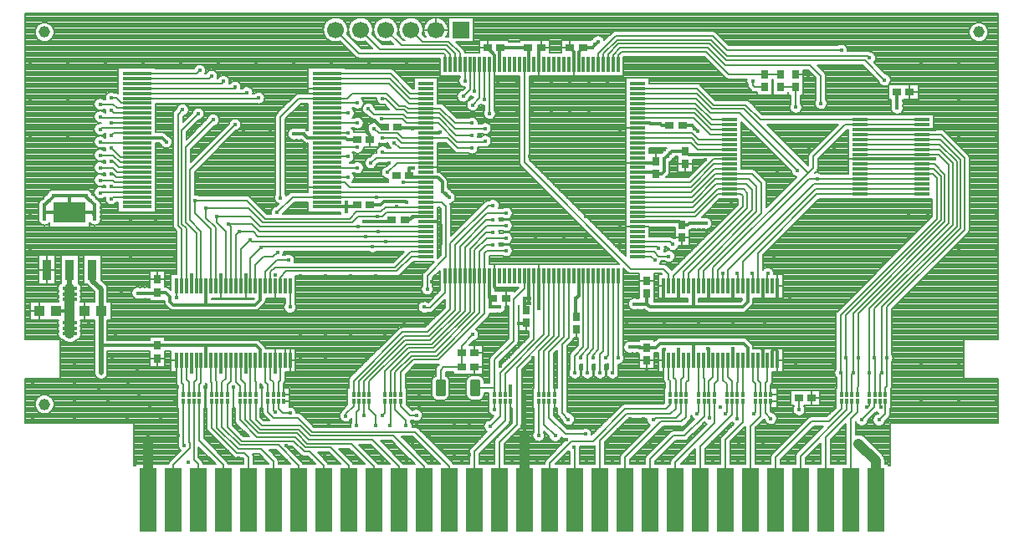
<source format=gbr>
G04 DipTrace 4.0.0.4*
G04 1 - Top.gbr*
%MOIN*%
G04 #@! TF.FileFunction,Copper,L1,Top*
G04 #@! TF.Part,Single*
%AMOUTLINE0*
4,1,28,
-0.010236,0.034252,
0.010236,0.034252,
0.012784,0.033917,
0.015157,0.032933,
0.017196,0.031369,
0.01876,0.029331,
0.019743,0.026957,
0.020079,0.024409,
0.020079,-0.024409,
0.019743,-0.026957,
0.01876,-0.029331,
0.017196,-0.031369,
0.015157,-0.032933,
0.012784,-0.033917,
0.010236,-0.034252,
-0.010236,-0.034252,
-0.012784,-0.033917,
-0.015157,-0.032933,
-0.017196,-0.031369,
-0.01876,-0.029331,
-0.019743,-0.026957,
-0.020079,-0.024409,
-0.020079,0.024409,
-0.019743,0.026957,
-0.01876,0.029331,
-0.017196,0.031369,
-0.015157,0.032933,
-0.012784,0.033917,
-0.010236,0.034252,
0*%
%AMOUTLINE3*
4,1,28,
0.010236,-0.034252,
-0.010236,-0.034252,
-0.012784,-0.033917,
-0.015157,-0.032933,
-0.017196,-0.031369,
-0.01876,-0.029331,
-0.019743,-0.026957,
-0.020079,-0.024409,
-0.020079,0.024409,
-0.019743,0.026957,
-0.01876,0.029331,
-0.017196,0.031369,
-0.015157,0.032933,
-0.012784,0.033917,
-0.010236,0.034252,
0.010236,0.034252,
0.012784,0.033917,
0.015157,0.032933,
0.017196,0.031369,
0.01876,0.029331,
0.019743,0.026957,
0.020079,0.024409,
0.020079,-0.024409,
0.019743,-0.026957,
0.01876,-0.029331,
0.017196,-0.031369,
0.015157,-0.032933,
0.012784,-0.033917,
0.010236,-0.034252,
0*%
G04 #@! TA.AperFunction,CopperBalancing*
%ADD15C,0.007874*%
G04 #@! TA.AperFunction,Conductor*
%ADD16C,0.011811*%
%ADD17C,0.03937*%
%ADD18C,0.019685*%
%ADD19R,0.043307X0.03937*%
%ADD20R,0.035433X0.027559*%
%ADD21R,0.027559X0.035433*%
G04 #@! TA.AperFunction,ComponentPad*
%ADD22C,0.045354*%
%ADD25R,0.070866X0.255906*%
G04 #@! TA.AperFunction,ComponentPad*
%ADD26R,0.066929X0.066929*%
%ADD28C,0.066929*%
%ADD30R,0.015748X0.019685*%
%ADD31R,0.011811X0.019685*%
%ADD32R,0.011811X0.062992*%
%ADD33R,0.062992X0.011811*%
%ADD34R,0.11811X0.011811*%
%ADD35R,0.037402X0.084646*%
%ADD36R,0.127953X0.084646*%
G04 #@! TA.AperFunction,ViaPad*
%ADD38C,0.017717*%
%ADD80OUTLINE0*%
%ADD83OUTLINE3*%
%FSLAX26Y26*%
G04*
G70*
G90*
G75*
G01*
G04 Top*
%LPD*%
X2315118Y970591D2*
D15*
Y1055743D1*
X2450419Y1191043D1*
Y1444316D1*
X2315118Y943031D2*
Y883869D1*
X2274950Y843701D1*
X3229136Y1928416D2*
D16*
X3065827D1*
X3053076Y1941167D1*
X3085433Y1402047D2*
Y1318765D1*
X2912386D1*
X2899950Y1331201D1*
X3301969Y1402047D2*
Y1339469D1*
X3281265Y1318765D1*
X3085433D1*
X545916Y1303076D2*
X599950D1*
X621825Y1393699D2*
X578075D1*
X621825Y1371828D2*
X578075D1*
X621825Y1349953D2*
X578075D1*
X621825Y1256201D2*
X578075D1*
X621825Y1234327D2*
X578075D1*
X621825Y1212450D2*
X578075D1*
X599950Y1393699D2*
D17*
Y1212450D1*
X599951Y1467980D2*
D18*
Y1403077D1*
D16*
X599950D1*
Y1393699D1*
X499951Y1669654D2*
Y1725906D1*
X699951Y1669654D2*
Y1725906D1*
X553076Y1763406D2*
X599951D1*
X646825D1*
X499951Y1725906D2*
X518701Y1744655D1*
X535888Y1761843D1*
X537451Y1763406D1*
X553076D1*
X699951Y1725906D2*
X681202Y1744655D1*
X664014Y1761843D1*
X662451Y1763406D1*
X646825D1*
X599951Y1696327D2*
X499951D1*
Y1688406D1*
X599951Y1696327D2*
X696825D1*
Y1688406D1*
X699951D1*
X599951Y1696327D2*
Y1763406D1*
X665576D2*
X664014Y1761843D1*
X534325Y1763406D2*
X535888Y1761843D1*
X518701Y1744655D2*
D3*
X681201D2*
X681202D1*
X3321825Y2221825D2*
D15*
Y2203076D1*
X3328667Y2196235D1*
X3368701D1*
X868874Y1994168D2*
D16*
X968234D1*
X984325Y1978076D1*
X3053076Y1941167D2*
X3000542D1*
X2993701Y1934325D1*
X2934325Y1849360D2*
X2958735D1*
X2968701Y1859325D1*
Y1909327D1*
X2993699Y1934325D1*
X2993701D1*
X2861836Y1855734D2*
X2927951D1*
X2934325Y1849360D1*
X2861836Y1658883D2*
X3029109D1*
X3040576Y1647416D1*
X3063042D1*
X3068701Y1653075D1*
X3096825D1*
X3134327D1*
X2861836Y2052584D2*
X2912942D1*
X2915576Y2049950D1*
X2953076D1*
X2989984Y2043701D2*
X2959325D1*
X2953076Y2049950D1*
X2644291Y2353076D2*
X2681201D1*
X2706201Y2378076D1*
X2627584Y2286836D2*
Y2336369D1*
X2644291Y2353076D1*
X2427484D2*
X2390575D1*
X2353076D1*
X2430734Y2286836D2*
Y2349827D1*
X2427484Y2353076D1*
X2316167D2*
X2353076D1*
X2312623Y2286836D2*
Y2349533D1*
X2316167Y2353076D1*
X1906791Y2037451D2*
Y2034325D1*
X1965576D1*
Y2031201D1*
X2019316Y2032899D2*
X1967274D1*
X1965576Y2031201D1*
X1624780Y1718577D2*
X1702951D1*
X1703076Y1718702D1*
X1736861D1*
X1746235Y1728076D1*
X1703076Y1699950D2*
Y1737451D1*
X1624780Y1994168D2*
X1699484D1*
X1706201Y1987451D1*
X1746235D1*
X1934916Y1665576D2*
X1953076D1*
X1965576Y1678076D1*
X2019316Y1678568D2*
X1966068D1*
X1965576Y1678076D1*
X2286861Y1353076D2*
X2274950D1*
Y1318701D1*
X2312450D2*
X2274950D1*
X2273253Y1444316D2*
Y1356201D1*
X2286861D1*
Y1353076D1*
X2019316Y1836049D2*
X2066978D1*
X2084325Y1818701D1*
Y1784327D1*
X2087451Y1781201D1*
X2112451Y1756201D1*
X2899950Y1372978D2*
Y1331201D1*
X2849950D1*
X2627584Y1444316D2*
Y1365084D1*
X2615576Y1353076D1*
Y1315576D1*
Y1284916D1*
X2618701Y1281791D1*
X1624780Y1994168D2*
X1546358D1*
X1531201Y2009325D1*
X1493701D1*
X949951Y1377881D2*
X981395D1*
X999950Y1359325D1*
Y1340576D1*
X1012450Y1328076D1*
X1142962D1*
X1340576D1*
X1360202Y1347702D1*
Y1402054D1*
X1142962Y1328076D2*
Y1401349D1*
X1143667Y1402054D1*
X871825Y1374950D2*
X909325D1*
X947021D1*
X949951Y1377881D1*
X2430734Y1444316D2*
Y1353076D1*
Y1334793D1*
X2431201Y1334325D1*
X2412451D1*
Y1353076D1*
X2412450Y1334325D2*
Y1306791D1*
X2418701D1*
X2431201Y1353076D2*
X2430734D1*
X2412451D2*
X2431201D1*
X1968701Y1874950D2*
X1956201D1*
X1953667Y1872416D1*
Y1843701D1*
X2019316Y1836049D2*
X1961319D1*
X1953667Y1843701D1*
X727165Y1303076D2*
X724951D1*
D18*
Y1390575D1*
X690503Y1425024D1*
Y1467980D1*
X3812450Y549951D2*
D17*
Y706202D1*
X3743701Y774951D1*
X724950Y1056202D2*
D18*
Y1300861D1*
D16*
X727165Y1303076D1*
X3896235Y2178075D2*
Y2113041D1*
X3896825Y2112450D1*
X724950Y1131201D2*
Y1165769D1*
X949951D1*
X1143667D1*
X1343508D1*
X1360202Y1149075D1*
Y1106778D1*
X1143667D2*
Y1165769D1*
X2899950Y1157298D2*
X2870728D1*
X2868701Y1159325D1*
X2831201D1*
X2899950Y1157298D2*
X2935424D1*
X2953076Y1174950D1*
X3085433D1*
X3284327D1*
X3301969Y1157308D1*
Y1106772D1*
X3085433D2*
Y1174950D1*
X2490118Y943031D2*
D15*
Y850408D1*
X2534325Y806201D1*
X2490118Y970591D2*
Y1143243D1*
X2548844Y1201969D1*
Y1444316D1*
X2612450Y549951D2*
Y756201D1*
X2609325Y759325D1*
X2588214Y1444316D2*
Y1197589D1*
X2562450Y1171825D1*
Y896827D1*
X2587451Y871825D1*
X1379887Y1402054D2*
Y1461136D1*
X1424951Y1506201D1*
X1471825D1*
X1440576Y1754245D2*
Y2078076D1*
X1513572Y2151072D1*
X1624203D1*
X1624780Y2151648D1*
X1704773D1*
X1724950Y2171825D1*
X1862451D1*
X1912451Y2121825D1*
X1937451D1*
X1947638Y2111639D1*
X2019316D1*
X2075762D1*
X2134325Y2053076D1*
X2203076D1*
X1390476Y943028D2*
Y900050D1*
X1412450Y878076D1*
X1509325D1*
X1565576Y821825D1*
X1974951D1*
X2112450Y684327D1*
Y549951D1*
X1390476Y970587D2*
Y1009425D1*
X1379887Y1020014D1*
Y1106778D1*
X1104297Y1402054D2*
Y1614354D1*
X1062450Y1656201D1*
Y1956201D1*
X1171825Y2065576D1*
X868874Y2092593D2*
X776059D1*
X765576Y2103076D1*
X2019316Y2052584D2*
X1941068D1*
X1924951Y2068701D1*
X1843701D1*
X2019316Y2052584D2*
X2069193D1*
X2143701Y1978076D1*
X2253075D1*
X2256201Y1981202D1*
X1112450Y549951D2*
Y693702D1*
X1094315Y711837D1*
Y943028D1*
Y970587D2*
Y1019315D1*
X1104297Y1029297D1*
Y1106778D1*
X1064927Y1402054D2*
Y1631850D1*
X1046825Y1649951D1*
Y2024949D1*
X1112451Y2090575D1*
X868874Y2112278D2*
X787623D1*
X771825Y2128076D1*
X721824D1*
X2019316Y2072269D2*
X1943259D1*
X1928076Y2087451D1*
X1812450D1*
X1790576Y2109325D1*
X2019316Y2072269D2*
X2071383D1*
X2140576Y2003076D1*
X2203076D1*
X1012450Y549951D2*
Y690348D1*
X1077874Y755772D1*
Y776984D1*
X1074630Y780228D1*
Y943028D1*
Y970587D2*
Y1019021D1*
X1064927Y1028724D1*
Y1106778D1*
X1045241Y1402054D2*
Y1629660D1*
X1031201Y1643701D1*
Y2087451D1*
X1049950Y2106201D1*
X868874Y2131963D2*
X805438D1*
X784325Y2153076D1*
X765576D1*
X2019316Y2091954D2*
X1945448D1*
X1931201Y2106201D1*
X1903076D1*
X1859325Y2149951D1*
X1846825D1*
X2019316Y2091954D2*
X2073573D1*
X2134327Y2031201D1*
X2256201D1*
X1057067Y767310D2*
Y769790D1*
X1052976Y773881D1*
Y943028D1*
Y970587D2*
Y1009425D1*
X1045241Y1017160D1*
Y1106778D1*
X1340517Y1402054D2*
Y1487391D1*
X1371827Y1518701D1*
X1409325D1*
X1428075Y1537450D1*
X1426625Y1696825D2*
X1487747Y1757948D1*
X1624780D1*
X2019316Y1757308D2*
X1821825D1*
Y1757948D1*
X1624780D1*
X1821825Y1756201D2*
Y1757948D1*
X1399572Y1402054D2*
Y1458948D1*
X1418701Y1478076D1*
X1896827D1*
X1959524Y1540773D1*
X2019316D1*
X1418701Y899951D2*
X1412130Y906522D1*
Y943028D1*
Y970587D2*
Y1019021D1*
X1399572Y1031579D1*
Y1106778D1*
X868874Y2151648D2*
X1351648D1*
X1353076Y2153076D1*
X2273253Y2090576D2*
Y2286836D1*
X1438942Y1402054D2*
Y1437993D1*
X1463400Y1462451D1*
X1903076D1*
X1961713Y1521088D1*
X2019316D1*
X1478076Y896825D2*
X1449951D1*
X1431815Y914962D1*
Y943028D1*
Y970587D2*
Y1019315D1*
X1438942Y1026442D1*
Y1106778D1*
X868874Y2171333D2*
X1306201D1*
Y2174950D1*
X2253568Y2146785D2*
Y2286836D1*
X868874Y2191018D2*
X1259325D1*
Y2196825D1*
X2206202Y2124951D2*
X2233883Y2152633D1*
Y2286836D1*
X1340967Y943028D2*
Y871434D1*
X1365576Y846825D1*
X1518701D1*
X1559325Y806201D1*
X1890576D1*
X2012450Y684327D1*
Y549951D1*
X1340967Y970587D2*
Y1021434D1*
X1340517Y1021885D1*
Y1106778D1*
X868874Y2210703D2*
X1204453D1*
X1212450Y2218701D1*
X2214198Y2180327D2*
Y2286836D1*
X1624780Y2210703D2*
X1873573D1*
X1952953Y2131324D1*
X2019316D1*
X868874Y1895743D2*
X801033D1*
X771825Y1924950D1*
X721824D1*
X2019316Y1816364D2*
X1928864D1*
X1928076Y1815576D1*
X868874Y1915428D2*
X803223D1*
X765576Y1953075D1*
X2019316Y1895104D2*
X1904478D1*
X1865575Y1856201D1*
X868874Y2053223D2*
X765576D1*
Y2053076D1*
X2019316Y1973844D2*
X1922933D1*
X1903076Y1993701D1*
X1846825D1*
X868874Y2033538D2*
X727287D1*
X721825Y2028076D1*
X2019316Y1954159D2*
X1914492D1*
X1893701Y1974950D1*
X868874Y1974483D2*
X725417D1*
X721824Y1978076D1*
X2019316Y1914789D2*
X1821038D1*
X1799950Y1893701D1*
X1320832Y1402054D2*
Y1514583D1*
X1362450Y1556201D1*
X868874Y1757948D2*
X773573D1*
X765576Y1749950D1*
X2019316Y1560458D2*
X1806201D1*
X1366707D1*
X1362450Y1556201D1*
X1806201Y1559325D2*
Y1560458D1*
X868874Y2230388D2*
X1155388D1*
X1165576Y2240576D1*
X2168642Y2159667D2*
X2194513Y2185538D1*
Y2286836D1*
X868874Y2250073D2*
X1106324D1*
X1118701Y2262450D1*
X2174950Y2221827D2*
X2174828Y2221949D1*
Y2286836D1*
X1624780Y2250073D2*
X1877953D1*
X1957332Y2170694D1*
X2019316D1*
X1912450Y549951D2*
Y684327D1*
X1806201Y790576D1*
X1553075D1*
X1512450Y831201D1*
X1359325D1*
X1319314Y871213D1*
Y943028D1*
Y970587D2*
Y1027785D1*
X1320832Y1029303D1*
Y1106778D1*
X1624780Y2230388D2*
X1875762D1*
X1955142Y2151009D1*
X2019316D1*
X1281462Y1402054D2*
Y1550211D1*
X1318701Y1587450D1*
X868874Y1777633D2*
X724508D1*
X721825Y1774950D1*
X2019316Y1580143D2*
X1859165D1*
X1326008D1*
X1318701Y1587450D1*
X1859165Y1580243D2*
Y1580143D1*
X1812450Y549951D2*
Y684327D1*
X1721825Y774951D1*
X1546825D1*
X1506201Y815576D1*
X1353076D1*
X1299629Y869024D1*
Y943028D1*
Y970587D2*
Y1012773D1*
X1281462Y1030940D1*
Y1106778D1*
X1261777Y1402054D2*
Y1605528D1*
X1274950Y1618701D1*
X868874Y1797318D2*
X768209D1*
X765576Y1799950D1*
X2019316Y1599828D2*
X1778076D1*
X1350073D1*
X1331201Y1618701D1*
X1274950D1*
X1778076Y1599950D2*
Y1599828D1*
X1712450Y549951D2*
Y687451D1*
X1640576Y759325D1*
X1540576D1*
X1499950Y799951D1*
X1346825D1*
X1277975Y868802D1*
Y943028D1*
Y970587D2*
Y1003176D1*
X1261777Y1019374D1*
Y1106778D1*
X1242092Y1402054D2*
Y1639059D1*
X1231201Y1649950D1*
X868874Y1817003D2*
X779774D1*
X771827Y1824950D1*
X721825D1*
X2019316Y1619513D2*
X1828075D1*
X1355388D1*
X1324951Y1649950D1*
X1231201D1*
X1828075Y1618701D2*
Y1619513D1*
X1612450Y549951D2*
Y687453D1*
X1556202Y743701D1*
X1534325D1*
X1493701Y784325D1*
X1284327D1*
X1228469Y840184D1*
Y943028D1*
Y970587D2*
Y1009719D1*
X1242092Y1023343D1*
Y1106778D1*
X1222407Y1402054D2*
Y1621244D1*
X1187451Y1656199D1*
Y1681202D1*
X868874Y1836688D2*
X785089D1*
X771827Y1849950D1*
X765576D1*
X2019316Y1639198D2*
X1749950D1*
X1360703D1*
X1318699Y1681202D1*
X1187451D1*
X1749950Y1640576D2*
Y1639198D1*
X1512450Y549951D2*
Y687451D1*
X1431201Y768701D1*
X1278076D1*
X1206815Y839962D1*
Y943028D1*
Y970587D2*
Y1019315D1*
X1222407Y1034907D1*
Y1106778D1*
X1183037Y1402054D2*
Y1635615D1*
X1143702Y1674950D1*
Y1712451D1*
X868874Y1856373D2*
X790404D1*
X771827Y1874950D1*
X721825D1*
X2019316Y1698253D2*
X1863878D1*
X1846825Y1681201D1*
X1824950D1*
X1749951D1*
X1724951Y1656201D1*
X1368701D1*
X1312450Y1712451D1*
X1143702D1*
X1824950Y1681201D2*
D3*
X1412450Y549951D2*
Y703076D1*
X1362450Y753076D1*
X1271825D1*
X1187130Y837772D1*
Y943028D1*
Y970587D2*
Y1021488D1*
X1183037Y1025581D1*
Y1106778D1*
X1163352Y1402054D2*
Y1630299D1*
X1099951Y1693699D1*
Y1743701D1*
X868874Y1876058D2*
X795719D1*
X771827Y1899950D1*
X765576D1*
X2019316Y1717938D2*
X1903076D1*
X1858564D1*
X1840576Y1699950D1*
X1743701D1*
X1715576Y1671825D1*
X1378076D1*
X1306201Y1743701D1*
X1099951D1*
X1903076Y1718701D2*
Y1717938D1*
X1312450Y549951D2*
Y721827D1*
X1296825Y737451D1*
X1265575D1*
X1165476Y837550D1*
Y943028D1*
Y970587D2*
Y1017478D1*
X1163352Y1019602D1*
Y1106778D1*
X1123982Y1402054D2*
Y1619671D1*
X1078076Y1665576D1*
Y1865576D1*
X1259325Y2046825D1*
X868874Y2072908D2*
X726992D1*
X721824Y2078076D1*
X2019316Y1993529D2*
X1925123D1*
X1906201Y2012451D1*
X1831199D1*
X1812450Y2031201D1*
X2019316Y1993529D2*
X2106373D1*
X2146827Y1953075D1*
X2203076D1*
X1212450Y549951D2*
Y690576D1*
X1115969Y787058D1*
Y943028D1*
Y970587D2*
Y1009719D1*
X1123982Y1017732D1*
Y1106778D1*
X1918937Y970591D2*
Y1059562D1*
X1968701Y1109325D1*
X2068701D1*
X2253568Y1294193D1*
Y1444316D1*
Y1534818D1*
X2262451Y1543701D1*
X2340576D1*
X1624780Y1836688D2*
X1710091D1*
X1981201Y887451D2*
X1956201D1*
X1918937Y924715D1*
Y943031D1*
X1897283Y970591D2*
Y1059783D1*
X1962451Y1124951D1*
X2062451D1*
X2233883Y1296383D1*
Y1444316D1*
Y1540134D1*
X2259325Y1565576D1*
X2287451D1*
X1624780Y1876058D2*
Y1874950D1*
X1746825D1*
X1940576Y846827D2*
Y865576D1*
X1897283Y908869D1*
Y943031D1*
X1877598Y970591D2*
Y1061974D1*
X1956201Y1140576D1*
X2056201D1*
X2214198Y1298573D1*
Y1444316D1*
Y1545448D1*
X2262451Y1593701D1*
X2340576D1*
X1624780Y1915428D2*
Y1918701D1*
X1709325D1*
X1874951Y846827D2*
X1877598Y849474D1*
Y943031D1*
X1855945Y970591D2*
Y1062194D1*
X1949951Y1156201D1*
X2049951D1*
X2194513Y1300762D1*
Y1444316D1*
Y1550762D1*
X2259325Y1615575D1*
X2287451D1*
X1624780Y1954798D2*
Y1956201D1*
X1746825D1*
X1846825Y887450D2*
X1855945Y896570D1*
Y943031D1*
X1793937Y970591D2*
Y1022062D1*
X1943701Y1171825D1*
X2043701D1*
X2174828Y1302953D1*
Y1444316D1*
Y1556077D1*
X2262451Y1643701D1*
X2340576D1*
X1624780Y2013853D2*
Y2012451D1*
X1709327D1*
X1818701Y846827D2*
Y887451D1*
X1793937Y912215D1*
Y943031D1*
X1772283Y970591D2*
Y1022283D1*
X1937451Y1187451D1*
X2037451D1*
X2155143Y1305143D1*
Y1444316D1*
Y1561392D1*
X2259325Y1665575D1*
X2287451D1*
X1746825Y2053076D2*
X1624927D1*
X1624780Y2053223D1*
X1773921Y886421D2*
Y941394D1*
X1772283Y943031D1*
X1752598Y970591D2*
Y1024474D1*
X1931201Y1203076D1*
X2031201D1*
X2135458Y1307333D1*
Y1444316D1*
Y1566707D1*
X2262451Y1693701D1*
X2340576D1*
X1710486Y2092541D2*
X1624832D1*
X1624780Y2092593D1*
X1743701Y846827D2*
Y899950D1*
X1752598Y908848D1*
Y943031D1*
X1730945Y970591D2*
Y1024694D1*
X1924951Y1218701D1*
X2024951D1*
X2115773Y1309522D1*
Y1444316D1*
Y1572021D1*
X2268702Y1724950D1*
X2287451D1*
X1746825Y2132675D2*
X1625491D1*
X1624780Y2131963D1*
X1699950Y884327D2*
Y893699D1*
X1730945Y924694D1*
Y943031D1*
X2334803Y970591D2*
Y1053552D1*
X2489789Y1208538D1*
Y1444316D1*
X2334803Y943031D2*
Y865753D1*
X2212450Y743400D1*
Y549951D1*
X1025556Y1402054D2*
Y1355594D1*
X2012450Y1318701D2*
Y1317398D1*
X2036147D1*
X2096088Y1377339D1*
Y1444316D1*
X1478312Y1402054D2*
X1478042Y1318701D1*
X3787451Y2312451D2*
X3778077Y2321825D1*
X3218701D1*
X3156201Y2384325D1*
X2781201D1*
X2726009Y2329134D1*
Y2286836D1*
X3674950Y2343701D2*
X3218701D1*
X3162451Y2399950D1*
X2774950D1*
X2706324Y2331324D1*
Y2286836D1*
X868874Y2013853D2*
X776353D1*
X765576Y2003076D1*
X2019316Y1934474D2*
X1849803D1*
X1846825Y1937451D1*
X3748822Y2026841D2*
D16*
X3994885D1*
X3748822Y1908731D2*
X3994885D1*
X1084325Y1059325D2*
Y1106492D1*
X1084612Y1106778D1*
X1202597Y1059007D2*
Y1106778D1*
X1202722D1*
X1301228Y1060854D2*
Y1106778D1*
X1301147D1*
X2412451Y799950D2*
D17*
Y549951D1*
X2412450D1*
X912450D2*
Y787450D1*
X2967323Y1402047D2*
D16*
Y1356547D1*
X2966945Y1356169D1*
X3026378Y1402047D2*
Y1356016D1*
X3026356Y1355993D1*
X3144488Y1402047D2*
Y1356084D1*
X3144579Y1355993D1*
X3242913Y1402047D2*
Y1355837D1*
X3242895Y1355819D1*
X3361024Y1402047D2*
Y1356088D1*
X3361118Y1355993D1*
X3420079Y1402047D2*
Y1356197D1*
X3420457Y1355819D1*
X3361024Y1106772D2*
Y1152016D1*
X3360601Y1152438D1*
X3242913Y1106772D2*
Y1151713D1*
X3243276Y1152075D1*
X3144488Y1106772D2*
Y1151925D1*
X3143913Y1152500D1*
X3026378Y1106772D2*
Y1148522D1*
X3024950Y1149950D1*
X2967323Y1106772D2*
Y1148572D1*
X2968701Y1149950D1*
X3400394Y1106772D2*
Y1142369D1*
X3410403Y1152378D1*
X3420079Y1106772D2*
Y1142702D1*
X3410403Y1152378D1*
X3994885Y1908731D2*
X4046231D1*
X4046825Y1909325D1*
X3994885Y2026841D2*
X4045591D1*
X4046825Y2028076D1*
X1419257Y1106778D2*
Y1060269D1*
X1419606Y1059920D1*
X1084612Y1402054D2*
Y1447269D1*
X1084487Y1447394D1*
X1202722Y1402054D2*
Y1446879D1*
X1202756Y1446913D1*
X1301147Y1402054D2*
Y1446648D1*
X1301281Y1446782D1*
X2861836Y1895104D2*
X2928888D1*
X2934325Y1900541D1*
X3041165Y2043701D2*
X3078076D1*
X3103076Y2018701D1*
X2607899Y2286836D2*
Y2338287D1*
X2593110Y2353076D1*
X2470104Y2286836D2*
Y2344514D1*
X2478665Y2353076D1*
X2292938Y2286836D2*
Y2325123D1*
X2264986Y2353076D1*
X2019316Y2013214D2*
X2072589D1*
X2074951Y2015576D1*
X1797416Y1987451D2*
Y2002486D1*
X1781201Y2018701D1*
Y2053076D1*
X1790576Y2062451D1*
X1815575D1*
X1840575Y2037451D1*
X1855610D1*
X1771825Y1659325D2*
X1843701D1*
X1877484D1*
X1883735Y1665576D1*
X2292938Y1444316D2*
Y1398646D1*
X2303100Y1388484D1*
X2470104Y1444316D2*
Y1351635D1*
X2470459Y1351280D1*
Y1313780D1*
X1797416Y1728076D2*
X1837451D1*
X1840576D1*
X1853076Y1740576D1*
X1940576D1*
X1943701Y1737451D1*
X2019316Y1658883D2*
X2066018D1*
X2078076Y1646825D1*
Y1612451D1*
Y1574950D1*
X2390576Y1253076D2*
X2416167D1*
X2418701Y1255610D1*
X2356457Y970591D2*
Y1002820D1*
X2356201Y1003076D1*
X2312450Y549951D2*
D15*
Y781199D1*
X2381201Y849950D1*
Y1078076D1*
X2509474Y1206349D1*
Y1444316D1*
X2115773Y2286836D2*
Y2327878D1*
X2096825Y2346825D1*
X1837450D1*
X1759325Y2424950D1*
X2135458Y2286836D2*
Y2330070D1*
X2103076Y2362451D1*
X1921824D1*
X1859325Y2424950D1*
X2096088Y2286836D2*
Y2325689D1*
X2090576Y2331201D1*
X1753075D1*
X1659325Y2424950D1*
X2155143Y2286836D2*
Y2332259D1*
X2109325Y2378076D1*
X2006199D1*
X1959325Y2424950D1*
X2215920Y996825D2*
X2293465D1*
Y1109089D1*
X2368701Y1184325D1*
Y1349950D1*
X2411049Y1392298D1*
Y1444316D1*
X2293465Y970591D2*
Y996825D1*
Y943031D2*
Y909325D1*
X2019316Y1776993D2*
X1625419D1*
X1624780Y1777633D1*
X2019316Y1796678D2*
X1715723D1*
X1695399Y1817003D1*
X1624780D1*
X2509803Y970591D2*
Y1141052D1*
X2568529Y1199778D1*
Y1444316D1*
X2509803Y943031D2*
Y877598D1*
X2574950Y812451D1*
X2656201D1*
X2987008Y1402047D2*
Y1450394D1*
X2965576Y1471825D1*
X2837451D1*
X2411049Y1898228D1*
Y2286836D1*
X2512450Y549951D2*
Y696824D1*
X2599951Y784325D1*
X2684325D1*
X2812451Y912451D1*
X2974951D1*
X2993465Y930965D1*
Y943031D1*
Y970591D2*
Y1025188D1*
X2987008Y1031644D1*
Y1106772D1*
X3748822Y2066211D2*
X3994885D1*
X3748822D2*
X3352441D1*
X3293701Y2124951D1*
X3165575D1*
X3100147Y2190379D1*
X2861836D1*
X2468465Y970591D2*
Y1143465D1*
X2529159Y1204159D1*
Y1444316D1*
X2468465Y806437D2*
Y943031D1*
X3229136Y1987471D2*
X3106180D1*
X3080437Y2013214D1*
X2861836D1*
X3341339Y1402047D2*
Y1535088D1*
X3577186Y1770936D1*
X3748822D1*
X3994885D1*
X3312450Y549951D2*
Y843699D1*
X3352598Y883848D1*
Y943031D1*
Y970591D2*
Y1016054D1*
X3341339Y1027314D1*
Y1106772D1*
X3212451Y893701D2*
X3218465Y899714D1*
Y943031D1*
Y970591D2*
Y1012686D1*
X3203543Y1027608D1*
Y1106772D1*
Y1402047D2*
Y1453076D1*
X3203076D1*
X2861836Y1521088D2*
X2916314D1*
X2931201Y1506201D1*
X3229136Y1869361D2*
X3169361D1*
X3076993Y1776993D1*
X2861836D1*
X3259325Y874951D2*
X3259803Y875429D1*
Y943031D1*
Y970591D2*
Y1016052D1*
X3262598Y1018848D1*
Y1106772D1*
Y1402047D2*
Y1453076D1*
X3259325D1*
X2861836Y1540773D2*
X2927879D1*
X2946827Y1521825D1*
X2987451D1*
X3229136Y1889046D2*
X3167171D1*
X3074803Y1796678D1*
X2861836D1*
X3324950Y893701D2*
X3330945Y899696D1*
Y943031D1*
X3506201Y909325D2*
Y956201D1*
X3505610D1*
X3330945Y970591D2*
Y1012707D1*
X3321654Y1021999D1*
Y1106772D1*
Y1402047D2*
Y1450123D1*
X3318701Y1453076D1*
X2861836Y1560458D2*
X2939444D1*
X2946825Y1553076D1*
X3229136Y1948101D2*
X3101801D1*
X3076058Y1973844D1*
X2861836D1*
X3282283Y1402047D2*
Y1501033D1*
X3571871Y1790621D1*
X3748822D1*
X3994885D1*
X3393701Y874951D2*
X3372283Y896369D1*
Y943031D1*
Y970591D2*
Y1016033D1*
X3380709Y1024458D1*
Y1106772D1*
Y1402047D2*
Y1453076D1*
X3381201D1*
X2861836Y1580143D2*
X2991634D1*
X3003076Y1568701D1*
X3229136Y2007156D2*
X3152121D1*
X3087008Y2072269D1*
X2861836D1*
X3229136Y2026841D2*
X3154310D1*
X3089197Y2091954D1*
X2861836D1*
X3229136Y2046526D2*
X3156500D1*
X3091387Y2111639D1*
X2861836D1*
X3212450Y549951D2*
Y790575D1*
X3281457Y859581D1*
Y943031D1*
Y970591D2*
Y1016791D1*
X3282283Y1017618D1*
Y1106772D1*
X3229136Y2066211D2*
X3158690D1*
X3093577Y2131324D1*
X2861836D1*
X3229136Y1908731D2*
X3164982D1*
X3072614Y1816364D1*
X2861836D1*
X3223228Y1402047D2*
Y1466978D1*
X3566556Y1810306D1*
X3748822D1*
X3994885D1*
X3112450Y549951D2*
Y762450D1*
X3240118Y890118D1*
Y943031D1*
Y970591D2*
Y1022283D1*
X3223228Y1039173D1*
Y1106772D1*
X3183858Y1402047D2*
Y1468234D1*
X3545615Y1829991D1*
X3578076D1*
X3748822D1*
X3994885D1*
X3578076Y1831201D2*
Y1829991D1*
X3499951Y1862451D2*
X3268702Y2093701D1*
X3153076D1*
X3095768Y2151009D1*
X2861836D1*
X3012450Y549951D2*
Y699950D1*
X3168937Y856437D1*
Y943031D1*
Y970591D2*
Y1012686D1*
X3183858Y1027608D1*
Y1106772D1*
X3124803Y1402047D2*
Y1462303D1*
X3356201Y1693701D1*
Y1812450D1*
X3318975Y1849676D1*
X3229136D1*
X3171551D1*
X3079184Y1757308D1*
X2861836D1*
X2912450Y549951D2*
Y712450D1*
X3006201Y806201D1*
X3049951D1*
X3127598Y883848D1*
Y943031D1*
Y970591D2*
Y1034803D1*
X3124803Y1037598D1*
Y1106772D1*
X3065748Y1402047D2*
Y1453248D1*
X3318701Y1706201D1*
Y1787450D1*
X3295845Y1810306D1*
X3229136D1*
X3175930D1*
X3083563Y1717938D1*
X2861836D1*
X2812450Y549951D2*
Y718699D1*
X2956202Y862451D1*
X3037451D1*
X3056457Y881457D1*
Y943031D1*
Y970591D2*
Y1018957D1*
X3065748Y1028248D1*
Y1106772D1*
X3006693Y1402047D2*
Y1444193D1*
X3281201Y1718701D1*
Y1762450D1*
X3272715Y1770936D1*
X3229136D1*
X3183436D1*
X3091068Y1678568D1*
X2861836D1*
X2712450Y549951D2*
Y787450D1*
X2818701Y893701D1*
X2993701D1*
X3015118Y915118D1*
Y943031D1*
Y970591D2*
Y1028534D1*
X3006693Y1036959D1*
Y1106772D1*
X3046063Y1402047D2*
Y1458564D1*
X3299950Y1712451D1*
Y1774951D1*
X3284281Y1790621D1*
X3229136D1*
X3181245D1*
X3088878Y1698253D1*
X2861836D1*
X2924951Y868702D2*
X2934325Y878076D1*
X3015576D1*
X3034803Y897303D1*
Y943031D1*
Y970591D2*
Y1028552D1*
X3046063Y1039812D1*
Y1106772D1*
X3105118Y1402047D2*
Y1467618D1*
X3337450Y1699950D1*
Y1799951D1*
X3307411Y1829991D1*
X3229136D1*
X3173741D1*
X3081374Y1737623D1*
X2861836D1*
X3099950Y893701D2*
X3105945Y899696D1*
Y943031D1*
Y970591D2*
Y1023042D1*
X3105118Y1023869D1*
Y1106772D1*
X3164173Y1402047D2*
Y1476673D1*
X3544774Y1857274D1*
X3562450Y1874950D1*
Y1918699D1*
X3690277Y2046526D1*
X3748822D1*
X3994885D1*
X3544774Y1857274D2*
X3539503D1*
X3287451Y2109325D1*
X3159325D1*
X3097957Y2170694D1*
X2861836D1*
X3148640Y875262D2*
Y941675D1*
X3147283Y943031D1*
Y970591D2*
Y1022283D1*
X3164173Y1039173D1*
Y1106772D1*
X3229136Y1967786D2*
X3103991D1*
X3078248Y1993529D1*
X2861836D1*
X3748822Y1849676D2*
X3994885D1*
X3674724Y970591D2*
Y1053302D1*
X3671825Y1056201D1*
X2785064Y1444316D2*
Y1116314D1*
X2784327Y1115576D1*
X3671825Y1056201D2*
Y1287450D1*
X4056201Y1671825D1*
Y1834325D1*
X4040850Y1849676D1*
X3994885D1*
X3412450Y549951D2*
Y718701D1*
X3556201Y862451D1*
X3624951D1*
X3674724Y912224D1*
Y943031D1*
X3994885Y1869361D2*
X3748822D1*
X3696378Y970591D2*
Y1112899D1*
X3693701Y1115576D1*
X2765379Y1444316D2*
Y1059129D1*
X2762451Y1056201D1*
X3693701Y1115576D2*
Y1287451D1*
X4071825Y1665576D1*
Y1840576D1*
X4043041Y1869361D1*
X3994885D1*
X3512450Y549951D2*
Y724950D1*
X3696378Y908878D1*
Y943031D1*
X3994885Y1889046D2*
X3748822D1*
X3716063Y970591D2*
Y1050438D1*
X3721825Y1056201D1*
X2745694Y1444316D2*
Y1126944D1*
X2734327Y1115576D1*
X3721825Y1056201D2*
Y1293699D1*
X4087451Y1659325D1*
Y1846825D1*
X4045231Y1889046D1*
X3994885D1*
X3612450Y549951D2*
Y799950D1*
X3716063Y903563D1*
Y943031D1*
X3994885Y1928416D2*
X3748822D1*
X3737717Y970591D2*
Y997092D1*
X3743701Y1003076D1*
Y1115576D1*
X2726009Y1444316D2*
Y1144760D1*
X2712451Y1131202D1*
Y1056201D1*
X3743701Y1115576D2*
Y1293701D1*
X4103076Y1653076D1*
Y1887450D1*
X4062110Y1928416D1*
X3994885D1*
X3712450Y549951D2*
Y874950D1*
X3737717Y900217D1*
Y943031D1*
X3994885Y2007156D2*
X3748822D1*
X3850197Y970591D2*
Y997072D1*
X3856201Y1003076D1*
Y1115576D1*
X2647269Y1444316D2*
Y1159769D1*
X2612450Y1124950D1*
Y1056201D1*
X3856201Y1115576D2*
Y1318701D1*
X4165576Y1628076D1*
Y1912450D1*
X4070870Y2007156D1*
X3994885D1*
X3824950Y868699D2*
X3850197Y893946D1*
Y943031D1*
X3994885Y1987471D2*
X3748822D1*
X3828543Y970591D2*
Y1050419D1*
X3834325Y1056201D1*
X2666954Y1444316D2*
Y1157579D1*
X2634327Y1124951D1*
Y1115576D1*
X3834325Y1056201D2*
Y1318701D1*
X4149950Y1634325D1*
Y1906201D1*
X4068680Y1987471D1*
X3994885D1*
X3831201Y918701D2*
X3830308D1*
Y943031D1*
X3828543D1*
X3994885Y1967786D2*
X3748822D1*
X3808858Y970591D2*
Y1112919D1*
X3806201Y1115576D1*
X2686639Y1444316D2*
Y1152264D1*
X2662450Y1128075D1*
Y1056201D1*
X3806201Y1115576D2*
Y1312451D1*
X4134325Y1640576D1*
Y1899951D1*
X4066491Y1967786D1*
X3994885D1*
X3756201Y868702D2*
X3754639Y870264D1*
X3806201Y921825D1*
Y943031D1*
X3808858D1*
X3994885Y1948101D2*
X3748822D1*
X3787205Y970591D2*
Y1053322D1*
X3784325Y1056201D1*
X2706324Y1444316D2*
Y1150075D1*
X2684327Y1128077D1*
Y1115576D1*
X3784325Y1056201D2*
Y1312450D1*
X4118701Y1646825D1*
Y1893701D1*
X4064301Y1948101D1*
X3994885D1*
X3774950Y918701D2*
X3784325Y928076D1*
Y943031D1*
X3787205D1*
X2077731Y996825D2*
Y1068356D1*
X2090576Y1081201D1*
X2161860D1*
Y1137451D1*
Y1164984D1*
X2206201Y1209325D1*
X2024950Y1390576D2*
Y1443699D1*
X2099950Y1518699D1*
Y1718702D1*
X2081029Y1737623D1*
X2019316D1*
X3431189Y2247419D2*
X3368701Y2247416D1*
X3227487D1*
X3137451Y2337451D1*
X2799951D1*
X2785064Y2322564D1*
Y2286836D1*
X3493701Y2196235D2*
X3431189D1*
Y2196238D1*
X3493701Y2115576D2*
Y2196235D1*
X3593701Y2131201D2*
Y2240575D1*
X3549950Y2284325D1*
X3212451D1*
X3143701Y2353076D1*
X2793701D1*
X2765379Y2324755D1*
Y2286836D1*
X3846825Y2224951D2*
X3768701Y2303076D1*
X3215575D1*
X3149950Y2368701D1*
X2787450D1*
X2745694Y2326945D1*
Y2286836D1*
D38*
X2274950Y843701D3*
X724950Y1056202D3*
D3*
X2534325Y806201D3*
X1471825Y1506201D3*
X1440576Y1754245D3*
X1057067Y767310D3*
X1428075Y1537450D3*
X1426625Y1696825D3*
X1418701Y899951D3*
X2273253Y2090576D3*
X1478076Y896825D3*
X2253568Y2146785D3*
X2206202Y2124951D3*
X2214198Y2180327D3*
X2168642Y2159667D3*
X2174950Y2221827D3*
X1710091Y1836688D3*
X1981201Y887451D3*
X1746825Y1874950D3*
X1940576Y846827D3*
X1709325Y1918701D3*
X1874951Y846827D3*
X1746825Y1956201D3*
X1846825Y887450D3*
X1709327Y2012451D3*
X1818701Y846827D3*
X1746825Y2053076D3*
X1773921Y886421D3*
X1710486Y2092541D3*
X1743701Y846827D3*
X1746825Y2132675D3*
X1699950Y884327D3*
X1025556Y1355594D3*
X2012450Y1318701D3*
X1478042D3*
X3787451Y2312451D3*
X3674950Y2343701D3*
X2293465Y909325D3*
X2656201Y812451D3*
X2468465Y806437D3*
X3212451Y893701D3*
X3259325Y874951D3*
X3324950Y893701D3*
X3506201Y909325D3*
X3393701Y874951D3*
X2924951Y868702D3*
X3099950Y893701D3*
X3148640Y875262D3*
X3824950Y868699D3*
X3831201Y918701D3*
X3756201Y868702D3*
X3774950Y918701D3*
X2206201Y1209325D3*
X2024950Y1390576D3*
X3846825Y2224951D3*
X2706201Y2378076D3*
X2693701Y2365576D3*
X2353076Y2353076D3*
X2371825D3*
X2390575D3*
X2681201D3*
X1118701Y2262450D3*
X3543701Y2243701D3*
X1165576Y2240576D3*
X3321825Y2221825D3*
X1212450Y2218701D3*
X1259325Y2196825D3*
X1306201Y2174950D3*
X765576Y2153076D3*
X1353076D3*
X1846825Y2149951D3*
X3896825D3*
X3593701Y2131201D3*
X3896825Y2131202D3*
X721824Y2128076D3*
X1068701D3*
X1540576D3*
X3493701Y2115576D3*
X3896825Y2112450D3*
X1790576Y2109325D3*
X1824951D3*
X1049950Y2106201D3*
X765576Y2103076D3*
X1112451Y2090575D3*
X721824Y2078076D3*
X1843701Y2068701D3*
X1171825Y2065576D3*
X765576Y2053076D3*
X2203076D3*
X2915576Y2049950D3*
X2934325D3*
X2953076D3*
X1259325Y2046825D3*
X3078076Y2043701D3*
X1812450Y2031201D3*
X1965576D3*
X2256201D3*
X3090576D3*
X721825Y2028076D3*
X1546825D3*
X4046825D3*
X1084325Y2018701D3*
X3103076D3*
X1293701Y2015576D3*
X1399950D3*
X2074951D3*
X1493701Y2009325D3*
X1512451D3*
X1531201D3*
X765576Y2003076D3*
X2203076D3*
X1846825Y1993701D3*
X2256201Y1981202D3*
X721824Y1978076D3*
X984325D3*
X1893701Y1974950D3*
X765576Y1953075D3*
X2203076D3*
X3546825Y1946825D3*
X3646825D3*
X2946825Y1943701D3*
X1846825Y1937451D3*
X2993701Y1934325D3*
X721824Y1924950D3*
X2981201Y1921825D3*
X1090576Y1915576D3*
X2968701Y1909327D3*
X4046825Y1909325D3*
X3131201Y1906201D3*
X765576Y1899950D3*
X3009325D3*
X1799950Y1893701D3*
X1871825D3*
X721825Y1874950D3*
X1968701D3*
X3646825Y1871825D3*
X3499951Y1862451D3*
X3418701Y1859325D3*
X1865575Y1856201D3*
X765576Y1849950D3*
X3578076Y1831201D3*
X721825Y1824950D3*
X1928076Y1815576D3*
X765576Y1799950D3*
X1546273Y1781201D3*
X2087451D3*
X1140576Y1778076D3*
X721825Y1774950D3*
X3418701Y1774951D3*
X1324951Y1771825D3*
X2099951Y1768701D3*
X534325Y1763406D3*
X553076D3*
X571825D3*
X590576D3*
X609325D3*
X628076D3*
X646825D3*
X665576D3*
X1821825Y1756201D3*
X2112451D3*
X765576Y1749950D3*
X518701Y1744655D3*
X681201D3*
X1099951Y1743701D3*
X3237451Y1740576D3*
X1703076Y1737451D3*
X1943701D3*
X1837451Y1728076D3*
X499951Y1725906D3*
X699951D3*
X2287451Y1724950D3*
X1703076Y1718702D3*
X1903076Y1718701D3*
X1143702Y1712451D3*
X499951Y1707154D3*
X699951D3*
X1703076Y1699950D3*
X1373209Y1717640D3*
X2340576Y1693701D3*
X499951Y1688406D3*
X699951D3*
X1187451Y1681202D3*
X1824950Y1681201D3*
X1965576Y1678076D3*
X499951Y1669654D3*
X699951D3*
X2287451Y1665575D3*
X1771825Y1659325D3*
X1843701D3*
X3096825Y1653075D3*
X3115576D3*
X3134327D3*
X1231201Y1649950D3*
X2340576Y1643701D3*
X1749950Y1640576D3*
X3140576Y1621825D3*
X1274950Y1618701D3*
X1828075D3*
X2287451Y1615575D3*
X2078076Y1612451D3*
X2962451Y1606201D3*
X1778076Y1599950D3*
X2078076Y1593701D3*
X2340576D3*
X1318701Y1587450D3*
X1859165Y1580243D3*
X2078076Y1574950D3*
X3003076Y1568701D3*
X2287451Y1565576D3*
X1806201Y1559325D3*
X1362450Y1556201D3*
X3068563Y1556226D3*
X2946825Y1553076D3*
X2340576Y1543701D3*
X1524950Y1537451D3*
X1709325D3*
X1921825Y1534327D3*
X2987451Y1521825D3*
X843701Y1518701D3*
X1018701D3*
X2931201Y1506201D3*
X1524950Y1499950D3*
X1709325D3*
X1884325D3*
X3203076Y1453076D3*
X3259325D3*
X3318701D3*
X3381201D3*
X1084487Y1447394D3*
X1202756Y1446913D3*
X1301281Y1446782D3*
X1418701Y1446825D3*
X578075Y1393699D3*
X599950D3*
X621825D3*
X871825Y1374950D3*
X890576D3*
X909325D3*
X578075Y1371828D3*
X599950D3*
X621825D3*
X2966945Y1356169D3*
X3026356Y1355993D3*
X3144579D3*
X3361118D3*
X3242895Y1355819D3*
X3420457D3*
X2412451Y1353076D3*
X2431201D3*
X2615576D3*
X2470459Y1351280D3*
X578075Y1349953D3*
X599950D3*
X621825D3*
X2412450Y1334325D3*
X2431201D3*
X2615576D3*
X2470459Y1332529D3*
X2849950Y1331201D3*
X2874950D3*
X2899950D3*
X599950Y1328077D3*
X2274950Y1318701D3*
X2293701D3*
X2312450D3*
X2615576Y1315576D3*
X2470459Y1313780D3*
X2343701Y1312450D3*
X599950Y1303076D3*
Y1278076D3*
X2318701Y1271825D3*
X578075Y1256201D3*
X599950D3*
X621825D3*
X2390576Y1253076D3*
X578075Y1234327D3*
X599950D3*
X621825D3*
X578075Y1212450D3*
X599950D3*
X621825D3*
X2246825Y1199950D3*
X724950Y1181201D3*
X618699Y1168701D3*
X2831201Y1159325D3*
X2849951D3*
X2868701D3*
X724950Y1156201D3*
X3143913Y1152500D3*
X3360601Y1152438D3*
X3410403Y1152378D3*
X3243276Y1152075D3*
X2968701Y1149950D3*
X3024950D3*
X724950Y1131201D3*
X2349950Y1121825D3*
X2534325D3*
X2587451D3*
X2446825Y1115576D3*
X2634327D3*
X2684327D3*
X2734327D3*
X2784327D3*
X3693701D3*
X3743701D3*
X3806201D3*
X3856201D3*
X724950Y1106201D3*
X618701Y1093701D3*
X2315576Y1084325D3*
X724950Y1081201D3*
X2262451D3*
X768702Y1118699D3*
X868701Y1074950D3*
X2412451D3*
X2899950Y1068701D3*
X1301228Y1060854D3*
X1419606Y1059920D3*
X1084325Y1059325D3*
X1202597Y1059007D3*
X2612450Y1056201D3*
X2662450D3*
X2712451D3*
X2762451D3*
X3671825D3*
X3721825D3*
X3784325D3*
X3834325D3*
X2412451Y1049950D3*
X679091Y1026045D3*
X2412451Y1024950D3*
X618699Y1012451D3*
X453076Y1009325D3*
X2356201Y1003076D3*
X2534325D3*
X1140576Y999951D3*
X1253076Y999950D3*
X1362451D3*
X2412451D3*
X716592Y988545D3*
X874950Y968701D3*
X1006201Y1049951D3*
X2412451Y974951D3*
X754092Y951045D3*
X918701Y924950D3*
X1018701Y949951D3*
X2412451D3*
X618701Y943701D3*
X2412451Y924950D3*
X791592Y913545D3*
X962451Y881201D3*
X2412451Y899950D3*
X2359325Y896825D3*
X2534325Y887451D3*
X2631201D3*
X2724951D3*
X453076Y878076D3*
X829092Y876043D3*
X618701Y874950D3*
X962451Y818701D3*
X2412451Y874950D3*
X2831201D3*
X2884325D3*
X2587451Y871825D3*
X3453076Y862451D3*
X3515576D3*
X1631201Y856201D3*
X2193701Y793701D3*
X2412451Y849950D3*
X1140576Y837451D3*
X3337450D3*
X3393701D3*
X3581201D3*
X2787451Y831201D3*
X2962450D3*
X3040576D3*
X2412451Y824950D3*
X2874951Y815576D3*
X1287451Y812451D3*
X1033088Y806346D3*
X2362451Y799950D3*
X2412451D3*
X2193701Y856201D3*
X2578076Y790576D3*
X1861988Y781980D3*
X2743701Y781201D3*
X2912451D3*
X3162451D3*
X3265576D3*
X3362451D3*
X3440576D3*
X1966524Y780736D3*
X3743701Y774951D3*
X2287807Y766499D3*
X1782654Y766113D3*
X2824951Y765576D3*
X1462147Y765308D3*
X3756201Y762451D3*
X2609325Y759325D3*
X2659325D3*
X2084126Y750247D3*
X3768701Y749950D3*
X1412451Y746825D3*
X1230697Y742539D3*
X1711160Y739185D3*
X3781201Y737451D3*
X1616517Y732824D3*
X2131201Y731201D3*
X2193701D3*
X3793701Y724950D3*
X1271825Y715576D3*
X1353076Y712451D3*
X2043681Y711668D3*
X1941324Y711357D3*
X1844255Y707934D3*
X1757442Y706789D3*
X1562451Y706201D3*
X2762451D3*
X2862451D3*
X2962451D3*
X3062451D3*
X3162451D3*
X3262451D3*
X3362451D3*
X3462451D3*
X3562451D3*
X3662451D3*
X1462751Y705329D3*
X2262451Y704076D3*
X1159325Y703076D3*
X2565576D3*
X2659325D3*
X2362451Y702436D3*
X2462451D3*
X2162451Y701646D3*
X1071390Y698987D3*
X1664898Y698870D3*
X443701Y1243701D3*
Y1393701D3*
Y1543701D3*
Y1693701D3*
Y1843701D3*
Y1993701D3*
Y2143701D3*
Y2293701D3*
Y2443701D3*
X593701D3*
X743701D3*
X893701D3*
X1043701D3*
X1193701D3*
X1343701D3*
X1493701D3*
Y2293701D3*
X1343701D3*
X1193701D3*
X1043701D3*
X893701D3*
X743701D3*
X593701D3*
Y2143701D3*
Y1993701D3*
Y1843701D3*
X1643701Y2293701D3*
X1793701D3*
X1943701D3*
X4293701Y2443701D3*
X4143701D3*
X3993701D3*
X3843701D3*
X3693701D3*
X3543701D3*
X3393701D3*
X3243701D3*
X3093701D3*
X2943701D3*
X2793701D3*
X2643701D3*
X2493701D3*
X2343701D3*
X4293701Y2293701D3*
X4143701D3*
X3993701D3*
X4293701Y2143701D3*
X4143701D3*
Y1993701D3*
X4293701D3*
Y1843701D3*
Y1693701D3*
Y1543701D3*
X4143701D3*
X4293701Y1393701D3*
X4143701D3*
X4293701Y1243701D3*
X4143701D3*
X3993701Y1393701D3*
Y1243701D3*
Y1093701D3*
X4143701D3*
X3993701Y943701D3*
X4143701D3*
X4293701D3*
X3643701Y793701D3*
Y1093701D3*
X3493701D3*
X3593701Y1193701D3*
X3643701Y1293701D3*
X3743701Y1393701D3*
X3843701Y1493701D3*
X3943701Y1593701D3*
Y1693701D3*
X4018701D3*
X3231201Y843701D3*
X3193701Y918701D3*
X2593701Y981201D3*
X2131201Y793701D3*
Y856201D3*
X1993701Y1081201D3*
Y968701D3*
Y918701D3*
X2256201Y931201D3*
X1981201Y856201D3*
X2031201Y806201D3*
X1518701Y906201D3*
X1668701D3*
X1518701Y981201D3*
X1668701D3*
X1518701Y1056201D3*
X1718701D3*
X1518701Y1118701D3*
X1781201D3*
X1856201Y1206201D3*
X1518701D3*
Y1268701D3*
X1931201Y1256201D3*
X2018701D3*
X1393701Y1243701D3*
X1231201D3*
X1056201D3*
X906201D3*
X806201Y1381201D3*
X843701Y1668701D3*
X943701D3*
X1518701Y1343701D3*
X1618701D3*
X1718701D3*
X1818701D3*
X1918701D3*
X2006201D3*
X1518701Y1443701D3*
X1618701D3*
X1718701D3*
X1818701D3*
X1918701D3*
X1968701Y1493701D3*
X2043701Y1418701D3*
X1618701Y1268701D3*
X1718701D3*
X1818701D3*
X1718701Y1206201D3*
X1618701D3*
X2968701Y1256201D3*
X3106201D3*
X3243701D3*
X3368701D3*
X3468701Y1356201D3*
X2818701Y1256201D3*
X3406201Y1518701D3*
X3618701Y1743701D3*
X3793701D3*
X3306201Y1918701D3*
X2293701Y1506201D3*
X2393701D3*
X2481201D3*
X2568701D3*
X2656201D3*
X2743701D3*
X2456201Y1593701D3*
X2568701D3*
X2656201D3*
X2531201Y1681201D3*
X2656201D3*
X2793701Y1568701D3*
Y1643701D3*
Y1743701D3*
X2656201D3*
X2793701Y2018701D3*
Y1918701D3*
X2693701D3*
X2593701D3*
X2506201D3*
X2431201D3*
X2381201D3*
X2256201D3*
X1464550Y1916154D3*
X2093701Y1918701D3*
X2206201Y1843701D3*
X2293701D3*
X2318701Y1768701D3*
X2418701Y1843701D3*
X2306201Y2218701D3*
X2381201D3*
X2306201Y2156201D3*
X2381201D3*
X2306201Y2093701D3*
X2381201D3*
X2443701Y2218701D3*
Y2156201D3*
Y2093701D3*
X2518701D3*
Y2156201D3*
Y2218701D3*
X2593701D3*
Y2093701D3*
Y2156201D3*
X2668701Y2218701D3*
Y2093701D3*
Y2156201D3*
X2743701Y2218701D3*
Y2156201D3*
X2718701Y1631201D3*
X2731201Y1681201D3*
X1107860Y1829169D3*
X1138593Y1871287D3*
X1546801Y1872657D3*
X1464066Y1826772D3*
X1461068Y1535343D3*
X1460692Y1692415D3*
X1793701Y1818701D3*
X831201Y1012451D3*
X943701Y999950D3*
X787451Y1056201D3*
X862451Y818701D3*
Y699951D3*
X962451Y712451D3*
X3649950Y918701D3*
X781201Y1212451D3*
X674950Y1249950D3*
X531201Y1243701D3*
X668701Y1362451D3*
X487451D3*
X1618701Y1118701D3*
X1593701Y981201D3*
X1618701Y1056201D3*
X1593701Y906201D3*
X3862451Y837451D3*
Y706201D3*
X1124951Y1956201D3*
X1537451D3*
X424413Y2482021D2*
D15*
X4299999D1*
X424413Y2474278D2*
X1656498D1*
X1662149D2*
X1756500D1*
X1762150D2*
X1856501D1*
X1862152D2*
X1956503D1*
X1962146D2*
X2056505D1*
X2062147D2*
X2109170D1*
X2209485D2*
X4299999D1*
X424413Y2466535D2*
X1631931D1*
X1686724D2*
X1731932D1*
X1786726D2*
X1831926D1*
X1886720D2*
X1931927D1*
X1986721D2*
X2031929D1*
X2086723D2*
X2109170D1*
X2209485D2*
X4299999D1*
X424413Y2458793D2*
X1622596D1*
X1696059D2*
X1722589D1*
X1796061D2*
X1822591D1*
X1896062D2*
X1922592D1*
X1996056D2*
X2022594D1*
X2096058D2*
X2109170D1*
X2209485D2*
X4299999D1*
X424413Y2451050D2*
X483985D1*
X515918D2*
X1616628D1*
X1702018D2*
X1716630D1*
X1802020D2*
X1816632D1*
X1902022D2*
X1916633D1*
X2002023D2*
X2016635D1*
X2102017D2*
X2109170D1*
X2209485D2*
X4205865D1*
X4237790D2*
X4299999D1*
X424413Y2443307D2*
X472336D1*
X527568D2*
X1612707D1*
X1705940D2*
X1712708D1*
X1805942D2*
X1812710D1*
X1905943D2*
X1912711D1*
X2005945D2*
X2012705D1*
X2209485D2*
X4194208D1*
X4249439D2*
X4299999D1*
X424413Y2435564D2*
X466161D1*
X533742D2*
X1610323D1*
X2209485D2*
X4188033D1*
X4255614D2*
X4299999D1*
X424413Y2427822D2*
X462578D1*
X537325D2*
X1609254D1*
X2209485D2*
X4184450D1*
X4259197D2*
X4299999D1*
X424413Y2420079D2*
X460848D1*
X539056D2*
X1609408D1*
X2209485D2*
X4182719D1*
X4260935D2*
X4299999D1*
X424413Y2412336D2*
X460717D1*
X539186D2*
X1610808D1*
X2209485D2*
X2758484D1*
X3178912D2*
X4182589D1*
X4261058D2*
X4299999D1*
X424413Y2404593D2*
X462178D1*
X537725D2*
X1613560D1*
X1708531D2*
X1713562D1*
X1808533D2*
X1813563D1*
X1908535D2*
X1913557D1*
X2008528D2*
X2013559D1*
X2105093D2*
X2109170D1*
X2209485D2*
X2750740D1*
X3186655D2*
X4184050D1*
X4259597D2*
X4299999D1*
X424413Y2396850D2*
X465430D1*
X534473D2*
X1617943D1*
X2209485D2*
X2689263D1*
X2723134D2*
X2743005D1*
X3194398D2*
X4187302D1*
X4256345D2*
X4299999D1*
X424413Y2389108D2*
X471090D1*
X528813D2*
X1624587D1*
X2209485D2*
X2683242D1*
X2729162D2*
X2735262D1*
X3202142D2*
X4192970D1*
X4250685D2*
X4299999D1*
X424413Y2381365D2*
X481325D1*
X518579D2*
X1635352D1*
X2209485D2*
X2230579D1*
X2350579D2*
X2393073D1*
X2513073D2*
X2558704D1*
X3209885D2*
X4203204D1*
X4240450D2*
X4299999D1*
X424413Y2373622D2*
X1681804D1*
X1739505D2*
X1781806D1*
X1839506D2*
X1881807D1*
X2142625D2*
X2230579D1*
X2513073D2*
X2558704D1*
X3217628D2*
X4299999D1*
X424413Y2365879D2*
X1689548D1*
X1747248D2*
X1789549D1*
X2150368D2*
X2230579D1*
X2513073D2*
X2558704D1*
X3225371D2*
X3663150D1*
X3686755D2*
X4299999D1*
X424413Y2358136D2*
X1697291D1*
X1754991D2*
X1797293D1*
X2158112D2*
X2230579D1*
X2513073D2*
X2558704D1*
X3695859D2*
X4299999D1*
X424413Y2350394D2*
X1705034D1*
X2165855D2*
X2230579D1*
X2513073D2*
X2558704D1*
X3699581D2*
X4299999D1*
X424413Y2342651D2*
X1712778D1*
X2172837D2*
X2230579D1*
X2513073D2*
X2558704D1*
X3700481D2*
X4299999D1*
X424413Y2334908D2*
X1720521D1*
X2175597D2*
X2230579D1*
X2513073D2*
X2558704D1*
X3798675D2*
X4299999D1*
X424413Y2327165D2*
X1728264D1*
X3808156D2*
X4299999D1*
X424413Y2319423D2*
X1736007D1*
X3812001D2*
X4299999D1*
X424413Y2311680D2*
X1748726D1*
X2807664D2*
X3134376D1*
X3812993D2*
X4299999D1*
X424413Y2303937D2*
X2073491D1*
X2807664D2*
X3142119D1*
X3811493D2*
X4299999D1*
X424413Y2296194D2*
X2073491D1*
X2807664D2*
X3149862D1*
X3806918D2*
X4299999D1*
X424413Y2288451D2*
X2073491D1*
X2807664D2*
X3157606D1*
X3812178D2*
X4299999D1*
X424413Y2280709D2*
X1101180D1*
X1136220D2*
X2073491D1*
X2807664D2*
X3165349D1*
X3582416D2*
X3762221D1*
X3819921D2*
X4299999D1*
X424413Y2272966D2*
X1095490D1*
X1141910D2*
X2073491D1*
X2807664D2*
X3173085D1*
X3590160D2*
X3769964D1*
X3827657D2*
X4299999D1*
X424413Y2265223D2*
X793125D1*
X1144094D2*
X1162389D1*
X1168769D2*
X1549030D1*
X1891556D2*
X2073491D1*
X2807664D2*
X3180828D1*
X3597903D2*
X3777707D1*
X3835400D2*
X4299999D1*
X424413Y2257480D2*
X793125D1*
X1184463D2*
X1549030D1*
X1899392D2*
X2073491D1*
X2807664D2*
X3188571D1*
X3524176D2*
X3547946D1*
X3605646D2*
X3785451D1*
X3843143D2*
X4299999D1*
X424413Y2249738D2*
X793125D1*
X1189369D2*
X1549030D1*
X1907135D2*
X2073491D1*
X2807664D2*
X3196314D1*
X3524176D2*
X3555689D1*
X3612090D2*
X3793194D1*
X3850887D2*
X4299999D1*
X424413Y2241995D2*
X793125D1*
X1191084D2*
X1203258D1*
X1221642D2*
X1549030D1*
X1914878D2*
X2073491D1*
X2807664D2*
X3204058D1*
X3524176D2*
X3563433D1*
X3614282D2*
X3800930D1*
X3865581D2*
X4299999D1*
X424413Y2234252D2*
X793125D1*
X1232507D2*
X1549030D1*
X1922622D2*
X2152738D1*
X2293885D2*
X2390420D1*
X2431680D2*
X3211801D1*
X3524176D2*
X3571176D1*
X3614328D2*
X3808673D1*
X3870564D2*
X4299999D1*
X424413Y2226509D2*
X793125D1*
X1236736D2*
X1549030D1*
X1930365D2*
X1971128D1*
X2067507D2*
X2149847D1*
X2293885D2*
X2390420D1*
X2431680D2*
X2813648D1*
X2910026D2*
X3296724D1*
X3524176D2*
X3573068D1*
X3614328D2*
X3816416D1*
X3872325D2*
X4299999D1*
X424413Y2218766D2*
X793125D1*
X1237998D2*
X1247057D1*
X1271593D2*
X1549030D1*
X1938108D2*
X1971128D1*
X2067507D2*
X2149586D1*
X2293885D2*
X2390420D1*
X2431680D2*
X2813648D1*
X2910026D2*
X3296462D1*
X3524176D2*
X3573068D1*
X3614328D2*
X3822060D1*
X3871594D2*
X4299999D1*
X424413Y2211024D2*
X793125D1*
X1280405D2*
X1549030D1*
X1945852D2*
X1971128D1*
X2067507D2*
X2151877D1*
X2293885D2*
X2390420D1*
X2431680D2*
X2813648D1*
X2910026D2*
X3298754D1*
X3524176D2*
X3573068D1*
X3614328D2*
X3825559D1*
X3868088D2*
X4299999D1*
X424413Y2203281D2*
X793125D1*
X1284019D2*
X1549030D1*
X1953595D2*
X1971128D1*
X2067507D2*
X2157752D1*
X2293885D2*
X2390420D1*
X2431680D2*
X2813648D1*
X3116096D2*
X3301199D1*
X3524176D2*
X3573068D1*
X3614328D2*
X3834056D1*
X3981823D2*
X4299999D1*
X424413Y2195538D2*
X793125D1*
X1284842D2*
X1291648D1*
X1320752D2*
X1549030D1*
X1961338D2*
X1971128D1*
X2067507D2*
X2173884D1*
X2293885D2*
X2390420D1*
X2431680D2*
X2813648D1*
X3123840D2*
X3302683D1*
X3524176D2*
X3573068D1*
X3614328D2*
X3861823D1*
X3981823D2*
X4299999D1*
X424413Y2187795D2*
X793125D1*
X1328157D2*
X1549030D1*
X2067507D2*
X2167925D1*
X2293885D2*
X2390420D1*
X2431680D2*
X2813648D1*
X3131583D2*
X3308258D1*
X3524176D2*
X3573068D1*
X3614328D2*
X3861823D1*
X3981823D2*
X4299999D1*
X424413Y2180052D2*
X793125D1*
X1331217D2*
X1549030D1*
X2067507D2*
X2153792D1*
X2293885D2*
X2390420D1*
X2431680D2*
X2813648D1*
X3139326D2*
X3316393D1*
X3524176D2*
X3573068D1*
X3614328D2*
X3861823D1*
X3981823D2*
X4299999D1*
X424413Y2172310D2*
X749187D1*
X1331609D2*
X1336693D1*
X1369464D2*
X1549030D1*
X2067507D2*
X2146564D1*
X2293885D2*
X2390420D1*
X2431680D2*
X2813648D1*
X3147062D2*
X3338231D1*
X3524176D2*
X3573068D1*
X3614328D2*
X3861823D1*
X3981823D2*
X4299999D1*
X424413Y2164567D2*
X742851D1*
X1375800D2*
X1498218D1*
X2067507D2*
X2143580D1*
X2293885D2*
X2390420D1*
X2431680D2*
X2813648D1*
X3154805D2*
X3338231D1*
X3524176D2*
X3573068D1*
X3614328D2*
X3861823D1*
X3981823D2*
X4299999D1*
X424413Y2156824D2*
X740314D1*
X1378346D2*
X1490475D1*
X2067507D2*
X2143257D1*
X2194652D2*
X2205611D1*
X2293885D2*
X2390420D1*
X2431680D2*
X2813648D1*
X3162548D2*
X3473074D1*
X3514334D2*
X3573068D1*
X3614328D2*
X3861823D1*
X3981823D2*
X4299999D1*
X424413Y2149081D2*
X707918D1*
X735729D2*
X740352D1*
X1378300D2*
X1482732D1*
X1766164D2*
X1821291D1*
X2067507D2*
X2145464D1*
X2191815D2*
X2199844D1*
X2293885D2*
X2390420D1*
X2431680D2*
X2813648D1*
X3170292D2*
X3473074D1*
X3514334D2*
X3573068D1*
X3614328D2*
X3861823D1*
X3981823D2*
X4299999D1*
X424413Y2141339D2*
X700121D1*
X1375670D2*
X1474988D1*
X1770808D2*
X1822822D1*
X2067507D2*
X2151200D1*
X2293885D2*
X2390420D1*
X2431680D2*
X2813648D1*
X3305680D2*
X3473074D1*
X3514334D2*
X3570322D1*
X3617081D2*
X3872818D1*
X3920830D2*
X4299999D1*
X424413Y2133596D2*
X696899D1*
X1369149D2*
X1467245D1*
X1772362D2*
X1784866D1*
X1796284D2*
X1827443D1*
X2067507D2*
X2182212D1*
X2293885D2*
X2390420D1*
X2431680D2*
X2813648D1*
X3313908D2*
X3473074D1*
X3514334D2*
X3568269D1*
X3619134D2*
X3871388D1*
X3922260D2*
X4299999D1*
X424413Y2125853D2*
X696376D1*
X944621D2*
X1034097D1*
X1065807D2*
X1459502D1*
X1517202D2*
X1549030D1*
X1809802D2*
X1840338D1*
X2090398D2*
X2180666D1*
X2293885D2*
X2390420D1*
X2431680D2*
X2813648D1*
X3321651D2*
X3470382D1*
X3517018D2*
X3568731D1*
X3618665D2*
X3871857D1*
X3921791D2*
X4299999D1*
X424413Y2118110D2*
X698368D1*
X944621D2*
X1027454D1*
X1072451D2*
X1451759D1*
X1509459D2*
X1549030D1*
X1814515D2*
X1862315D1*
X2098141D2*
X2181612D1*
X2230792D2*
X2252624D1*
X2293885D2*
X2390420D1*
X2431680D2*
X2813648D1*
X3329395D2*
X3468283D1*
X3519124D2*
X3571891D1*
X3615512D2*
X3871927D1*
X3921722D2*
X4299999D1*
X424413Y2110367D2*
X703727D1*
X944621D2*
X1024755D1*
X1075150D2*
X1096782D1*
X1128123D2*
X1444015D1*
X1501716D2*
X1549030D1*
X1728463D2*
X1735285D1*
X1758367D2*
X1765051D1*
X1818383D2*
X1870058D1*
X2105885D2*
X2185403D1*
X2227002D2*
X2252624D1*
X2293885D2*
X2390420D1*
X2431680D2*
X2813648D1*
X3337130D2*
X3468706D1*
X3518702D2*
X3579527D1*
X3607876D2*
X3871365D1*
X3922291D2*
X4299999D1*
X424413Y2102625D2*
X717776D1*
X725871D2*
X740029D1*
X944621D2*
X1017527D1*
X1075242D2*
X1090031D1*
X1134874D2*
X1436272D1*
X1493972D2*
X1549030D1*
X1733891D2*
X1765950D1*
X2113628D2*
X2194700D1*
X2217705D2*
X2250833D1*
X2295676D2*
X2390420D1*
X2431680D2*
X2813648D1*
X3344873D2*
X3471805D1*
X3515595D2*
X3873311D1*
X3920346D2*
X4299999D1*
X424413Y2094882D2*
X702850D1*
X944621D2*
X1012013D1*
X1072766D2*
X1087278D1*
X1137627D2*
X1428536D1*
X1486229D2*
X1549030D1*
X1735929D2*
X1769672D1*
X2121371D2*
X2248080D1*
X2298429D2*
X2390420D1*
X2431680D2*
X2813648D1*
X3352617D2*
X3479310D1*
X3508090D2*
X3878586D1*
X3915063D2*
X4299999D1*
X424413Y2087139D2*
X697991D1*
X944621D2*
X1010568D1*
X1066545D2*
X1080165D1*
X1137765D2*
X1158859D1*
X1184786D2*
X1422139D1*
X1478486D2*
X1549030D1*
X1735437D2*
X1778792D1*
X2129115D2*
X2247942D1*
X2298567D2*
X2390420D1*
X2431680D2*
X2813648D1*
X3360360D2*
X3700636D1*
X3797014D2*
X3946699D1*
X4043077D2*
X4299999D1*
X424413Y2079396D2*
X696307D1*
X944621D2*
X1010568D1*
X1051997D2*
X1072422D1*
X1135335D2*
X1150493D1*
X1193160D2*
X1419993D1*
X1470742D2*
X1549030D1*
X1732261D2*
X1791656D1*
X2136858D2*
X2250371D1*
X2296138D2*
X2390420D1*
X2431680D2*
X2813648D1*
X4043077D2*
X4299999D1*
X424413Y2071654D2*
X697122D1*
X944621D2*
X1010568D1*
X1051828D2*
X1064678D1*
X1129215D2*
X1147033D1*
X1196620D2*
X1419947D1*
X1462999D2*
X1549030D1*
X1763988D2*
X1799653D1*
X2220235D2*
X2256492D1*
X2290017D2*
X2390420D1*
X2431680D2*
X2813648D1*
X4043077D2*
X4299999D1*
X424413Y2063911D2*
X700728D1*
X944621D2*
X1010568D1*
X1051828D2*
X1056935D1*
X1114635D2*
X1141312D1*
X1197320D2*
X1240613D1*
X1278037D2*
X1419947D1*
X1461207D2*
X1549030D1*
X1769878D2*
X1818615D1*
X2226133D2*
X2390420D1*
X2431680D2*
X2813648D1*
X4043077D2*
X4299999D1*
X424413Y2056168D2*
X709494D1*
X944621D2*
X1010568D1*
X1106892D2*
X1133568D1*
X1195521D2*
X1235608D1*
X1283050D2*
X1419947D1*
X1461207D2*
X1549030D1*
X1772185D2*
X1821199D1*
X2228432D2*
X2390420D1*
X2431680D2*
X2813648D1*
X4043077D2*
X4299999D1*
X424413Y2048425D2*
X706926D1*
X944621D2*
X1010568D1*
X1099149D2*
X1125825D1*
X1190477D2*
X1232078D1*
X1284826D2*
X1419947D1*
X1461207D2*
X1549030D1*
X1771939D2*
X1793871D1*
X2274784D2*
X2390420D1*
X2431680D2*
X2813648D1*
X3277329D2*
X3285128D1*
X4043077D2*
X4299999D1*
X424413Y2040682D2*
X699721D1*
X944621D2*
X1010568D1*
X1091405D2*
X1118082D1*
X1175782D2*
X1224335D1*
X1284104D2*
X1419947D1*
X1461207D2*
X1549030D1*
X1769055D2*
X1788788D1*
X2279867D2*
X2390420D1*
X2431680D2*
X2813648D1*
X3277329D2*
X3292871D1*
X3384943D2*
X3655583D1*
X4043077D2*
X4299999D1*
X424413Y2032940D2*
X696753D1*
X944621D2*
X1010568D1*
X1083662D2*
X1110338D1*
X1168039D2*
X1216592D1*
X1280620D2*
X1419947D1*
X1461207D2*
X1485454D1*
X1539448D2*
X1549030D1*
X1724026D2*
X1731624D1*
X1762027D2*
X1786958D1*
X2281689D2*
X2390420D1*
X2431680D2*
X2813648D1*
X3277329D2*
X3300614D1*
X3392687D2*
X3647840D1*
X4043077D2*
X4299999D1*
X424413Y2025197D2*
X696445D1*
X944621D2*
X1010568D1*
X1075919D2*
X1102595D1*
X1160295D2*
X1208848D1*
X1272170D2*
X1419947D1*
X1461207D2*
X1473904D1*
X1731346D2*
X1787635D1*
X2281012D2*
X2390420D1*
X2431680D2*
X2813648D1*
X3277329D2*
X3308358D1*
X3400430D2*
X3640097D1*
X4079917D2*
X4299999D1*
X424413Y2017454D2*
X698667D1*
X944621D2*
X1010568D1*
X1068183D2*
X1094852D1*
X1152552D2*
X1201105D1*
X1258805D2*
X1419947D1*
X1461207D2*
X1469521D1*
X1734368D2*
X1791064D1*
X2277583D2*
X2390420D1*
X2431680D2*
X2813648D1*
X3277329D2*
X3316101D1*
X3408173D2*
X3632353D1*
X3690054D2*
X3700636D1*
X4089422D2*
X4299999D1*
X424413Y2009711D2*
X704427D1*
X984322D2*
X1010568D1*
X1067453D2*
X1087109D1*
X1144809D2*
X1193362D1*
X1251062D2*
X1419947D1*
X1461207D2*
X1468153D1*
X2227724D2*
X2243105D1*
X2269294D2*
X2390420D1*
X2431680D2*
X2813648D1*
X3277329D2*
X3323844D1*
X3415916D2*
X3624610D1*
X3682310D2*
X3700636D1*
X4097165D2*
X4299999D1*
X424413Y2001969D2*
X714523D1*
X729124D2*
X740052D1*
X992065D2*
X1010568D1*
X1067453D2*
X1079365D1*
X1137066D2*
X1185618D1*
X1243319D2*
X1419947D1*
X1461207D2*
X1469268D1*
X2228601D2*
X2241921D1*
X2270478D2*
X2390420D1*
X2431680D2*
X2813648D1*
X3277329D2*
X3331588D1*
X3423660D2*
X3616867D1*
X3674567D2*
X3700636D1*
X4104908D2*
X4299999D1*
X424413Y1994226D2*
X702266D1*
X1003884D2*
X1010568D1*
X1067453D2*
X1071630D1*
X1129322D2*
X1177875D1*
X1235575D2*
X1419947D1*
X1461207D2*
X1473289D1*
X2278052D2*
X2390420D1*
X2431680D2*
X2813648D1*
X3277329D2*
X3339331D1*
X3431403D2*
X3609124D1*
X3666824D2*
X3700636D1*
X4112651D2*
X4299999D1*
X424413Y1986483D2*
X697745D1*
X1121579D2*
X1170132D1*
X1227832D2*
X1419947D1*
X1461207D2*
X1483347D1*
X2281182D2*
X2390420D1*
X2431680D2*
X2813648D1*
X3277329D2*
X3347074D1*
X3439146D2*
X3601388D1*
X3659080D2*
X3700636D1*
X4120395D2*
X4299999D1*
X424413Y1978740D2*
X696284D1*
X1113836D2*
X1162389D1*
X1220089D2*
X1419947D1*
X1461207D2*
X1530153D1*
X2281628D2*
X2390420D1*
X2431680D2*
X2813648D1*
X3277329D2*
X3354817D1*
X3446882D2*
X3593645D1*
X3651337D2*
X3700636D1*
X4128138D2*
X4299999D1*
X424413Y1970997D2*
X697306D1*
X944621D2*
X959771D1*
X1106092D2*
X1154645D1*
X1212345D2*
X1419947D1*
X1461207D2*
X1549030D1*
X1831824D2*
X1836147D1*
X1857500D2*
X1868466D1*
X2067507D2*
X2100058D1*
X2279551D2*
X2390420D1*
X2431680D2*
X2813648D1*
X3277329D2*
X3362553D1*
X3454625D2*
X3585901D1*
X3643594D2*
X3700636D1*
X4135881D2*
X4299999D1*
X424413Y1963255D2*
X701197D1*
X944621D2*
X963700D1*
X1004953D2*
X1010568D1*
X1098357D2*
X1146902D1*
X1204602D2*
X1419947D1*
X1461207D2*
X1549030D1*
X1831824D2*
X1871088D1*
X2067507D2*
X2107801D1*
X2274053D2*
X2390420D1*
X2431680D2*
X2813648D1*
X3277329D2*
X3370296D1*
X3462369D2*
X3578158D1*
X3635851D2*
X3700636D1*
X4143617D2*
X4299999D1*
X424413Y1955512D2*
X710832D1*
X944621D2*
X973335D1*
X995318D2*
X1010568D1*
X1090613D2*
X1139166D1*
X1196859D2*
X1419947D1*
X1461207D2*
X1549030D1*
X1772369D2*
X1829096D1*
X1864558D2*
X1877571D1*
X2067507D2*
X2115544D1*
X2228509D2*
X2390420D1*
X2431680D2*
X2813648D1*
X3277329D2*
X3378040D1*
X3470112D2*
X3570415D1*
X3628115D2*
X3700636D1*
X4151360D2*
X4299999D1*
X424413Y1947769D2*
X711417D1*
X732230D2*
X740598D1*
X944621D2*
X1010568D1*
X1083078D2*
X1131423D1*
X1189116D2*
X1419947D1*
X1461207D2*
X1549030D1*
X1770901D2*
X1823529D1*
X2067507D2*
X2123280D1*
X2228055D2*
X2390420D1*
X2431680D2*
X2813648D1*
X2910026D2*
X2972113D1*
X3277329D2*
X3385783D1*
X3477855D2*
X3562671D1*
X3620372D2*
X3700636D1*
X4159104D2*
X4299999D1*
X424413Y1940026D2*
X701389D1*
X944621D2*
X1010568D1*
X1083078D2*
X1123680D1*
X1181372D2*
X1419947D1*
X1461207D2*
X1549030D1*
X1766364D2*
X1821407D1*
X2067507D2*
X2131023D1*
X2224910D2*
X2390420D1*
X2431680D2*
X2813648D1*
X2910026D2*
X2963623D1*
X3277329D2*
X3393526D1*
X3485598D2*
X3554928D1*
X3612628D2*
X3700636D1*
X4166847D2*
X4299999D1*
X424413Y1932283D2*
X697383D1*
X944621D2*
X1010568D1*
X1083078D2*
X1115936D1*
X1173629D2*
X1419947D1*
X1461207D2*
X1549030D1*
X1730816D2*
X1739622D1*
X1754030D2*
X1810888D1*
X2067507D2*
X2188833D1*
X2217313D2*
X2390420D1*
X2431680D2*
X2813648D1*
X3277329D2*
X3401270D1*
X3493342D2*
X3547200D1*
X3604885D2*
X3700636D1*
X4174590D2*
X4299999D1*
X424413Y1924541D2*
X696276D1*
X944621D2*
X1010568D1*
X1083078D2*
X1108193D1*
X1165893D2*
X1419947D1*
X1461207D2*
X1549030D1*
X1734176D2*
X1801945D1*
X2067507D2*
X2390420D1*
X2431680D2*
X2813648D1*
X3277329D2*
X3409013D1*
X3501085D2*
X3542702D1*
X3597142D2*
X3700636D1*
X4182095D2*
X4299999D1*
X424413Y1916798D2*
X697652D1*
X944621D2*
X1010568D1*
X1083078D2*
X1100450D1*
X1158150D2*
X1419947D1*
X1461207D2*
X1549030D1*
X1734806D2*
X1790234D1*
X2067507D2*
X2390420D1*
X2431680D2*
X2813648D1*
X3011981D2*
X3022602D1*
X3277329D2*
X3416756D1*
X3508828D2*
X3541818D1*
X3589399D2*
X3700636D1*
X4185725D2*
X4299999D1*
X424413Y1909055D2*
X702051D1*
X944621D2*
X1010568D1*
X1083078D2*
X1092707D1*
X1150407D2*
X1419947D1*
X1461207D2*
X1549030D1*
X1732922D2*
X1779737D1*
X2067507D2*
X2390420D1*
X2431680D2*
X2813648D1*
X3003207D2*
X3022602D1*
X3277329D2*
X3424499D1*
X3516572D2*
X3541818D1*
X3583078D2*
X3700636D1*
X4186209D2*
X4299999D1*
X424413Y1901312D2*
X713654D1*
X729993D2*
X740060D1*
X944621D2*
X1010568D1*
X1142663D2*
X1419947D1*
X1461207D2*
X1549030D1*
X1727747D2*
X1775601D1*
X2067507D2*
X2390420D1*
X2436816D2*
X2813648D1*
X2995864D2*
X3022602D1*
X3083547D2*
X3128716D1*
X3277329D2*
X3432243D1*
X3524315D2*
X3541818D1*
X3583078D2*
X3700636D1*
X4186209D2*
X4299999D1*
X424413Y1893570D2*
X704711D1*
X944621D2*
X1010568D1*
X1134920D2*
X1419947D1*
X1461207D2*
X1549030D1*
X1763942D2*
X1774401D1*
X1828672D2*
X1874095D1*
X2067507D2*
X2390973D1*
X2444560D2*
X2813648D1*
X2991296D2*
X3022602D1*
X3083547D2*
X3120973D1*
X3277329D2*
X3439986D1*
X3532058D2*
X3541818D1*
X3583078D2*
X3700636D1*
X4186209D2*
X4299999D1*
X424413Y1885827D2*
X698790D1*
X944621D2*
X1010568D1*
X1127177D2*
X1419947D1*
X1461207D2*
X1549030D1*
X1769863D2*
X1775685D1*
X1824220D2*
X1866352D1*
X2067507D2*
X2394772D1*
X2452303D2*
X2813648D1*
X2991296D2*
X3022602D1*
X3083547D2*
X3113230D1*
X3277329D2*
X3447729D1*
X3583078D2*
X3700636D1*
X4186209D2*
X4299999D1*
X424413Y1878084D2*
X696476D1*
X944621D2*
X1010568D1*
X1119434D2*
X1419947D1*
X1461207D2*
X1549030D1*
X1772177D2*
X1779945D1*
X1819960D2*
X1853195D1*
X2067507D2*
X2402346D1*
X2460039D2*
X2813648D1*
X2991296D2*
X3022602D1*
X3083547D2*
X3105486D1*
X3277329D2*
X3455473D1*
X3583078D2*
X3700636D1*
X4186209D2*
X4299999D1*
X424413Y1870341D2*
X696707D1*
X944621D2*
X1010568D1*
X1111690D2*
X1419947D1*
X1461207D2*
X1549030D1*
X1771947D2*
X1790941D1*
X1808956D2*
X1844460D1*
X2067507D2*
X2410089D1*
X2467782D2*
X2813648D1*
X2991296D2*
X3022602D1*
X3083547D2*
X3097743D1*
X3277329D2*
X3463216D1*
X3582540D2*
X3700636D1*
X4186209D2*
X4299999D1*
X424413Y1862598D2*
X699575D1*
X944621D2*
X1010568D1*
X1103947D2*
X1419947D1*
X1461207D2*
X1549030D1*
X1769078D2*
X1840861D1*
X2067507D2*
X2417833D1*
X2475525D2*
X2813648D1*
X2991296D2*
X3022602D1*
X3083547D2*
X3090000D1*
X3334900D2*
X3470959D1*
X3578764D2*
X3700636D1*
X4186209D2*
X4299999D1*
X424413Y1854856D2*
X706564D1*
X944621D2*
X1010568D1*
X1098703D2*
X1419947D1*
X1461207D2*
X1549030D1*
X1762089D2*
X1840061D1*
X2078810D2*
X2425576D1*
X2483268D2*
X2813648D1*
X2990835D2*
X3082257D1*
X3342643D2*
X3475596D1*
X3586192D2*
X3700636D1*
X4186209D2*
X4299999D1*
X424413Y1847113D2*
X709986D1*
X733661D2*
X740191D1*
X944621D2*
X1010568D1*
X1098703D2*
X1419947D1*
X1461207D2*
X1549030D1*
X1733338D2*
X1841753D1*
X2087545D2*
X2433312D1*
X2491012D2*
X2813648D1*
X2987559D2*
X3074513D1*
X3350387D2*
X3479725D1*
X4186209D2*
X4299999D1*
X424413Y1839370D2*
X700905D1*
X944621D2*
X1010568D1*
X1098703D2*
X1419947D1*
X1461207D2*
X1549030D1*
X1735498D2*
X1846620D1*
X2095289D2*
X2441055D1*
X2498755D2*
X2813648D1*
X2980377D2*
X3066770D1*
X3358130D2*
X3490191D1*
X4186209D2*
X4299999D1*
X424413Y1831627D2*
X697191D1*
X944621D2*
X1010568D1*
X1098703D2*
X1419947D1*
X1461207D2*
X1549030D1*
X1735122D2*
X1861723D1*
X2102678D2*
X2448798D1*
X2506498D2*
X2813648D1*
X3365873D2*
X3490275D1*
X4186209D2*
X4299999D1*
X424413Y1823885D2*
X696299D1*
X944621D2*
X1010568D1*
X1098703D2*
X1419947D1*
X1461207D2*
X1549030D1*
X1732077D2*
X1868074D1*
X2106300D2*
X2456541D1*
X2514242D2*
X2813648D1*
X3373201D2*
X3482532D1*
X4186209D2*
X4299999D1*
X424413Y1816142D2*
X697891D1*
X944621D2*
X1010568D1*
X1098703D2*
X1419947D1*
X1461207D2*
X1549030D1*
X2106923D2*
X2464285D1*
X2521985D2*
X2813648D1*
X3376485D2*
X3474796D1*
X4186209D2*
X4299999D1*
X424413Y1808399D2*
X702620D1*
X944621D2*
X1010568D1*
X1098703D2*
X1419947D1*
X1461207D2*
X1549030D1*
X2106923D2*
X2472028D1*
X2529728D2*
X2813648D1*
X3376831D2*
X3467053D1*
X4186209D2*
X4299999D1*
X424413Y1800656D2*
X716238D1*
X727417D2*
X740037D1*
X944621D2*
X1010568D1*
X1098703D2*
X1419947D1*
X1461207D2*
X1549030D1*
X2106923D2*
X2479771D1*
X2537472D2*
X2813648D1*
X3376831D2*
X3459310D1*
X4186209D2*
X4299999D1*
X424413Y1792913D2*
X703989D1*
X944621D2*
X1010568D1*
X1098703D2*
X1419947D1*
X1461207D2*
X1549030D1*
X2110060D2*
X2487515D1*
X2545215D2*
X2813648D1*
X3376831D2*
X3451566D1*
X4186209D2*
X4299999D1*
X424413Y1785171D2*
X521725D1*
X678173D2*
X698483D1*
X944621D2*
X1010568D1*
X1098703D2*
X1419947D1*
X1461207D2*
X1549030D1*
X2119234D2*
X2495258D1*
X2552958D2*
X2813648D1*
X3376831D2*
X3443823D1*
X4186209D2*
X4299999D1*
X424413Y1777428D2*
X513128D1*
X686778D2*
X696399D1*
X944621D2*
X1010568D1*
X1098703D2*
X1419947D1*
X1461207D2*
X1483185D1*
X2125993D2*
X2503001D1*
X2560701D2*
X2813648D1*
X3376831D2*
X3436080D1*
X4186209D2*
X4299999D1*
X424413Y1769685D2*
X509583D1*
X690315D2*
X696837D1*
X944621D2*
X1010568D1*
X1098703D2*
X1419947D1*
X1461207D2*
X1470636D1*
X2134013D2*
X2510744D1*
X2568445D2*
X2813648D1*
X3376831D2*
X3428336D1*
X4186209D2*
X4299999D1*
X424413Y1761942D2*
X500179D1*
X944621D2*
X1010568D1*
X1314800D2*
X1416249D1*
X2137327D2*
X2518488D1*
X2576180D2*
X2813648D1*
X3376831D2*
X3420593D1*
X4186209D2*
X4299999D1*
X424413Y1754199D2*
X495066D1*
X736129D2*
X740390D1*
X944621D2*
X1010568D1*
X1324550D2*
X1415026D1*
X2137919D2*
X2526231D1*
X2583924D2*
X2813648D1*
X3376831D2*
X3412850D1*
X4186209D2*
X4299999D1*
X424413Y1746457D2*
X485346D1*
X714552D2*
X740275D1*
X944621D2*
X1010568D1*
X1332293D2*
X1416279D1*
X2136004D2*
X2274386D1*
X2300513D2*
X2533974D1*
X2591667D2*
X2813648D1*
X3187808D2*
X3260568D1*
X3376831D2*
X3405107D1*
X3581555D2*
X4035574D1*
X4186209D2*
X4299999D1*
X424413Y1738714D2*
X477972D1*
X721934D2*
X742720D1*
X944621D2*
X1010568D1*
X1340037D2*
X1420501D1*
X2130776D2*
X2253616D1*
X2308825D2*
X2541718D1*
X2599410D2*
X2813648D1*
X3180065D2*
X3260568D1*
X3376831D2*
X3397363D1*
X3573812D2*
X4035574D1*
X4186209D2*
X4299999D1*
X424413Y1730971D2*
X474927D1*
X724979D2*
X748880D1*
X782273D2*
X793125D1*
X944621D2*
X1010568D1*
X1347780D2*
X1431328D1*
X1489620D2*
X1549030D1*
X2116335D2*
X2245873D1*
X2312262D2*
X2549453D1*
X2607154D2*
X2813648D1*
X3172322D2*
X3260568D1*
X3376831D2*
X3389620D1*
X3566069D2*
X4035574D1*
X4186209D2*
X4299999D1*
X424413Y1723228D2*
X474542D1*
X725356D2*
X793125D1*
X944621D2*
X1010568D1*
X1355523D2*
X1424176D1*
X1481877D2*
X1549030D1*
X2120056D2*
X2238130D1*
X2312939D2*
X2557197D1*
X2614897D2*
X2813648D1*
X3164578D2*
X3256877D1*
X3376831D2*
X3381877D1*
X3558325D2*
X4035574D1*
X4186209D2*
X4299999D1*
X424413Y1715486D2*
X475842D1*
X724057D2*
X793125D1*
X944621D2*
X1010568D1*
X1363267D2*
X1409559D1*
X1474133D2*
X1549030D1*
X2067507D2*
X2074321D1*
X2120579D2*
X2230386D1*
X2311124D2*
X2328012D1*
X2353140D2*
X2564940D1*
X2622640D2*
X2813648D1*
X3156835D2*
X3249133D1*
X3550582D2*
X4035574D1*
X4186209D2*
X4299999D1*
X424413Y1707743D2*
X474404D1*
X725494D2*
X793125D1*
X944621D2*
X1010568D1*
X1371010D2*
X1403607D1*
X1466390D2*
X1549030D1*
X2067507D2*
X2079319D1*
X2120579D2*
X2222643D1*
X2361760D2*
X2572683D1*
X2630383D2*
X2813648D1*
X3149092D2*
X3241390D1*
X3542839D2*
X4035574D1*
X4186209D2*
X4299999D1*
X424413Y1700000D2*
X475458D1*
X724449D2*
X793125D1*
X944621D2*
X1010568D1*
X1378753D2*
X1401277D1*
X1458647D2*
X1549030D1*
X2067507D2*
X2079319D1*
X2120579D2*
X2214900D1*
X2365312D2*
X2580426D1*
X2638127D2*
X2813648D1*
X3141349D2*
X3233654D1*
X3535103D2*
X4035574D1*
X4186209D2*
X4299999D1*
X424413Y1692257D2*
X474704D1*
X725202D2*
X1010568D1*
X1386497D2*
X1401500D1*
X1451749D2*
X1678752D1*
X2067507D2*
X2079319D1*
X2120579D2*
X2207157D1*
X2366089D2*
X2588170D1*
X2645870D2*
X2813648D1*
X3133605D2*
X3225911D1*
X3527360D2*
X4035574D1*
X4186209D2*
X4299999D1*
X424413Y1684514D2*
X474712D1*
X725195D2*
X1010568D1*
X2067507D2*
X2079319D1*
X2120579D2*
X2199421D1*
X2364359D2*
X2595913D1*
X2653613D2*
X2813648D1*
X3125862D2*
X3218168D1*
X3519617D2*
X4035574D1*
X4186209D2*
X4299999D1*
X424413Y1676772D2*
X475442D1*
X724456D2*
X1010568D1*
X2067507D2*
X2079319D1*
X2120579D2*
X2191678D1*
X2359437D2*
X2603656D1*
X2661357D2*
X2813648D1*
X3142302D2*
X3210425D1*
X3511873D2*
X4032298D1*
X4186209D2*
X4299999D1*
X424413Y1669029D2*
X474412D1*
X725494D2*
X1010568D1*
X2067507D2*
X2079319D1*
X2120579D2*
X2183934D1*
X2312762D2*
X2337655D1*
X2343497D2*
X2611400D1*
X2669100D2*
X2813648D1*
X3154052D2*
X3202681D1*
X3504130D2*
X4024555D1*
X4186209D2*
X4299999D1*
X424413Y1661286D2*
X475857D1*
X724049D2*
X1010568D1*
X2067507D2*
X2079319D1*
X2120579D2*
X2176191D1*
X2358799D2*
X2619143D1*
X2676843D2*
X2813648D1*
X3158481D2*
X3194938D1*
X3496387D2*
X4016811D1*
X4186209D2*
X4299999D1*
X424413Y1653543D2*
X480356D1*
X719543D2*
X1010568D1*
X2067507D2*
X2079319D1*
X2120579D2*
X2168448D1*
X2364089D2*
X2626886D1*
X2684586D2*
X2813648D1*
X3159873D2*
X3187195D1*
X3488643D2*
X4009068D1*
X4186209D2*
X4299999D1*
X424413Y1645801D2*
X492513D1*
X507390D2*
X519280D1*
X680619D2*
X692508D1*
X707393D2*
X1010568D1*
X2067507D2*
X2079319D1*
X2120579D2*
X2160705D1*
X2366035D2*
X2634630D1*
X2692322D2*
X2813648D1*
X3158788D2*
X3179451D1*
X3480900D2*
X4001325D1*
X4186209D2*
X4299999D1*
X424413Y1638058D2*
X1011390D1*
X2067507D2*
X2079319D1*
X2120579D2*
X2152961D1*
X2365474D2*
X2642373D1*
X2700065D2*
X2813648D1*
X3154805D2*
X3171708D1*
X3473157D2*
X3993582D1*
X4186209D2*
X4299999D1*
X424413Y1630315D2*
X1015766D1*
X2067507D2*
X2079319D1*
X2120579D2*
X2145218D1*
X2362198D2*
X2650116D1*
X2707809D2*
X2813648D1*
X2910026D2*
X3010106D1*
X3077365D2*
X3086278D1*
X3144870D2*
X3163965D1*
X3465414D2*
X3985838D1*
X4186209D2*
X4299999D1*
X424413Y1622572D2*
X1023478D1*
X2067507D2*
X2079319D1*
X2120579D2*
X2137475D1*
X2311993D2*
X2326874D1*
X2354278D2*
X2657859D1*
X2715552D2*
X2813648D1*
X2910026D2*
X3010106D1*
X3071051D2*
X3156222D1*
X3457670D2*
X3978095D1*
X4185425D2*
X4299999D1*
X424413Y1614829D2*
X1024609D1*
X2067507D2*
X2079319D1*
X2120579D2*
X2129731D1*
X2312993D2*
X2326874D1*
X2354278D2*
X2665595D1*
X2723295D2*
X2813648D1*
X2910026D2*
X3010106D1*
X3071051D2*
X3148478D1*
X3449927D2*
X3970352D1*
X4181134D2*
X4299999D1*
X424413Y1607087D2*
X1024609D1*
X2067507D2*
X2079319D1*
X2362198D2*
X2673338D1*
X2731039D2*
X2813648D1*
X2910026D2*
X3010106D1*
X3071051D2*
X3140735D1*
X3442184D2*
X3962616D1*
X4173437D2*
X4299999D1*
X424413Y1599344D2*
X1024609D1*
X2067507D2*
X2079319D1*
X2365474D2*
X2681082D1*
X2738782D2*
X2813648D1*
X2997425D2*
X3010106D1*
X3071051D2*
X3132992D1*
X3434440D2*
X3954873D1*
X4165693D2*
X4299999D1*
X424413Y1591601D2*
X1024609D1*
X2067507D2*
X2079319D1*
X2366035D2*
X2688825D1*
X2746525D2*
X2813648D1*
X3071051D2*
X3125248D1*
X3426697D2*
X3947130D1*
X4157950D2*
X4299999D1*
X424413Y1583858D2*
X1024609D1*
X2067507D2*
X2079319D1*
X2364089D2*
X2696568D1*
X2754268D2*
X2813648D1*
X3071051D2*
X3117513D1*
X3418961D2*
X3939386D1*
X4150207D2*
X4299999D1*
X424413Y1576115D2*
X1024609D1*
X2067507D2*
X2079319D1*
X2358799D2*
X2704311D1*
X2762012D2*
X2813648D1*
X3071051D2*
X3109769D1*
X3411218D2*
X3931643D1*
X4142464D2*
X4299999D1*
X424413Y1568373D2*
X1024609D1*
X2067507D2*
X2079319D1*
X2312847D2*
X2337655D1*
X2343497D2*
X2712055D1*
X2769755D2*
X2813648D1*
X3071051D2*
X3102026D1*
X3403475D2*
X3923900D1*
X4134720D2*
X4299999D1*
X424413Y1560630D2*
X1024609D1*
X2067507D2*
X2079319D1*
X2359437D2*
X2719798D1*
X2777498D2*
X2813648D1*
X3027275D2*
X3094283D1*
X3395732D2*
X3916156D1*
X4126977D2*
X4299999D1*
X424413Y1552887D2*
X1024609D1*
X2067507D2*
X2079319D1*
X2364359D2*
X2727541D1*
X2785242D2*
X2813648D1*
X2972373D2*
X2983232D1*
X3022923D2*
X3086540D1*
X3387988D2*
X3908413D1*
X4119234D2*
X4299999D1*
X424413Y1545144D2*
X1024609D1*
X2067507D2*
X2079319D1*
X2366089D2*
X2735285D1*
X2792985D2*
X2813648D1*
X2971073D2*
X2978326D1*
X3011504D2*
X3078796D1*
X3380245D2*
X3900670D1*
X4111490D2*
X4299999D1*
X424413Y1537402D2*
X1024609D1*
X1453626D2*
X1793901D1*
X1818506D2*
X1927306D1*
X2067507D2*
X2079319D1*
X2365312D2*
X2743028D1*
X2800728D2*
X2813648D1*
X3007490D2*
X3071053D1*
X3372502D2*
X3892926D1*
X4103747D2*
X4299999D1*
X424413Y1529659D2*
X1024609D1*
X1452372D2*
X1463101D1*
X1480546D2*
X1919563D1*
X2067507D2*
X2079319D1*
X2361760D2*
X2750771D1*
X2808464D2*
X2813648D1*
X3011727D2*
X3063310D1*
X3364758D2*
X3885183D1*
X4096011D2*
X4299999D1*
X424413Y1521916D2*
X474004D1*
X544792D2*
X564555D1*
X635343D2*
X655107D1*
X725894D2*
X1024609D1*
X1491750D2*
X1911819D1*
X2067507D2*
X2074321D1*
X2274200D2*
X2328012D1*
X2353140D2*
X2758515D1*
X3013004D2*
X3055566D1*
X3361967D2*
X3877440D1*
X4088268D2*
X4299999D1*
X424413Y1514173D2*
X474004D1*
X544792D2*
X564555D1*
X635343D2*
X655107D1*
X725894D2*
X1024609D1*
X1496056D2*
X1904076D1*
X2274200D2*
X2766258D1*
X3011789D2*
X3047823D1*
X3361967D2*
X3869697D1*
X4080525D2*
X4299999D1*
X424413Y1506430D2*
X474004D1*
X544792D2*
X564555D1*
X635343D2*
X655107D1*
X725894D2*
X1024609D1*
X1497379D2*
X1896333D1*
X2274200D2*
X2774001D1*
X3007636D2*
X3040080D1*
X3361967D2*
X3861953D1*
X4072782D2*
X4299999D1*
X424413Y1498688D2*
X474004D1*
X544792D2*
X564555D1*
X635343D2*
X655107D1*
X725894D2*
X1024609D1*
X1496210D2*
X1888590D1*
X1968159D2*
X2051091D1*
X2274200D2*
X2781737D1*
X2955586D2*
X2977841D1*
X2997063D2*
X3032337D1*
X3361967D2*
X3854210D1*
X4065038D2*
X4299999D1*
X424413Y1490945D2*
X474004D1*
X544792D2*
X564555D1*
X635343D2*
X655107D1*
X725894D2*
X1024609D1*
X1960415D2*
X2043348D1*
X2971673D2*
X3024593D1*
X3361967D2*
X3846474D1*
X4057295D2*
X4299999D1*
X424413Y1483202D2*
X474004D1*
X544792D2*
X564555D1*
X635343D2*
X655107D1*
X725894D2*
X1024609D1*
X1952680D2*
X2035605D1*
X2983045D2*
X3016850D1*
X3361967D2*
X3838731D1*
X4049552D2*
X4299999D1*
X424413Y1475459D2*
X474004D1*
X544792D2*
X564555D1*
X635343D2*
X655107D1*
X725894D2*
X1024609D1*
X1944936D2*
X2027861D1*
X2990789D2*
X3009107D1*
X3361967D2*
X3369820D1*
X3392579D2*
X3830988D1*
X4041808D2*
X4299999D1*
X424413Y1467717D2*
X474004D1*
X544792D2*
X564555D1*
X635343D2*
X655107D1*
X725894D2*
X1024609D1*
X1937193D2*
X2020118D1*
X2807664D2*
X2812710D1*
X3401960D2*
X3823244D1*
X4034065D2*
X4299999D1*
X424413Y1459974D2*
X474004D1*
X544792D2*
X564555D1*
X635343D2*
X655107D1*
X725894D2*
X919478D1*
X980423D2*
X1024609D1*
X1929450D2*
X2012375D1*
X2807664D2*
X2820453D1*
X3405774D2*
X3815501D1*
X4026322D2*
X4299999D1*
X424413Y1452231D2*
X474004D1*
X544792D2*
X564555D1*
X635343D2*
X655107D1*
X725894D2*
X919478D1*
X980423D2*
X1024609D1*
X1921707D2*
X2006246D1*
X2062332D2*
X2073491D1*
X2807664D2*
X2833533D1*
X3406735D2*
X3807758D1*
X4018579D2*
X4299999D1*
X424413Y1444488D2*
X474004D1*
X544792D2*
X564555D1*
X635343D2*
X655107D1*
X725894D2*
X919478D1*
X980423D2*
X1002955D1*
X1912295D2*
X2004339D1*
X2054588D2*
X2073491D1*
X2807664D2*
X2869481D1*
X2930426D2*
X2944723D1*
X3442676D2*
X3800015D1*
X4010835D2*
X4299999D1*
X424413Y1436745D2*
X474004D1*
X544792D2*
X564555D1*
X635343D2*
X655107D1*
X725894D2*
X919478D1*
X980423D2*
X1002955D1*
X1500908D2*
X2004324D1*
X2046845D2*
X2073491D1*
X2807664D2*
X2869481D1*
X2930426D2*
X2944723D1*
X3442676D2*
X3792271D1*
X4003092D2*
X4299999D1*
X424413Y1429003D2*
X474004D1*
X544792D2*
X564555D1*
X635343D2*
X655107D1*
X725894D2*
X919478D1*
X980423D2*
X1002955D1*
X1500908D2*
X2004324D1*
X2045584D2*
X2073491D1*
X2807664D2*
X2869481D1*
X2930426D2*
X2944723D1*
X3442676D2*
X3784528D1*
X3995349D2*
X4299999D1*
X424413Y1421260D2*
X474004D1*
X544792D2*
X564555D1*
X635343D2*
X655107D1*
X731469D2*
X919478D1*
X980423D2*
X1002955D1*
X1500908D2*
X2004324D1*
X2045584D2*
X2073491D1*
X2807664D2*
X2869481D1*
X2930426D2*
X2944723D1*
X3442676D2*
X3776785D1*
X3987605D2*
X4299999D1*
X424413Y1413517D2*
X474004D1*
X544792D2*
X562441D1*
X637465D2*
X655107D1*
X739212D2*
X919478D1*
X980423D2*
X1002955D1*
X1500908D2*
X2004324D1*
X2045584D2*
X2073491D1*
X2807664D2*
X2869481D1*
X2930426D2*
X2944723D1*
X3442676D2*
X3769041D1*
X3979870D2*
X4299999D1*
X424413Y1405774D2*
X555666D1*
X644232D2*
X672554D1*
X746525D2*
X919478D1*
X980423D2*
X1002955D1*
X1500908D2*
X2004324D1*
X2045584D2*
X2073491D1*
X2807664D2*
X2869481D1*
X2930426D2*
X2944723D1*
X3442676D2*
X3761298D1*
X3972126D2*
X4299999D1*
X424413Y1398031D2*
X552906D1*
X646993D2*
X680297D1*
X750385D2*
X862069D1*
X990527D2*
X1002955D1*
X1500908D2*
X2000548D1*
X2049352D2*
X2073491D1*
X2807664D2*
X2869481D1*
X2930426D2*
X2944723D1*
X3442676D2*
X3753555D1*
X3964383D2*
X4299999D1*
X424413Y1390289D2*
X552760D1*
X647139D2*
X688041D1*
X751485D2*
X851596D1*
X1500908D2*
X1999403D1*
X2050498D2*
X2075459D1*
X2295853D2*
X2380193D1*
X2805696D2*
X2869481D1*
X2930426D2*
X2944723D1*
X3442676D2*
X3745812D1*
X3956640D2*
X4299999D1*
X424413Y1382546D2*
X554967D1*
X644940D2*
X695776D1*
X751485D2*
X847466D1*
X1500908D2*
X2000740D1*
X2049160D2*
X2072445D1*
X2805696D2*
X2869481D1*
X2930426D2*
X2944723D1*
X3442676D2*
X3738068D1*
X3948897D2*
X4299999D1*
X424413Y1374803D2*
X552706D1*
X647200D2*
X698414D1*
X751485D2*
X846274D1*
X1500908D2*
X2005070D1*
X2044830D2*
X2064701D1*
X2805696D2*
X2869481D1*
X2930426D2*
X2944723D1*
X3442676D2*
X3730333D1*
X3941153D2*
X4299999D1*
X424413Y1367060D2*
X552990D1*
X646916D2*
X698414D1*
X751485D2*
X847566D1*
X1500908D2*
X2016404D1*
X2033496D2*
X2056958D1*
X2805696D2*
X2869481D1*
X2930426D2*
X2944723D1*
X3442676D2*
X3722589D1*
X3933410D2*
X4299999D1*
X424413Y1359318D2*
X554359D1*
X645539D2*
X698414D1*
X751485D2*
X851834D1*
X1500908D2*
X2049215D1*
X2805696D2*
X2869481D1*
X2930426D2*
X2944723D1*
X3442676D2*
X3714846D1*
X3925667D2*
X4299999D1*
X424413Y1351575D2*
X552575D1*
X647323D2*
X698414D1*
X751485D2*
X862861D1*
X1165563D2*
X1332441D1*
X1382798D2*
X1457518D1*
X1498778D2*
X2041472D1*
X2805696D2*
X2835086D1*
X2930426D2*
X3062833D1*
X3108030D2*
X3279368D1*
X3324566D2*
X3707103D1*
X3917923D2*
X4299999D1*
X424413Y1343832D2*
X553290D1*
X646608D2*
X698414D1*
X751485D2*
X977349D1*
X1382452D2*
X1457495D1*
X1498755D2*
X2033736D1*
X2805696D2*
X2827866D1*
X2930426D2*
X3062833D1*
X3108030D2*
X3274701D1*
X3324566D2*
X3699359D1*
X3910180D2*
X4299999D1*
X424413Y1336089D2*
X440640D1*
X765510D2*
X977818D1*
X1379453D2*
X1457472D1*
X1498732D2*
X1994028D1*
X2083685D2*
X2095144D1*
X2805696D2*
X2824890D1*
X3324304D2*
X3691616D1*
X3902437D2*
X4299999D1*
X424413Y1328346D2*
X440640D1*
X765510D2*
X981102D1*
X1372479D2*
X1454450D1*
X1501639D2*
X1988853D1*
X2075942D2*
X2095144D1*
X2805696D2*
X2824567D1*
X3321521D2*
X3683873D1*
X3894693D2*
X4299999D1*
X424413Y1320604D2*
X440640D1*
X765510D2*
X988291D1*
X1364735D2*
X1452566D1*
X1503523D2*
X1986969D1*
X2068199D2*
X2095144D1*
X2337930D2*
X2348074D1*
X2805696D2*
X2826782D1*
X3314738D2*
X3676130D1*
X3886950D2*
X4299999D1*
X424413Y1312861D2*
X440640D1*
X765510D2*
X996035D1*
X1356992D2*
X1453189D1*
X1502892D2*
X1987599D1*
X2060463D2*
X2090261D1*
X2337299D2*
X2348074D1*
X2805696D2*
X2832526D1*
X3306995D2*
X3668386D1*
X3879207D2*
X4299999D1*
X424413Y1305118D2*
X440640D1*
X765510D2*
X1456549D1*
X1499539D2*
X1990959D1*
X2052720D2*
X2082518D1*
X2333947D2*
X2348074D1*
X2805696D2*
X2894403D1*
X3299252D2*
X3660643D1*
X3876831D2*
X4299999D1*
X424413Y1297375D2*
X440640D1*
X765510D2*
X1464669D1*
X1491419D2*
X1999072D1*
X2025830D2*
X2074775D1*
X2325827D2*
X2348074D1*
X2805696D2*
X2907329D1*
X3286318D2*
X3653853D1*
X3876831D2*
X4299999D1*
X424413Y1289633D2*
X440640D1*
X765510D2*
X2067031D1*
X2273669D2*
X2348074D1*
X2805696D2*
X3651316D1*
X3876831D2*
X4299999D1*
X424413Y1281890D2*
X440640D1*
X765510D2*
X2059288D1*
X2269924D2*
X2348074D1*
X2805696D2*
X3651193D1*
X3876831D2*
X4299999D1*
X424413Y1274147D2*
X440640D1*
X765510D2*
X2051545D1*
X2262373D2*
X2348074D1*
X2805696D2*
X3651193D1*
X3876831D2*
X4299999D1*
X424413Y1266404D2*
X554721D1*
X645178D2*
X698414D1*
X751485D2*
X2043809D1*
X2254630D2*
X2348074D1*
X2805696D2*
X3651193D1*
X3876831D2*
X4299999D1*
X424413Y1258661D2*
X552644D1*
X647254D2*
X698414D1*
X751485D2*
X2036066D1*
X2246887D2*
X2348074D1*
X2805696D2*
X3651193D1*
X3876831D2*
X4299999D1*
X424413Y1250919D2*
X553090D1*
X646808D2*
X698414D1*
X751485D2*
X2028323D1*
X2239143D2*
X2348074D1*
X2805696D2*
X3651193D1*
X3876831D2*
X4299999D1*
X424413Y1243176D2*
X554159D1*
X645739D2*
X698414D1*
X751485D2*
X2020579D1*
X2231400D2*
X2348074D1*
X2805696D2*
X3651193D1*
X3876831D2*
X4299999D1*
X424413Y1235433D2*
X552552D1*
X647354D2*
X698414D1*
X751485D2*
X1913496D1*
X2223657D2*
X2348074D1*
X2805696D2*
X3651193D1*
X3876831D2*
X4299999D1*
X424413Y1227690D2*
X553429D1*
X646470D2*
X698414D1*
X751485D2*
X1905091D1*
X2223603D2*
X2348074D1*
X2805696D2*
X3651193D1*
X3876831D2*
X4299999D1*
X424413Y1219948D2*
X553682D1*
X646216D2*
X698414D1*
X751485D2*
X1897348D1*
X2229355D2*
X2348074D1*
X2389334D2*
X2429790D1*
X2805696D2*
X3651193D1*
X3876831D2*
X4299999D1*
X424413Y1212205D2*
X552521D1*
X647377D2*
X698414D1*
X751485D2*
X1889605D1*
X2231584D2*
X2348074D1*
X2389334D2*
X2429790D1*
X2805696D2*
X3651193D1*
X3876831D2*
X4299999D1*
X424413Y1204462D2*
X553844D1*
X646055D2*
X698414D1*
X751485D2*
X1881861D1*
X2231269D2*
X2348074D1*
X2389334D2*
X2429790D1*
X2805696D2*
X3651193D1*
X3876831D2*
X4299999D1*
X424413Y1196719D2*
X558165D1*
X641741D2*
X698414D1*
X751485D2*
X919478D1*
X980423D2*
X1874118D1*
X2228301D2*
X2348074D1*
X2389334D2*
X2427245D1*
X2608822D2*
X2626640D1*
X2805696D2*
X2950936D1*
X3286472D2*
X3651193D1*
X3876831D2*
X4299999D1*
X562201Y1188976D2*
X569400D1*
X630499D2*
X698414D1*
X751485D2*
X919478D1*
X980423D2*
X1866375D1*
X2221104D2*
X2344506D1*
X2389334D2*
X2419501D1*
X2606877D2*
X2626640D1*
X2805696D2*
X2869481D1*
X2930426D2*
X2935472D1*
X3301935D2*
X3651193D1*
X3876831D2*
X4162204D1*
X562209Y1181234D2*
X582064D1*
X617834D2*
X698414D1*
X1359676D2*
X1858631D1*
X2206955D2*
X2336763D1*
X2389088D2*
X2411758D1*
X2600710D2*
X2626640D1*
X2805696D2*
X2818869D1*
X3309679D2*
X3651193D1*
X3876831D2*
X4162204D1*
X562209Y1173491D2*
X698414D1*
X1367419D2*
X1850896D1*
X2199212D2*
X2329019D1*
X2386112D2*
X2404015D1*
X2592966D2*
X2626640D1*
X2805696D2*
X2810103D1*
X3317422D2*
X3651193D1*
X3876831D2*
X4162204D1*
X562209Y1165748D2*
X698414D1*
X1375162D2*
X1843153D1*
X2247448D2*
X2321276D1*
X2378976D2*
X2396271D1*
X2585223D2*
X2624403D1*
X3322866D2*
X3651193D1*
X3876831D2*
X4162204D1*
X562209Y1158005D2*
X698414D1*
X1380891D2*
X1835409D1*
X2247448D2*
X2313533D1*
X2371233D2*
X2388528D1*
X2583078D2*
X2616659D1*
X3324558D2*
X3651193D1*
X3876831D2*
X4162204D1*
X562209Y1150262D2*
X698414D1*
X1500908D2*
X1827666D1*
X2247448D2*
X2305789D1*
X2363490D2*
X2380785D1*
X2583078D2*
X2608916D1*
X3442676D2*
X3651193D1*
X3876831D2*
X4162204D1*
X562209Y1142520D2*
X698414D1*
X751485D2*
X919478D1*
X980423D2*
X1002955D1*
X1500908D2*
X1819923D1*
X2247448D2*
X2298046D1*
X2355746D2*
X2373049D1*
X2583078D2*
X2601173D1*
X2805696D2*
X2812225D1*
X3442676D2*
X3651193D1*
X3876831D2*
X4162204D1*
X562209Y1134777D2*
X698414D1*
X751485D2*
X919478D1*
X980423D2*
X1002955D1*
X1500908D2*
X1812179D1*
X2247448D2*
X2290303D1*
X2348003D2*
X2365306D1*
X2532373D2*
X2541818D1*
X2583078D2*
X2594421D1*
X2805696D2*
X2827158D1*
X2835246D2*
X2845905D1*
X2853993D2*
X2864652D1*
X2930426D2*
X2944723D1*
X3442676D2*
X3651193D1*
X3876831D2*
X4162204D1*
X562209Y1127034D2*
X698414D1*
X751485D2*
X919478D1*
X980423D2*
X1002955D1*
X1500908D2*
X1804436D1*
X2247448D2*
X2282560D1*
X2340260D2*
X2357563D1*
X2530436D2*
X2541818D1*
X2583078D2*
X2591930D1*
X2807064D2*
X2869481D1*
X2930426D2*
X2944723D1*
X3442676D2*
X3651193D1*
X3878945D2*
X4162204D1*
X562209Y1119291D2*
X698414D1*
X751485D2*
X919478D1*
X980423D2*
X1002955D1*
X1500908D2*
X1796693D1*
X2247448D2*
X2275654D1*
X2332516D2*
X2349819D1*
X2530436D2*
X2541818D1*
X2583078D2*
X2591822D1*
X2809594D2*
X2869481D1*
X2930426D2*
X2944723D1*
X3442676D2*
X3651193D1*
X3881475D2*
X4162204D1*
X562209Y1111549D2*
X698414D1*
X751485D2*
X919478D1*
X980423D2*
X1002955D1*
X1500908D2*
X1788949D1*
X2247448D2*
X2272986D1*
X2324773D2*
X2342076D1*
X2443522D2*
X2447837D1*
X2530436D2*
X2541818D1*
X2583078D2*
X2591822D1*
X2809548D2*
X2869481D1*
X2930426D2*
X2944723D1*
X3442676D2*
X3651193D1*
X3881421D2*
X4162204D1*
X562209Y1103806D2*
X698414D1*
X751485D2*
X919478D1*
X980423D2*
X1002955D1*
X1500908D2*
X1781206D1*
X2247448D2*
X2272832D1*
X2317030D2*
X2334333D1*
X2435778D2*
X2447837D1*
X2530436D2*
X2541818D1*
X2583078D2*
X2591822D1*
X2806903D2*
X2869481D1*
X2930426D2*
X2944723D1*
X3442676D2*
X3651193D1*
X3878776D2*
X4162204D1*
X562209Y1096063D2*
X698414D1*
X751485D2*
X919478D1*
X980423D2*
X1002955D1*
X1500908D2*
X1773463D1*
X2247448D2*
X2272832D1*
X2314092D2*
X2326589D1*
X2428035D2*
X2447837D1*
X2530436D2*
X2541818D1*
X2583078D2*
X2591822D1*
X2800359D2*
X2869481D1*
X2930426D2*
X2944723D1*
X3442676D2*
X3651193D1*
X3876831D2*
X4162204D1*
X562209Y1088320D2*
X698414D1*
X751485D2*
X919478D1*
X980423D2*
X1002955D1*
X1500908D2*
X1765720D1*
X1976548D2*
X2068846D1*
X2247448D2*
X2272832D1*
X2314092D2*
X2318846D1*
X2420292D2*
X2447837D1*
X2530436D2*
X2541818D1*
X2583078D2*
X2591822D1*
X2633082D2*
X2641819D1*
X2683079D2*
X2691824D1*
X2733084D2*
X2744750D1*
X2786011D2*
X2869481D1*
X2930426D2*
X2944723D1*
X3442676D2*
X3651193D1*
X3876831D2*
X4162204D1*
X562209Y1080577D2*
X698414D1*
X751485D2*
X1002955D1*
X1500908D2*
X1757976D1*
X1968805D2*
X2061310D1*
X2247448D2*
X2272832D1*
X2412548D2*
X2447837D1*
X2530436D2*
X2541818D1*
X2583078D2*
X2591822D1*
X2633082D2*
X2641819D1*
X2683079D2*
X2691824D1*
X2733084D2*
X2744750D1*
X2786011D2*
X2869481D1*
X2930426D2*
X2944723D1*
X3442676D2*
X3651193D1*
X3876831D2*
X4162204D1*
X562209Y1072835D2*
X698414D1*
X751485D2*
X1002955D1*
X1500908D2*
X1750233D1*
X1961061D2*
X2057612D1*
X2247448D2*
X2272832D1*
X2404805D2*
X2447837D1*
X2530436D2*
X2541818D1*
X2583078D2*
X2591822D1*
X2633082D2*
X2641819D1*
X2683079D2*
X2691824D1*
X2733084D2*
X2743320D1*
X2786011D2*
X2869481D1*
X2930426D2*
X2944723D1*
X3442676D2*
X3651193D1*
X3876831D2*
X4162204D1*
X562209Y1065092D2*
X698414D1*
X751485D2*
X1002955D1*
X1500908D2*
X1742490D1*
X1953318D2*
X2057104D1*
X2247448D2*
X2272832D1*
X2401829D2*
X2447837D1*
X2530436D2*
X2541818D1*
X2583078D2*
X2588547D1*
X2786349D2*
X2944723D1*
X3442676D2*
X3647925D1*
X3876831D2*
X4162204D1*
X562209Y1057349D2*
X698414D1*
X751485D2*
X1024609D1*
X1459570D2*
X1734754D1*
X1945575D2*
X2057104D1*
X2098364D2*
X2127448D1*
X2247448D2*
X2272832D1*
X2401829D2*
X2447837D1*
X2530436D2*
X2541818D1*
X2787979D2*
X2966376D1*
X3401337D2*
X3646302D1*
X3876831D2*
X4162204D1*
X562209Y1049606D2*
X699275D1*
X750624D2*
X1024609D1*
X1459570D2*
X1727011D1*
X1939569D2*
X2057104D1*
X2098364D2*
X2272832D1*
X2401829D2*
X2447837D1*
X2530436D2*
X2541818D1*
X2583078D2*
X2587793D1*
X2787110D2*
X2966376D1*
X3401337D2*
X3647171D1*
X3876831D2*
X4162204D1*
X562209Y1041864D2*
X702774D1*
X747125D2*
X1024609D1*
X1459570D2*
X1719268D1*
X1939569D2*
X2051299D1*
X2104162D2*
X2189486D1*
X2242350D2*
X2272832D1*
X2401829D2*
X2447837D1*
X2530436D2*
X2541818D1*
X2583078D2*
X2591469D1*
X2633428D2*
X2641473D1*
X2683425D2*
X2691470D1*
X2733430D2*
X2741475D1*
X2783427D2*
X2966376D1*
X3401337D2*
X3650847D1*
X3876831D2*
X4162204D1*
X562201Y1034121D2*
X710917D1*
X738982D2*
X1024609D1*
X1459570D2*
X1712701D1*
X1939569D2*
X2044417D1*
X2111044D2*
X2182604D1*
X2249232D2*
X2272832D1*
X2401829D2*
X2447837D1*
X2530436D2*
X2541818D1*
X2583078D2*
X2600450D1*
X2624447D2*
X2650447D1*
X2674452D2*
X2700451D1*
X2724449D2*
X2750448D1*
X2774453D2*
X2966376D1*
X3401337D2*
X3654092D1*
X3876831D2*
X4162204D1*
X424413Y1026378D2*
X1024609D1*
X1459570D2*
X1710386D1*
X1939569D2*
X2041479D1*
X2113982D2*
X2179667D1*
X2252169D2*
X2272832D1*
X2401829D2*
X2447837D1*
X2530436D2*
X2541818D1*
X2583078D2*
X2967091D1*
X3401337D2*
X3654092D1*
X3876831D2*
X4299999D1*
X424413Y1018635D2*
X1024609D1*
X1457970D2*
X1710317D1*
X1939569D2*
X2040956D1*
X2114505D2*
X2179152D1*
X2252692D2*
X2272832D1*
X2401829D2*
X2447837D1*
X2530436D2*
X2541818D1*
X2583078D2*
X2971236D1*
X3400468D2*
X3654092D1*
X3876831D2*
X4299999D1*
X424413Y1010892D2*
X1025624D1*
X1452441D2*
X1710317D1*
X1939569D2*
X2040956D1*
X2114505D2*
X2179152D1*
X2401829D2*
X2447837D1*
X2530436D2*
X2541818D1*
X2583078D2*
X2972835D1*
X3395978D2*
X3654092D1*
X3876831D2*
X4299999D1*
X424413Y1003150D2*
X1030406D1*
X1138250D2*
X1144849D1*
X1361598D2*
X1367905D1*
X1452441D2*
X1710317D1*
X1939569D2*
X2040956D1*
X2114505D2*
X2179152D1*
X2401829D2*
X2447837D1*
X2530436D2*
X2541818D1*
X2583078D2*
X2972835D1*
X3392917D2*
X3654092D1*
X3876831D2*
X4299999D1*
X424413Y995407D2*
X1028407D1*
X1478032D2*
X1706380D1*
X1943506D2*
X2040956D1*
X2114505D2*
X2179152D1*
X2401829D2*
X2443900D1*
X2583078D2*
X2968898D1*
X3418508D2*
X3650155D1*
X3875285D2*
X4299999D1*
X424413Y987664D2*
X1028407D1*
X1478032D2*
X1706380D1*
X1943506D2*
X2040956D1*
X2114505D2*
X2179152D1*
X2401829D2*
X2443900D1*
X2583078D2*
X2968898D1*
X3418508D2*
X3650155D1*
X3874762D2*
X4299999D1*
X424413Y979921D2*
X1028407D1*
X1478032D2*
X1706380D1*
X1943506D2*
X2040956D1*
X2114505D2*
X2179152D1*
X2401829D2*
X2443900D1*
X2583078D2*
X2968898D1*
X3418508D2*
X3471198D1*
X3591198D2*
X3650155D1*
X3874762D2*
X4299999D1*
X424413Y972178D2*
X1028407D1*
X1478032D2*
X1706380D1*
X1943506D2*
X2040964D1*
X2114505D2*
X2179152D1*
X2252692D2*
X2268895D1*
X2401829D2*
X2443900D1*
X2583078D2*
X2968898D1*
X3418508D2*
X3471198D1*
X3591198D2*
X3650155D1*
X3874762D2*
X4299999D1*
X424413Y964436D2*
X479564D1*
X520332D2*
X1028407D1*
X1478032D2*
X1706380D1*
X1943506D2*
X2042225D1*
X2113236D2*
X2180413D1*
X2251423D2*
X2268895D1*
X2401829D2*
X2443900D1*
X2583078D2*
X2968898D1*
X3418508D2*
X3471198D1*
X3591198D2*
X3650155D1*
X3874762D2*
X4299999D1*
X424413Y956693D2*
X470198D1*
X529697D2*
X1028407D1*
X1478032D2*
X1706380D1*
X1943506D2*
X2046316D1*
X2109145D2*
X2184503D1*
X2247333D2*
X2268895D1*
X2401829D2*
X2443900D1*
X2583078D2*
X2968898D1*
X3418508D2*
X3471198D1*
X3591198D2*
X3650155D1*
X3874762D2*
X4299999D1*
X424413Y948950D2*
X464908D1*
X534996D2*
X1028407D1*
X1478032D2*
X1706380D1*
X1943506D2*
X2056112D1*
X2099356D2*
X2194300D1*
X2237544D2*
X2268895D1*
X2401829D2*
X2443900D1*
X2583078D2*
X2968898D1*
X3418508D2*
X3471198D1*
X3591198D2*
X3650155D1*
X3874762D2*
X4299999D1*
X424413Y941207D2*
X461901D1*
X538002D2*
X1028407D1*
X1478032D2*
X1706380D1*
X1943506D2*
X2268895D1*
X2401829D2*
X2443900D1*
X2583078D2*
X2968898D1*
X3418508D2*
X3471198D1*
X3591198D2*
X3650155D1*
X3874762D2*
X4299999D1*
X424413Y933465D2*
X460648D1*
X539256D2*
X1028407D1*
X1478032D2*
X1706380D1*
X1943506D2*
X2268895D1*
X2401829D2*
X2443900D1*
X2583078D2*
X2967114D1*
X3418508D2*
X3471198D1*
X3591198D2*
X3650155D1*
X3874762D2*
X4299999D1*
X424413Y925722D2*
X460971D1*
X538933D2*
X1028407D1*
X1478032D2*
X1703120D1*
X1946782D2*
X2268895D1*
X2401829D2*
X2443900D1*
X2583078D2*
X2796870D1*
X3418508D2*
X3485569D1*
X3526829D2*
X3650155D1*
X3874762D2*
X4299999D1*
X424413Y917979D2*
X462916D1*
X536987D2*
X1028407D1*
X1491742D2*
X1695384D1*
X1954525D2*
X2268895D1*
X2401829D2*
X2443900D1*
X2583078D2*
X2789126D1*
X3418508D2*
X3482209D1*
X3530190D2*
X3650155D1*
X3874762D2*
X4299999D1*
X424413Y910236D2*
X466776D1*
X533127D2*
X1032344D1*
X1136596D2*
X1144849D1*
X1249101D2*
X1257346D1*
X1361598D2*
X1369843D1*
X1499686D2*
X1687641D1*
X1962269D2*
X1970713D1*
X1991688D2*
X2267926D1*
X2355431D2*
X2360569D1*
X2401829D2*
X2447837D1*
X2530436D2*
X2541818D1*
X2583078D2*
X2781391D1*
X3392917D2*
X3480663D1*
X3531735D2*
X3643888D1*
X3870825D2*
X4299999D1*
X424413Y902493D2*
X473381D1*
X526514D2*
X1032344D1*
X1136596D2*
X1144849D1*
X1249101D2*
X1257346D1*
X1361598D2*
X1369843D1*
X1502969D2*
X1681374D1*
X2001662D2*
X2268872D1*
X2355431D2*
X2360569D1*
X2401829D2*
X2447837D1*
X2530436D2*
X2541818D1*
X2585631D2*
X2773647D1*
X3395009D2*
X3481609D1*
X3530789D2*
X3636144D1*
X3870825D2*
X4299999D1*
X424413Y894751D2*
X486515D1*
X513388D2*
X1032344D1*
X1136596D2*
X1144849D1*
X1249101D2*
X1257346D1*
X1361598D2*
X1370565D1*
X1520870D2*
X1676699D1*
X2005653D2*
X2272655D1*
X2355431D2*
X2360569D1*
X2401829D2*
X2447837D1*
X2530436D2*
X2541925D1*
X2597603D2*
X2765904D1*
X3409365D2*
X3485392D1*
X3527006D2*
X3628401D1*
X3807972D2*
X3822153D1*
X3870825D2*
X4299999D1*
X424413Y887008D2*
X1032344D1*
X1136596D2*
X1144849D1*
X1249101D2*
X1257346D1*
X1361598D2*
X1374733D1*
X1529244D2*
X1674546D1*
X2006744D2*
X2281944D1*
X2355431D2*
X2360569D1*
X2401829D2*
X2447837D1*
X2530436D2*
X2544417D1*
X2607799D2*
X2758161D1*
X3416116D2*
X3494681D1*
X3517717D2*
X3620658D1*
X3800228D2*
X3807489D1*
X3869572D2*
X4299999D1*
X424413Y879265D2*
X1032344D1*
X1136596D2*
X1144849D1*
X1249101D2*
X1257346D1*
X1361982D2*
X1382415D1*
X1536987D2*
X1674922D1*
X2005360D2*
X2281668D1*
X2355431D2*
X2360569D1*
X2401829D2*
X2447837D1*
X2536987D2*
X2551160D1*
X2611859D2*
X2750418D1*
X3418877D2*
X3544878D1*
X3792493D2*
X3801768D1*
X3864366D2*
X4299999D1*
X424413Y871522D2*
X1032344D1*
X1136596D2*
X1144849D1*
X1249101D2*
X1257346D1*
X1369726D2*
X1390158D1*
X1544730D2*
X1677967D1*
X2000947D2*
X2273924D1*
X2355431D2*
X2360569D1*
X2401829D2*
X2447837D1*
X2544730D2*
X2558904D1*
X2612998D2*
X2742674D1*
X2825373D2*
X2899562D1*
X3074419D2*
X3086424D1*
X3419015D2*
X3536420D1*
X3784749D2*
X3799561D1*
X3856623D2*
X4299999D1*
X424413Y863780D2*
X1032344D1*
X1136596D2*
X1144849D1*
X1249101D2*
X1257992D1*
X1552474D2*
X1685342D1*
X1714560D2*
X1723074D1*
X1961207D2*
X1973143D1*
X1989259D2*
X2259668D1*
X2355331D2*
X2360569D1*
X2401829D2*
X2447837D1*
X2552474D2*
X2563240D1*
X2611660D2*
X2734931D1*
X2817630D2*
X2899893D1*
X3067630D2*
X3078681D1*
X3361383D2*
X3370812D1*
X3416585D2*
X3528676D1*
X3781258D2*
X3799892D1*
X3850010D2*
X4299999D1*
X857476Y856037D2*
X1032344D1*
X1136596D2*
X1144849D1*
X1249101D2*
X1261998D1*
X1560217D2*
X1719929D1*
X1964352D2*
X2252694D1*
X2352894D2*
X2358439D1*
X2401829D2*
X2447837D1*
X2560217D2*
X2567585D1*
X2607315D2*
X2727188D1*
X2809886D2*
X2902884D1*
X3059886D2*
X3070938D1*
X3234883D2*
X3242551D1*
X3353639D2*
X3376932D1*
X3410472D2*
X3520941D1*
X3778267D2*
X3802883D1*
X3847019D2*
X3866928D1*
X857492Y848294D2*
X1032344D1*
X1136596D2*
X1144849D1*
X1249209D2*
X1269634D1*
X1567960D2*
X1718191D1*
X1966083D2*
X2249825D1*
X2346196D2*
X2350696D1*
X2401760D2*
X2447837D1*
X2567960D2*
X2578950D1*
X2595950D2*
X2719444D1*
X2802143D2*
X2910135D1*
X3052143D2*
X3063194D1*
X3120895D2*
X3131946D1*
X3227140D2*
X3241321D1*
X3345896D2*
X3513197D1*
X3733076D2*
X3741390D1*
X3771016D2*
X3810134D1*
X3839768D2*
X3866936D1*
X857507Y840551D2*
X1032344D1*
X1136596D2*
X1144849D1*
X1256952D2*
X1277377D1*
X1982300D2*
X2249602D1*
X2338453D2*
X2342953D1*
X2399461D2*
X2447837D1*
X2575696D2*
X2711701D1*
X2794400D2*
X2905453D1*
X2963153D2*
X3055451D1*
X3113151D2*
X3124203D1*
X3219397D2*
X3233578D1*
X3338153D2*
X3505454D1*
X3563147D2*
X3599204D1*
X3681903D2*
X3691824D1*
X3733076D2*
X3866944D1*
X857515Y832808D2*
X1032344D1*
X1136596D2*
X1145418D1*
X1264695D2*
X1285120D1*
X1992819D2*
X2251925D1*
X2330709D2*
X2335209D1*
X2392910D2*
X2447837D1*
X2583439D2*
X2641312D1*
X2671091D2*
X2703958D1*
X2786656D2*
X2897709D1*
X2955410D2*
X3047708D1*
X3105408D2*
X3116459D1*
X3211661D2*
X3225834D1*
X3283535D2*
X3291818D1*
X3333078D2*
X3497711D1*
X3555403D2*
X3591461D1*
X3674160D2*
X3691824D1*
X3733076D2*
X3866951D1*
X857530Y825066D2*
X1032344D1*
X1136596D2*
X1149263D1*
X1272439D2*
X1292863D1*
X2000562D2*
X2257853D1*
X2322966D2*
X2327466D1*
X2385166D2*
X2447837D1*
X2678296D2*
X2696214D1*
X2778913D2*
X2889966D1*
X2947666D2*
X2999264D1*
X3097665D2*
X3108716D1*
X3203918D2*
X3218091D1*
X3275791D2*
X3291818D1*
X3333078D2*
X3489968D1*
X3547668D2*
X3583718D1*
X3666416D2*
X3691824D1*
X3733076D2*
X3866959D1*
X857546Y817323D2*
X1032344D1*
X1136596D2*
X1156852D1*
X1280182D2*
X1300607D1*
X2008305D2*
X2257523D1*
X2315223D2*
X2319723D1*
X2377423D2*
X2445438D1*
X2681265D2*
X2688471D1*
X2771170D2*
X2882223D1*
X2939923D2*
X2988476D1*
X3089921D2*
X3100973D1*
X3196174D2*
X3210348D1*
X3268048D2*
X3291818D1*
X3333078D2*
X3482224D1*
X3539924D2*
X3575974D1*
X3658673D2*
X3691824D1*
X3733076D2*
X3866967D1*
X857561Y809580D2*
X1032344D1*
X1136596D2*
X1164595D1*
X1287918D2*
X1308350D1*
X2016049D2*
X2249779D1*
X2307480D2*
X2311979D1*
X2369680D2*
X2443116D1*
X2493818D2*
X2502094D1*
X2763427D2*
X2874479D1*
X2932180D2*
X2980732D1*
X3082178D2*
X3093229D1*
X3188431D2*
X3202604D1*
X3260305D2*
X3291818D1*
X3333078D2*
X3474481D1*
X3532181D2*
X3568231D1*
X3650930D2*
X3691824D1*
X3752707D2*
X3866975D1*
X857576Y801837D2*
X1032344D1*
X1136596D2*
X1172339D1*
X1923790D2*
X1966092D1*
X2023792D2*
X2242036D1*
X2299736D2*
X2304236D1*
X2361936D2*
X2443346D1*
X2493588D2*
X2509160D1*
X2755683D2*
X2866736D1*
X2924436D2*
X2972989D1*
X3074435D2*
X3085486D1*
X3180688D2*
X3195322D1*
X3252561D2*
X3291818D1*
X3333078D2*
X3466738D1*
X3524438D2*
X3560488D1*
X3643186D2*
X3691824D1*
X3767810D2*
X3866982D1*
X857592Y794094D2*
X1032344D1*
X1137781D2*
X1180082D1*
X1931534D2*
X1973835D1*
X2031535D2*
X2234293D1*
X2291993D2*
X2296585D1*
X2354193D2*
X2446207D1*
X2490720D2*
X2511936D1*
X2556718D2*
X2566632D1*
X2747940D2*
X2858993D1*
X2916693D2*
X2965246D1*
X3066692D2*
X3077743D1*
X3172945D2*
X3192131D1*
X3244818D2*
X3291818D1*
X3333078D2*
X3458994D1*
X3516695D2*
X3552744D1*
X3635443D2*
X3691824D1*
X3775676D2*
X3866990D1*
X857607Y786352D2*
X1032344D1*
X1145524D2*
X1187825D1*
X1839275D2*
X1881577D1*
X1939277D2*
X1981578D1*
X2039271D2*
X2226549D1*
X2284250D2*
X2292502D1*
X2346450D2*
X2453189D1*
X2483738D2*
X2518734D1*
X2549921D2*
X2573129D1*
X2740204D2*
X2851250D1*
X2908950D2*
X2957503D1*
X3015203D2*
X3070000D1*
X3165201D2*
X3191824D1*
X3237075D2*
X3291818D1*
X3333078D2*
X3451251D1*
X3508951D2*
X3545001D1*
X3633082D2*
X3691824D1*
X3783419D2*
X3866998D1*
X857623Y778609D2*
X1032344D1*
X1153267D2*
X1195569D1*
X1847019D2*
X1889320D1*
X1947020D2*
X1989322D1*
X2047014D2*
X2218806D1*
X2276506D2*
X2291818D1*
X2338706D2*
X2565386D1*
X2733076D2*
X2843514D1*
X2901206D2*
X2949759D1*
X3007460D2*
X3062256D1*
X3157458D2*
X3191824D1*
X3233084D2*
X3291818D1*
X3333078D2*
X3443508D1*
X3501208D2*
X3537258D1*
X3633082D2*
X3691824D1*
X3791162D2*
X3867005D1*
X857638Y770866D2*
X1031775D1*
X1161011D2*
X1203312D1*
X1854762D2*
X1897063D1*
X1954764D2*
X1997065D1*
X2054757D2*
X2211071D1*
X2268763D2*
X2291818D1*
X2333078D2*
X2557643D1*
X2733076D2*
X2835771D1*
X2893463D2*
X2942016D1*
X2999716D2*
X3054521D1*
X3149715D2*
X3191824D1*
X3233084D2*
X3291818D1*
X3333078D2*
X3435764D1*
X3493465D2*
X3529514D1*
X3587215D2*
X3591822D1*
X3633082D2*
X3691824D1*
X3798906D2*
X3867013D1*
X857653Y763123D2*
X1031875D1*
X1168754D2*
X1211055D1*
X1465629D2*
X1486054D1*
X1762504D2*
X1804805D1*
X1862505D2*
X1904807D1*
X1962499D2*
X2004808D1*
X2062501D2*
X2203327D1*
X2261020D2*
X2291818D1*
X2333078D2*
X2549899D1*
X2634582D2*
X2691824D1*
X2733076D2*
X2828027D1*
X2885720D2*
X2934273D1*
X2991973D2*
X3046777D1*
X3141971D2*
X3191824D1*
X3233084D2*
X3291818D1*
X3333078D2*
X3428021D1*
X3485721D2*
X3521771D1*
X3579471D2*
X3591822D1*
X3633082D2*
X3691824D1*
X3806649D2*
X3867021D1*
X857669Y755381D2*
X1034582D1*
X1176497D2*
X1218798D1*
X1473372D2*
X1493797D1*
X1770247D2*
X1812548D1*
X1870249D2*
X1912550D1*
X1970243D2*
X2012544D1*
X2070244D2*
X2195845D1*
X2253276D2*
X2291818D1*
X2333078D2*
X2542156D1*
X2634559D2*
X2691824D1*
X2733076D2*
X2820284D1*
X2877977D2*
X2926529D1*
X2984230D2*
X3039034D1*
X3134228D2*
X3191824D1*
X3233084D2*
X3291818D1*
X3333078D2*
X3420278D1*
X3477978D2*
X3514028D1*
X3571728D2*
X3591822D1*
X3633082D2*
X3691824D1*
X3814392D2*
X3867028D1*
X857684Y747638D2*
X1040895D1*
X1114943D2*
X1126540D1*
X1184240D2*
X1226542D1*
X1396739D2*
X1423415D1*
X1481115D2*
X1501540D1*
X1681111D2*
X1720290D1*
X1777990D2*
X1820292D1*
X1877992D2*
X1920293D1*
X1977986D2*
X2020287D1*
X2077987D2*
X2192277D1*
X2245533D2*
X2291818D1*
X2333078D2*
X2534413D1*
X2633082D2*
X2691824D1*
X2733076D2*
X2812541D1*
X2870241D2*
X2918786D1*
X2976486D2*
X3031291D1*
X3133082D2*
X3191824D1*
X3233084D2*
X3291818D1*
X3333078D2*
X3412535D1*
X3470235D2*
X3506292D1*
X3563985D2*
X3591822D1*
X3633082D2*
X3691824D1*
X3822136D2*
X3867036D1*
X857692Y739895D2*
X1033152D1*
X1114943D2*
X1134283D1*
X1191984D2*
X1234285D1*
X1404482D2*
X1431158D1*
X1488859D2*
X1509283D1*
X1688854D2*
X1728033D1*
X1785734D2*
X1828035D1*
X1885728D2*
X1928029D1*
X1985729D2*
X2028030D1*
X2085731D2*
X2191824D1*
X2237798D2*
X2291818D1*
X2333078D2*
X2526669D1*
X2584370D2*
X2591822D1*
X2633082D2*
X2691824D1*
X2733076D2*
X2804797D1*
X2862498D2*
X2911043D1*
X2968743D2*
X3023547D1*
X3081248D2*
X3091822D1*
X3133082D2*
X3191824D1*
X3233084D2*
X3291818D1*
X3333078D2*
X3404799D1*
X3462492D2*
X3498549D1*
X3556242D2*
X3591822D1*
X3633082D2*
X3691824D1*
X3829879D2*
X3867044D1*
X857707Y732152D2*
X1025408D1*
X1114943D2*
X1142027D1*
X1199719D2*
X1242028D1*
X1330179D2*
X1354525D1*
X1412225D2*
X1438902D1*
X1496602D2*
X1517027D1*
X1596596D2*
X1638897D1*
X1696597D2*
X1735777D1*
X1793477D2*
X1835778D1*
X1893471D2*
X1935772D1*
X1993472D2*
X2035774D1*
X2093474D2*
X2191824D1*
X2233084D2*
X2291818D1*
X2333078D2*
X2518926D1*
X2576626D2*
X2591822D1*
X2633082D2*
X2691824D1*
X2733076D2*
X2797077D1*
X2854754D2*
X2903300D1*
X2961000D2*
X3015804D1*
X3073504D2*
X3091822D1*
X3133082D2*
X3191824D1*
X3233084D2*
X3291818D1*
X3333078D2*
X3397079D1*
X3454748D2*
X3493174D1*
X3548498D2*
X3591822D1*
X3633082D2*
X3691824D1*
X3837622D2*
X3867051D1*
X857723Y724409D2*
X1017665D1*
X1114943D2*
X1149770D1*
X1207463D2*
X1249764D1*
X1332909D2*
X1362269D1*
X1419969D2*
X1446645D1*
X1504338D2*
X1528892D1*
X1604339D2*
X1646640D1*
X1704341D2*
X1743520D1*
X1801220D2*
X1843522D1*
X1901214D2*
X1943515D1*
X2001216D2*
X2043517D1*
X2101217D2*
X2191824D1*
X2233084D2*
X2291818D1*
X2333078D2*
X2511183D1*
X2568883D2*
X2591822D1*
X2633082D2*
X2691824D1*
X2733076D2*
X2792656D1*
X2847011D2*
X2895825D1*
X2953256D2*
X3008061D1*
X3065761D2*
X3091822D1*
X3133082D2*
X3191824D1*
X3233084D2*
X3291818D1*
X3333078D2*
X3392657D1*
X3447005D2*
X3491821D1*
X3540755D2*
X3591822D1*
X3633082D2*
X3691824D1*
X3843820D2*
X3867059D1*
X857738Y716667D2*
X1009922D1*
X1118334D2*
X1157513D1*
X1215206D2*
X1288765D1*
X1333078D2*
X1370012D1*
X1427697D2*
X1454388D1*
X1512081D2*
X1554390D1*
X1612082D2*
X1654384D1*
X1712084D2*
X1751263D1*
X1808956D2*
X1851265D1*
X1908957D2*
X1951259D1*
X2008959D2*
X2051260D1*
X2108961D2*
X2191824D1*
X2233084D2*
X2291818D1*
X2333078D2*
X2503447D1*
X2561140D2*
X2591822D1*
X2633082D2*
X2691824D1*
X2733076D2*
X2791818D1*
X2839268D2*
X2892273D1*
X2945513D2*
X3000318D1*
X3058018D2*
X3091822D1*
X3133082D2*
X3191824D1*
X3233084D2*
X3291818D1*
X3333078D2*
X3391819D1*
X3439262D2*
X3491821D1*
X3533081D2*
X3591822D1*
X3633082D2*
X3691824D1*
X3847257D2*
X3867067D1*
X857753Y708924D2*
X1002178D1*
X1126077D2*
X1165257D1*
X1222949D2*
X1291818D1*
X1333078D2*
X1377755D1*
X1432195D2*
X1462132D1*
X1519824D2*
X1562133D1*
X1619826D2*
X1662127D1*
X1719827D2*
X1759007D1*
X1816699D2*
X1859001D1*
X1916701D2*
X1959002D1*
X2016702D2*
X2059004D1*
X2116704D2*
X2191824D1*
X2233084D2*
X2291818D1*
X2333078D2*
X2495935D1*
X2553396D2*
X2591822D1*
X2633082D2*
X2691824D1*
X2733076D2*
X2791818D1*
X2833078D2*
X2891819D1*
X2937770D2*
X2993966D1*
X3050275D2*
X3091822D1*
X3133082D2*
X3191824D1*
X3233084D2*
X3291818D1*
X3333078D2*
X3391819D1*
X3433079D2*
X3491821D1*
X3533081D2*
X3591822D1*
X3633082D2*
X3691824D1*
X3848726D2*
X3867074D1*
X857769Y701181D2*
X995035D1*
X1131614D2*
X1172992D1*
X1230008D2*
X1291818D1*
X1333078D2*
X1385498D1*
X1433079D2*
X1469875D1*
X1527560D2*
X1569877D1*
X1627561D2*
X1669870D1*
X1727563D2*
X1766750D1*
X1824443D2*
X1866744D1*
X1924444D2*
X1966745D1*
X2024446D2*
X2066747D1*
X2124447D2*
X2191824D1*
X2233084D2*
X2291818D1*
X2333078D2*
X2492305D1*
X2545653D2*
X2591822D1*
X2633082D2*
X2691824D1*
X2733076D2*
X2791818D1*
X2833078D2*
X2891819D1*
X2933079D2*
X2991859D1*
X3042531D2*
X3091822D1*
X3133082D2*
X3191824D1*
X3233084D2*
X3291818D1*
X3333078D2*
X3391819D1*
X3433079D2*
X3491821D1*
X3533081D2*
X3591822D1*
X3633082D2*
X3691824D1*
X3848826D2*
X3867082D1*
X3486358Y924139D2*
X3486356Y926516D1*
X3471988D1*
Y985886D1*
X3590413D1*
Y926516D1*
X3526043D1*
Y924136D1*
X3526318Y923767D1*
X3528329Y920442D1*
X3529796Y916843D1*
X3530681Y913060D1*
X3530965Y909325D1*
X3530652Y905405D1*
X3529738Y901628D1*
X3528244Y898041D1*
X3526207Y894732D1*
X3523678Y891782D1*
X3520718Y889263D1*
X3517401Y887239D1*
X3513808Y885759D1*
X3510028Y884859D1*
X3506154Y884562D1*
X3502280Y884874D1*
X3498504Y885788D1*
X3494916Y887282D1*
X3491607Y889319D1*
X3488657Y891848D1*
X3486139Y894808D1*
X3484115Y898125D1*
X3482635Y901718D1*
X3481735Y905498D1*
X3481437Y909373D1*
X3481749Y913246D1*
X3482664Y917023D1*
X3484158Y920610D1*
X3486194Y923919D1*
X3486360Y924112D1*
X2957359Y1451983D2*
X2929635Y1451984D1*
X2929633Y1340576D1*
X3063622Y1340579D1*
X3063626Y1354645D1*
X2945512D1*
Y1449449D1*
X2959890D1*
X538333Y2411647D2*
X537739Y2407784D1*
X536757Y2404001D1*
X535397Y2400337D1*
X533673Y2396830D1*
X531603Y2393514D1*
X529209Y2390425D1*
X526514Y2387594D1*
X523547Y2385051D1*
X520337Y2382820D1*
X516919Y2380926D1*
X513326Y2379387D1*
X509596Y2378220D1*
X505767Y2377436D1*
X501879Y2377043D1*
X497970Y2377046D1*
X494082Y2377444D1*
X490254Y2378233D1*
X486526Y2379406D1*
X482936Y2380950D1*
X479520Y2382849D1*
X476313Y2385084D1*
X473350Y2387632D1*
X470659Y2390466D1*
X468269Y2393559D1*
X466204Y2396877D1*
X464485Y2400387D1*
X463130Y2404053D1*
X462153Y2407837D1*
X461564Y2411701D1*
X461369Y2415604D1*
X461569Y2419508D1*
X462164Y2423370D1*
X463146Y2427153D1*
X464506Y2430818D1*
X466230Y2434325D1*
X468300Y2437641D1*
X470694Y2440730D1*
X473389Y2443560D1*
X476356Y2446104D1*
X479565Y2448335D1*
X482984Y2450229D1*
X486577Y2451768D1*
X490307Y2452935D1*
X494136Y2453719D1*
X498024Y2454112D1*
X501933Y2454109D1*
X505821Y2453711D1*
X509648Y2452922D1*
X513377Y2451749D1*
X516967Y2450205D1*
X520383Y2448306D1*
X523589Y2446071D1*
X526553Y2443523D1*
X529244Y2440689D1*
X531634Y2437596D1*
X533699Y2434278D1*
X535418Y2430768D1*
X536773Y2427102D1*
X537750Y2423318D1*
X538339Y2419454D1*
X538534Y2415577D1*
X538333Y2411647D1*
X537739Y2407784D1*
X536757Y2404001D1*
X535397Y2400337D1*
X533673Y2396830D1*
X531603Y2393514D1*
X529209Y2390425D1*
X526514Y2387594D1*
X523547Y2385051D1*
X520337Y2382820D1*
X516919Y2380926D1*
X513326Y2379387D1*
X509596Y2378220D1*
X505767Y2377436D1*
X501879Y2377043D1*
X497970Y2377046D1*
X494082Y2377444D1*
X490254Y2378233D1*
X486526Y2379406D1*
X482936Y2380950D1*
X479520Y2382849D1*
X476313Y2385084D1*
X473350Y2387632D1*
X470659Y2390466D1*
X468269Y2393559D1*
X466204Y2396877D1*
X464485Y2400387D1*
X463130Y2404053D1*
X462153Y2407837D1*
X461564Y2411701D1*
X461369Y2415604D1*
X461569Y2419508D1*
X462164Y2423370D1*
X463146Y2427153D1*
X464506Y2430818D1*
X466230Y2434325D1*
X468300Y2437641D1*
X470694Y2440730D1*
X473389Y2443560D1*
X476356Y2446104D1*
X479565Y2448335D1*
X482984Y2450229D1*
X486577Y2451768D1*
X490307Y2452935D1*
X494136Y2453719D1*
X498024Y2454112D1*
X501933Y2454109D1*
X505821Y2453711D1*
X509648Y2452922D1*
X513377Y2451749D1*
X516967Y2450205D1*
X520383Y2448306D1*
X523589Y2446071D1*
X526553Y2443523D1*
X529244Y2440689D1*
X531634Y2437596D1*
X533699Y2434278D1*
X535418Y2430768D1*
X536773Y2427102D1*
X537750Y2423318D1*
X538339Y2419454D1*
X538534Y2415577D1*
X538333Y2411647D1*
X537739Y2407784D1*
X536757Y2404001D1*
X535397Y2400337D1*
X533673Y2396830D1*
X531603Y2393514D1*
X529209Y2390425D1*
X526514Y2387594D1*
X523547Y2385051D1*
X520337Y2382820D1*
X516919Y2380926D1*
X513326Y2379387D1*
X509596Y2378220D1*
X505767Y2377436D1*
X501879Y2377043D1*
X497970Y2377046D1*
X494082Y2377444D1*
X490254Y2378233D1*
X486526Y2379406D1*
X482936Y2380950D1*
X479520Y2382849D1*
X476313Y2385084D1*
X473350Y2387632D1*
X470659Y2390466D1*
X468269Y2393559D1*
X466204Y2396877D1*
X464485Y2400387D1*
X463130Y2404053D1*
X462153Y2407837D1*
X461564Y2411701D1*
X461369Y2415604D1*
X461569Y2419508D1*
X462164Y2423370D1*
X463146Y2427153D1*
X464506Y2430818D1*
X466230Y2434325D1*
X468300Y2437641D1*
X470694Y2440730D1*
X473389Y2443560D1*
X476356Y2446104D1*
X479565Y2448335D1*
X482984Y2450229D1*
X486577Y2451768D1*
X490307Y2452935D1*
X494136Y2453719D1*
X498024Y2454112D1*
X501933Y2454109D1*
X505821Y2453711D1*
X509648Y2452922D1*
X513377Y2451749D1*
X516967Y2450205D1*
X520383Y2448306D1*
X523589Y2446071D1*
X526553Y2443523D1*
X529244Y2440689D1*
X531634Y2437596D1*
X533699Y2434278D1*
X535418Y2430768D1*
X536773Y2427102D1*
X537750Y2423318D1*
X538339Y2419454D1*
X538534Y2415577D1*
X538333Y2411647D1*
X4260207D2*
X4259613Y2407784D1*
X4258631Y2404001D1*
X4257271Y2400337D1*
X4255547Y2396830D1*
X4253477Y2393514D1*
X4251083Y2390425D1*
X4248388Y2387594D1*
X4245421Y2385051D1*
X4242211Y2382820D1*
X4238793Y2380926D1*
X4235200Y2379387D1*
X4231470Y2378220D1*
X4227641Y2377436D1*
X4223753Y2377043D1*
X4219844Y2377046D1*
X4215956Y2377444D1*
X4212129Y2378233D1*
X4208400Y2379406D1*
X4204810Y2380950D1*
X4201394Y2382849D1*
X4198187Y2385084D1*
X4195224Y2387632D1*
X4192533Y2390466D1*
X4190143Y2393559D1*
X4188078Y2396877D1*
X4186359Y2400387D1*
X4185004Y2404053D1*
X4184027Y2407837D1*
X4183438Y2411701D1*
X4183243Y2415604D1*
X4183443Y2419508D1*
X4184038Y2423370D1*
X4185020Y2427153D1*
X4186380Y2430818D1*
X4188104Y2434325D1*
X4190174Y2437641D1*
X4192568Y2440730D1*
X4195263Y2443560D1*
X4198230Y2446104D1*
X4201440Y2448335D1*
X4204858Y2450229D1*
X4208451Y2451768D1*
X4212181Y2452935D1*
X4216010Y2453719D1*
X4219898Y2454112D1*
X4223807Y2454109D1*
X4227695Y2453711D1*
X4231522Y2452922D1*
X4235251Y2451749D1*
X4238841Y2450205D1*
X4242257Y2448306D1*
X4245463Y2446071D1*
X4248427Y2443523D1*
X4251118Y2440689D1*
X4253508Y2437596D1*
X4255573Y2434278D1*
X4257292Y2430768D1*
X4258647Y2427102D1*
X4259624Y2423318D1*
X4260213Y2419454D1*
X4260408Y2415577D1*
X4260207Y2411647D1*
X4259613Y2407784D1*
X4258631Y2404001D1*
X4257271Y2400337D1*
X4255547Y2396830D1*
X4253477Y2393514D1*
X4251083Y2390425D1*
X4248388Y2387594D1*
X4245421Y2385051D1*
X4242211Y2382820D1*
X4238793Y2380926D1*
X4235200Y2379387D1*
X4231470Y2378220D1*
X4227641Y2377436D1*
X4223753Y2377043D1*
X4219844Y2377046D1*
X4215956Y2377444D1*
X4212129Y2378233D1*
X4208400Y2379406D1*
X4204810Y2380950D1*
X4201394Y2382849D1*
X4198187Y2385084D1*
X4195224Y2387632D1*
X4192533Y2390466D1*
X4190143Y2393559D1*
X4188078Y2396877D1*
X4186359Y2400387D1*
X4185004Y2404053D1*
X4184027Y2407837D1*
X4183438Y2411701D1*
X4183243Y2415604D1*
X4183443Y2419508D1*
X4184038Y2423370D1*
X4185020Y2427153D1*
X4186380Y2430818D1*
X4188104Y2434325D1*
X4190174Y2437641D1*
X4192568Y2440730D1*
X4195263Y2443560D1*
X4198230Y2446104D1*
X4201440Y2448335D1*
X4204858Y2450229D1*
X4208451Y2451768D1*
X4212181Y2452935D1*
X4216010Y2453719D1*
X4219898Y2454112D1*
X4223807Y2454109D1*
X4227695Y2453711D1*
X4231522Y2452922D1*
X4235251Y2451749D1*
X4238841Y2450205D1*
X4242257Y2448306D1*
X4245463Y2446071D1*
X4248427Y2443523D1*
X4251118Y2440689D1*
X4253508Y2437596D1*
X4255573Y2434278D1*
X4257292Y2430768D1*
X4258647Y2427102D1*
X4259624Y2423318D1*
X4260213Y2419454D1*
X4260408Y2415577D1*
X4260207Y2411647D1*
X4259613Y2407784D1*
X4258631Y2404001D1*
X4257271Y2400337D1*
X4255547Y2396830D1*
X4253477Y2393514D1*
X4251083Y2390425D1*
X4248388Y2387594D1*
X4245421Y2385051D1*
X4242211Y2382820D1*
X4238793Y2380926D1*
X4235200Y2379387D1*
X4231470Y2378220D1*
X4227641Y2377436D1*
X4223753Y2377043D1*
X4219844Y2377046D1*
X4215956Y2377444D1*
X4212129Y2378233D1*
X4208400Y2379406D1*
X4204810Y2380950D1*
X4201394Y2382849D1*
X4198187Y2385084D1*
X4195224Y2387632D1*
X4192533Y2390466D1*
X4190143Y2393559D1*
X4188078Y2396877D1*
X4186359Y2400387D1*
X4185004Y2404053D1*
X4184027Y2407837D1*
X4183438Y2411701D1*
X4183243Y2415604D1*
X4183443Y2419508D1*
X4184038Y2423370D1*
X4185020Y2427153D1*
X4186380Y2430818D1*
X4188104Y2434325D1*
X4190174Y2437641D1*
X4192568Y2440730D1*
X4195263Y2443560D1*
X4198230Y2446104D1*
X4201440Y2448335D1*
X4204858Y2450229D1*
X4208451Y2451768D1*
X4212181Y2452935D1*
X4216010Y2453719D1*
X4219898Y2454112D1*
X4223807Y2454109D1*
X4227695Y2453711D1*
X4231522Y2452922D1*
X4235251Y2451749D1*
X4238841Y2450205D1*
X4242257Y2448306D1*
X4245463Y2446071D1*
X4248427Y2443523D1*
X4251118Y2440689D1*
X4253508Y2437596D1*
X4255573Y2434278D1*
X4257292Y2430768D1*
X4258647Y2427102D1*
X4259624Y2423318D1*
X4260213Y2419454D1*
X4260408Y2415577D1*
X4260207Y2411647D1*
X538332Y927271D2*
X537738Y923408D1*
X536755Y919625D1*
X535395Y915961D1*
X533672Y912453D1*
X531602Y909138D1*
X529207Y906049D1*
X526513Y903218D1*
X523545Y900674D1*
X520336Y898444D1*
X516917Y896549D1*
X513325Y895010D1*
X509595Y893843D1*
X505766Y893059D1*
X501877Y892666D1*
X497969Y892669D1*
X494081Y893067D1*
X490253Y893857D1*
X486525Y895029D1*
X482934Y896573D1*
X479518Y898472D1*
X476312Y900707D1*
X473348Y903255D1*
X470658Y906090D1*
X468267Y909182D1*
X466202Y912500D1*
X464484Y916010D1*
X463129Y919676D1*
X462152Y923461D1*
X461563Y927324D1*
X461367Y931228D1*
X461568Y935131D1*
X462163Y938994D1*
X463145Y942777D1*
X464505Y946441D1*
X466229Y949949D1*
X468298Y953264D1*
X470693Y956353D1*
X473387Y959184D1*
X476355Y961728D1*
X479564Y963958D1*
X482983Y965852D1*
X486575Y967391D1*
X490305Y968559D1*
X494134Y969343D1*
X498023Y969735D1*
X501931Y969733D1*
X505819Y969334D1*
X509647Y968545D1*
X513375Y967372D1*
X516966Y965829D1*
X520382Y963929D1*
X523588Y961695D1*
X526552Y959147D1*
X529243Y956312D1*
X531633Y953220D1*
X533698Y949901D1*
X535417Y946391D1*
X536771Y942725D1*
X537748Y938941D1*
X538338Y935077D1*
X538533Y931201D1*
X538332Y927271D1*
X537738Y923408D1*
X536755Y919625D1*
X535395Y915961D1*
X533672Y912453D1*
X531602Y909138D1*
X529207Y906049D1*
X526513Y903218D1*
X523545Y900674D1*
X520336Y898444D1*
X516917Y896549D1*
X513325Y895010D1*
X509595Y893843D1*
X505766Y893059D1*
X501877Y892666D1*
X497969Y892669D1*
X494081Y893067D1*
X490253Y893857D1*
X486525Y895029D1*
X482934Y896573D1*
X479518Y898472D1*
X476312Y900707D1*
X473348Y903255D1*
X470658Y906090D1*
X468267Y909182D1*
X466202Y912500D1*
X464484Y916010D1*
X463129Y919676D1*
X462152Y923461D1*
X461563Y927324D1*
X461367Y931228D1*
X461568Y935131D1*
X462163Y938994D1*
X463145Y942777D1*
X464505Y946441D1*
X466229Y949949D1*
X468298Y953264D1*
X470693Y956353D1*
X473387Y959184D1*
X476355Y961728D1*
X479564Y963958D1*
X482983Y965852D1*
X486575Y967391D1*
X490305Y968559D1*
X494134Y969343D1*
X498023Y969735D1*
X501931Y969733D1*
X505819Y969334D1*
X509647Y968545D1*
X513375Y967372D1*
X516966Y965829D1*
X520382Y963929D1*
X523588Y961695D1*
X526552Y959147D1*
X529243Y956312D1*
X531633Y953220D1*
X533698Y949901D1*
X535417Y946391D1*
X536771Y942725D1*
X537748Y938941D1*
X538338Y935077D1*
X538533Y931201D1*
X538332Y927271D1*
X537738Y923408D1*
X536755Y919625D1*
X535395Y915961D1*
X533672Y912453D1*
X531602Y909138D1*
X529207Y906049D1*
X526513Y903218D1*
X523545Y900674D1*
X520336Y898444D1*
X516917Y896549D1*
X513325Y895010D1*
X509595Y893843D1*
X505766Y893059D1*
X501877Y892666D1*
X497969Y892669D1*
X494081Y893067D1*
X490253Y893857D1*
X486525Y895029D1*
X482934Y896573D1*
X479518Y898472D1*
X476312Y900707D1*
X473348Y903255D1*
X470658Y906090D1*
X468267Y909182D1*
X466202Y912500D1*
X464484Y916010D1*
X463129Y919676D1*
X462152Y923461D1*
X461563Y927324D1*
X461367Y931228D1*
X461568Y935131D1*
X462163Y938994D1*
X463145Y942777D1*
X464505Y946441D1*
X466229Y949949D1*
X468298Y953264D1*
X470693Y956353D1*
X473387Y959184D1*
X476355Y961728D1*
X479564Y963958D1*
X482983Y965852D1*
X486575Y967391D1*
X490305Y968559D1*
X494134Y969343D1*
X498023Y969735D1*
X501931Y969733D1*
X505819Y969334D1*
X509647Y968545D1*
X513375Y967372D1*
X516966Y965829D1*
X520382Y963929D1*
X523588Y961695D1*
X526552Y959147D1*
X529243Y956312D1*
X531633Y953220D1*
X533698Y949901D1*
X535417Y946391D1*
X536771Y942725D1*
X537748Y938941D1*
X538338Y935077D1*
X538533Y931201D1*
X538332Y927271D1*
X1332293Y721808D2*
X1332289Y693810D1*
X1392604D1*
X1392608Y694856D1*
X1354233Y733234D1*
X1328689D1*
X1328971Y732817D1*
X1330813Y729345D1*
X1331935Y725574D1*
X1432293Y703057D2*
X1432289Y693810D1*
X1478032D1*
X1422979Y748861D1*
X1394730Y748857D1*
X1426481Y717107D1*
X1428971Y714066D1*
X1430813Y710594D1*
X1431935Y706823D1*
X1631244Y693810D2*
X1678032D1*
X1632358Y739483D1*
X1588479Y739485D1*
X1626481Y701484D1*
X1628971Y698443D1*
X1630815Y694967D1*
X1929883Y693809D2*
X1974903D1*
X1920484Y748231D1*
X1882353Y786358D1*
X1838483Y786355D1*
X1926481Y698358D1*
X1928973Y695313D1*
X2029883Y693809D2*
X2074903D1*
X2026072Y742643D1*
X1966736Y801983D1*
X1922854Y801985D1*
X2026824Y698006D1*
X2029240Y694901D1*
X3063789Y693806D2*
X3059537Y693810D1*
X3034370Y693808D1*
X3092608Y752048D1*
X3092604Y693810D1*
X3063791D1*
X3263789Y693806D2*
X3259537Y693810D1*
X3232293Y693809D1*
X3232292Y782355D1*
X3292608Y842670D1*
X3292604Y693810D1*
X3263791D1*
X3563791D2*
X3592608D1*
X3592610Y777048D1*
X3532293Y716732D1*
X3532289Y693810D1*
X3563789Y693806D1*
X3663792Y693810D2*
X3692608Y693811D1*
X3692609Y852048D1*
X3632293Y791734D1*
X3632289Y693810D1*
X3663789Y693806D1*
X1143435Y1013825D2*
X1143264Y1013052D1*
X1143064Y1012291D1*
X1142833Y1011538D1*
X1141242Y1007944D1*
X1138971Y1004731D1*
X1138003Y1003692D1*
X1135811Y1001504D1*
X1135808Y996335D1*
X1139748D1*
Y917279D1*
X1135811D1*
X1135809Y795279D1*
X1226481Y704607D1*
X1228971Y701566D1*
X1230813Y698094D1*
X1231935Y694323D1*
X1232028Y693810D1*
X1292604D1*
X1292608Y703464D1*
X1292610Y713605D1*
X1288609Y717609D1*
X1265084Y717615D1*
X1261183Y718101D1*
X1257455Y719346D1*
X1254046Y721302D1*
X1251544Y723421D1*
X1151103Y823870D1*
X1148688Y826972D1*
X1146933Y830489D1*
X1145905Y834283D1*
X1145634Y837550D1*
X1145638Y917279D1*
X1141697D1*
Y996335D1*
X1145634Y996336D1*
Y1010669D1*
X2542608Y1145792D2*
X2542607Y996338D1*
X2529642D1*
X2529646Y1011194D1*
X2529647Y1132835D1*
X2542610Y1145797D1*
X2971056Y1944347D2*
X2970000Y1943912D1*
X2966683Y1941887D1*
X2963724Y1939369D1*
X2961194Y1936419D1*
X2959804Y1934160D1*
X2937449Y1934163D1*
X2909238Y1934166D1*
Y1954005D1*
X2918547Y1954001D1*
X2978729D1*
X2976224Y1951869D1*
X2973694Y1948919D1*
X2971658Y1945610D1*
X2971183Y1944471D1*
X722831Y1716428D2*
X723518Y1714761D1*
X724418Y1710981D1*
X724715Y1707154D1*
X724403Y1703233D1*
X723489Y1699456D1*
X722831Y1697876D1*
Y1697680D1*
X723518Y1696013D1*
X724418Y1692233D1*
X724715Y1688406D1*
X724403Y1684485D1*
X723489Y1680708D1*
X722831Y1679128D1*
Y1678928D1*
X723518Y1677261D1*
X724418Y1673481D1*
X724715Y1669654D1*
X724403Y1665733D1*
X723489Y1661956D1*
X721995Y1658369D1*
X719958Y1655060D1*
X717429Y1652110D1*
X714469Y1649592D1*
X711152Y1647568D1*
X707559Y1646087D1*
X703779Y1645187D1*
X699904Y1644890D1*
X696031Y1645202D1*
X692254Y1646116D1*
X688667Y1647610D1*
X685358Y1649647D1*
X682408Y1652176D1*
X679889Y1655136D1*
X679832Y1655230D1*
X679833Y1638098D1*
X520070D1*
X520071Y1655244D1*
X519958Y1655060D1*
X517429Y1652110D1*
X514469Y1649592D1*
X511152Y1647568D1*
X507559Y1646087D1*
X503779Y1645187D1*
X499904Y1644890D1*
X496031Y1645202D1*
X492254Y1646116D1*
X488667Y1647610D1*
X485358Y1649647D1*
X482408Y1652176D1*
X479889Y1655136D1*
X477865Y1658453D1*
X476385Y1662046D1*
X475485Y1665826D1*
X475188Y1669701D1*
X475500Y1673574D1*
X476414Y1677351D1*
X477072Y1678931D1*
Y1679131D1*
X476385Y1680798D1*
X475485Y1684578D1*
X475188Y1688453D1*
X475500Y1692326D1*
X476414Y1696103D1*
X477072Y1697683D1*
Y1697879D1*
X476385Y1699546D1*
X475485Y1703326D1*
X475188Y1707201D1*
X475500Y1711074D1*
X476414Y1714851D1*
X477072Y1716431D1*
Y1716631D1*
X476385Y1718298D1*
X475485Y1722078D1*
X475188Y1725953D1*
X475500Y1729826D1*
X476414Y1733603D1*
X477908Y1737190D1*
X479945Y1740499D1*
X482474Y1743449D1*
X485434Y1745967D1*
X488751Y1747992D1*
X492344Y1749472D1*
X492776Y1749575D1*
X495040Y1751839D1*
X495164Y1752352D1*
X496658Y1755939D1*
X498694Y1759249D1*
X501224Y1762199D1*
X504183Y1764717D1*
X507500Y1766741D1*
X509946Y1767748D1*
X509998Y1767839D1*
X510788Y1771103D1*
X512282Y1774690D1*
X514319Y1777999D1*
X516848Y1780949D1*
X519808Y1783467D1*
X523125Y1785492D1*
X526718Y1786972D1*
X530498Y1787872D1*
X534373Y1788169D1*
X538246Y1787857D1*
X542023Y1786943D1*
X543603Y1786285D1*
X543802D1*
X545469Y1786972D1*
X549249Y1787872D1*
X553123Y1788169D1*
X556997Y1787857D1*
X560773Y1786943D1*
X562353Y1786285D1*
X562551D1*
X564218Y1786972D1*
X567998Y1787872D1*
X571873Y1788169D1*
X575746Y1787857D1*
X579523Y1786943D1*
X581103Y1786285D1*
X581302D1*
X582969Y1786972D1*
X586749Y1787872D1*
X590623Y1788169D1*
X594497Y1787857D1*
X598273Y1786943D1*
X599853Y1786285D1*
X600051D1*
X601718Y1786972D1*
X605498Y1787872D1*
X609373Y1788169D1*
X613246Y1787857D1*
X617023Y1786943D1*
X618603Y1786285D1*
X618802D1*
X620469Y1786972D1*
X624249Y1787872D1*
X628123Y1788169D1*
X631997Y1787857D1*
X635773Y1786943D1*
X637353Y1786285D1*
X637551D1*
X639218Y1786972D1*
X642998Y1787872D1*
X646873Y1788169D1*
X650746Y1787857D1*
X654523Y1786943D1*
X656103Y1786285D1*
X656302D1*
X657969Y1786972D1*
X661749Y1787872D1*
X665623Y1788169D1*
X669497Y1787857D1*
X673273Y1786943D1*
X676861Y1785449D1*
X680170Y1783412D1*
X683120Y1780883D1*
X685638Y1777923D1*
X687662Y1774606D1*
X689142Y1771013D1*
X689897Y1767842D1*
X689952Y1767753D1*
X692485Y1766698D1*
X695795Y1764661D1*
X698745Y1762132D1*
X701263Y1759172D1*
X703287Y1755855D1*
X704767Y1752262D1*
X704870Y1751831D1*
X707136Y1749567D1*
X707649Y1749443D1*
X711236Y1747949D1*
X714545Y1745912D1*
X717495Y1743383D1*
X720013Y1740423D1*
X722037Y1737106D1*
X723518Y1733513D1*
X724418Y1729733D1*
X724715Y1725906D1*
X724403Y1721985D1*
X723489Y1718208D1*
X722831Y1716628D1*
X2979620Y1485843D2*
X2999950Y1465512D1*
X3261358Y1726918D1*
X3261355Y1749124D1*
X3189685Y1749123D1*
X3118192Y1677631D1*
X3119497Y1677526D1*
X3123273Y1676612D1*
X3124853Y1675954D1*
X3125053D1*
X3126719Y1676641D1*
X3130499Y1677541D1*
X3134374Y1677839D1*
X3138247Y1677526D1*
X3142024Y1676612D1*
X3145611Y1675118D1*
X3148921Y1673081D1*
X3151871Y1670552D1*
X3154389Y1667592D1*
X3156413Y1664275D1*
X3157893Y1660682D1*
X3158793Y1656902D1*
X3159091Y1653075D1*
X3158778Y1649154D1*
X3157864Y1645378D1*
X3156370Y1641790D1*
X3154333Y1638481D1*
X3151804Y1635531D1*
X3148844Y1633013D1*
X3145527Y1630989D1*
X3141934Y1629509D1*
X3138154Y1628609D1*
X3134280Y1628311D1*
X3130406Y1628623D1*
X3126630Y1629538D1*
X3125050Y1630196D1*
X3124850Y1630195D1*
X3123184Y1629509D1*
X3119403Y1628609D1*
X3115529Y1628311D1*
X3111656Y1628623D1*
X3107879Y1629538D1*
X3106299Y1630196D1*
X3106100Y1630195D1*
X3104433Y1629509D1*
X3100653Y1628609D1*
X3096778Y1628311D1*
X3092905Y1628623D1*
X3089128Y1629538D1*
X3085541Y1631032D1*
X3085163Y1631264D1*
X3077696D1*
X3075445Y1629475D1*
X3072019Y1627538D1*
X3070261Y1626833D1*
Y1562613D1*
X3027003Y1562615D1*
X3026613Y1561004D1*
X3025119Y1557416D1*
X3023083Y1554107D1*
X3020553Y1551157D1*
X3017594Y1548639D1*
X3014277Y1546615D1*
X3010684Y1545135D1*
X3006903Y1544235D1*
X3003029Y1543937D1*
X3002242Y1543951D1*
X3001455Y1543990D1*
X3000671Y1544054D1*
X2999888Y1544143D1*
X2999109Y1544257D1*
X2998334Y1544395D1*
X2997564Y1544558D1*
X2996862Y1544729D1*
X2997442Y1544485D1*
X2998157Y1544156D1*
X2998862Y1543804D1*
X2999555Y1543430D1*
X3000235Y1543034D1*
X3000903Y1542617D1*
X3001557Y1542179D1*
X3002197Y1541720D1*
X3002822Y1541242D1*
X3005670Y1538598D1*
X3008070Y1535541D1*
X3009962Y1532147D1*
X3011299Y1528499D1*
X3012049Y1524686D1*
X3012215Y1521825D1*
X3011903Y1517905D1*
X3010989Y1514128D1*
X3009495Y1510541D1*
X3007458Y1507232D1*
X3004929Y1504282D1*
X3001969Y1501763D1*
X2998652Y1499739D1*
X2995059Y1498259D1*
X2991279Y1497359D1*
X2987404Y1497062D1*
X2983531Y1497374D1*
X2979754Y1498288D1*
X2976167Y1499782D1*
X2972858Y1501819D1*
X2972665Y1501984D1*
X2955580Y1501982D1*
X2954738Y1498504D1*
X2953244Y1494916D1*
X2951252Y1491668D1*
X2965576D1*
X2969487Y1491279D1*
X2973245Y1490126D1*
X2976705Y1488253D1*
X2592608Y741139D2*
X2591782Y741848D1*
X2589263Y744808D1*
X2588973Y745284D1*
X2537495Y693809D1*
X2592608Y693808D1*
Y741060D1*
X2066718Y1680694D2*
X2066717Y1513528D1*
X2080108Y1526917D1*
X2080110Y1710481D1*
X2072808Y1717781D1*
X2066718Y1717784D1*
Y1680690D1*
X2349868Y1396918D2*
X2354120Y1396915D1*
X2387603D1*
X2371664Y1380976D1*
Y1382761D1*
X2295064Y1382759D1*
X2295068Y1396915D1*
X2330186D1*
X2349871D1*
X1546374Y1972357D2*
X1549819Y1972353D1*
Y1913302D1*
X1549823Y1897868D1*
X1549819Y1893617D1*
Y1858495D1*
X1549823Y1838813D1*
X1549819Y1834561D1*
X1549823Y1799443D1*
X1549819Y1795191D1*
Y1777794D1*
X1538797Y1777790D1*
X1487747D1*
X1484479Y1777519D1*
X1480685Y1776491D1*
X1477169Y1774736D1*
X1474065Y1772318D1*
X1471050Y1769312D1*
X1463982Y1762242D1*
X1462662Y1765446D1*
X1460638Y1768763D1*
X1460419Y1769020D1*
X1460421Y2069859D1*
X1521792Y2131230D1*
X1549819Y2131233D1*
Y2094715D1*
X1549823Y2075034D1*
X1549819Y2070782D1*
Y2035660D1*
Y2025540D1*
X1548745Y2026803D1*
X1545795Y2029332D1*
X1542485Y2031369D1*
X1538898Y2032863D1*
X1535121Y2033777D1*
X1531248Y2034089D1*
X1527373Y2033792D1*
X1523593Y2032892D1*
X1521927Y2032205D1*
X1521729D1*
X1520149Y2032863D1*
X1516372Y2033777D1*
X1512499Y2034089D1*
X1508624Y2033792D1*
X1504844Y2032892D1*
X1503177Y2032205D1*
X1502978D1*
X1501398Y2032863D1*
X1497621Y2033777D1*
X1493748Y2034089D1*
X1489873Y2033792D1*
X1486093Y2032892D1*
X1482500Y2031412D1*
X1479183Y2029387D1*
X1476224Y2026869D1*
X1473694Y2023919D1*
X1471658Y2020610D1*
X1470164Y2017023D1*
X1469249Y2013246D1*
X1468937Y2009373D1*
X1469235Y2005498D1*
X1470135Y2001718D1*
X1471615Y1998125D1*
X1473639Y1994808D1*
X1476157Y1991848D1*
X1479107Y1989319D1*
X1482416Y1987282D1*
X1486004Y1985788D1*
X1489780Y1984874D1*
X1493654Y1984562D1*
X1497528Y1984859D1*
X1501308Y1985759D1*
X1502975Y1986446D1*
X1503174D1*
X1504754Y1985788D1*
X1508531Y1984874D1*
X1512404Y1984562D1*
X1516279Y1984859D1*
X1520059Y1985759D1*
X1521726Y1986446D1*
X1521924D1*
X1523504Y1985788D1*
X1524016Y1985664D1*
X1530936Y1978745D1*
X1532102Y1977661D1*
X1535297Y1975370D1*
X1538851Y1973690D1*
X1542653Y1972674D1*
X3576472Y1860911D2*
X3570233Y1854670D1*
X3570469Y1854767D1*
X3574249Y1855667D1*
X3578123Y1855965D1*
X3581997Y1855652D1*
X3585773Y1854738D1*
X3589361Y1853244D1*
X3592670Y1851207D1*
X3594275Y1849832D1*
X3701416Y1849833D1*
X3701420Y1851802D1*
X3701424Y1871487D1*
X3701420Y1882983D1*
Y1910857D1*
Y1969912D1*
X3701424Y1989597D1*
X3701420Y2001093D1*
Y2026680D1*
X3698498Y2026685D1*
X3582293Y1910482D1*
Y1874950D1*
X3581903Y1871039D1*
X3580751Y1867281D1*
X3578878Y1863821D1*
X476106Y1526209D2*
X544007D1*
Y1409752D1*
X474794D1*
Y1526209D1*
X476106D1*
X1336303Y1354652D2*
X1239966Y1354656D1*
X1224533Y1354653D1*
X1164773Y1354651D1*
Y1349887D1*
X1331540Y1349886D1*
X1336309Y1354655D1*
X3173580Y2416378D2*
X3170120Y2418251D1*
X3166363Y2419403D1*
X3162451Y2419793D1*
X2774969D1*
X2771200Y2419435D1*
X2767432Y2418313D1*
X2763960Y2416471D1*
X2760919Y2413981D1*
X2730316Y2383376D1*
X2729767Y2385684D1*
X2728287Y2389277D1*
X2726263Y2392594D1*
X2723745Y2395553D1*
X2720795Y2398083D1*
X2717485Y2400119D1*
X2713898Y2401613D1*
X2710121Y2402528D1*
X2706248Y2402840D1*
X2702373Y2402542D1*
X2698593Y2401642D1*
X2695000Y2400162D1*
X2691683Y2398138D1*
X2688724Y2395620D1*
X2686194Y2392670D1*
X2684158Y2389361D1*
X2683683Y2388222D1*
X2683556Y2388097D1*
X2682500Y2387662D1*
X2679183Y2385638D1*
X2676224Y2383120D1*
X2675915Y2382760D1*
X2559488Y2382761D1*
X2559486Y2334237D1*
X2512288D1*
Y2382761D1*
X2393862D1*
X2393864Y2377579D1*
X2390622Y2377840D1*
X2386747Y2377542D1*
X2382967Y2376642D1*
X2381301Y2375956D1*
X2381103Y2375955D1*
X2379523Y2376613D1*
X2375746Y2377528D1*
X2371873Y2377840D1*
X2367998Y2377542D1*
X2364218Y2376642D1*
X2362551Y2375956D1*
X2362353Y2375955D1*
X2360773Y2376613D1*
X2356997Y2377528D1*
X2353123Y2377840D1*
X2349790Y2377584D1*
X2349789Y2382761D1*
X2231364D1*
X2231361Y2334237D1*
X2174890D1*
X2174628Y2336009D1*
X2173506Y2339776D1*
X2171664Y2343248D1*
X2169174Y2346289D1*
X2139887Y2375580D1*
X2208696D1*
Y2474320D1*
X2109956D1*
Y2397906D1*
X2108591Y2397919D1*
X2100637D1*
X2101181Y2398768D1*
X2101863Y2399890D1*
X2102514Y2401030D1*
X2103135Y2402188D1*
X2103725Y2403362D1*
X2104284Y2404552D1*
X2104812Y2405756D1*
X2105306Y2406973D1*
X2105769Y2408204D1*
X2106198Y2409446D1*
X2106594Y2410699D1*
X2106957Y2411963D1*
X2107286Y2413235D1*
X2107580Y2414516D1*
X2107841Y2415804D1*
X2108067Y2417099D1*
X2108259Y2418400D1*
X2108416Y2419704D1*
X2108538Y2421013D1*
X2108626Y2422325D1*
X2108678Y2423638D1*
X2108696Y2424950D1*
X2108691Y2425650D1*
X2108654Y2426964D1*
X2108583Y2428276D1*
X2108477Y2429586D1*
X2108337Y2430893D1*
X2108161Y2432196D1*
X2107951Y2433493D1*
X2107706Y2434785D1*
X2107427Y2436069D1*
X2107114Y2437346D1*
X2106767Y2438613D1*
X2106387Y2439871D1*
X2105973Y2441119D1*
X2105526Y2442355D1*
X2105046Y2443579D1*
X2104534Y2444789D1*
X2103990Y2445986D1*
X2103414Y2447167D1*
X2102807Y2448333D1*
X2102169Y2449482D1*
X2101501Y2450614D1*
X2100803Y2451728D1*
X2100075Y2452822D1*
X2099319Y2453897D1*
X2098534Y2454952D1*
X2097722Y2455985D1*
X2096882Y2456996D1*
X2096015Y2457984D1*
X2095123Y2458949D1*
X2094205Y2459890D1*
X2093263Y2460806D1*
X2092296Y2461697D1*
X2091306Y2462562D1*
X2090294Y2463400D1*
X2089259Y2464210D1*
X2088204Y2464993D1*
X2087127Y2465748D1*
X2086031Y2466474D1*
X2084917Y2467170D1*
X2083784Y2467836D1*
X2082633Y2468472D1*
X2081466Y2469077D1*
X2080284Y2469651D1*
X2079087Y2470193D1*
X2077875Y2470703D1*
X2076651Y2471180D1*
X2075414Y2471625D1*
X2074166Y2472037D1*
X2072907Y2472415D1*
X2071638Y2472760D1*
X2070361Y2473071D1*
X2069076Y2473348D1*
X2067785Y2473590D1*
X2066487Y2473798D1*
X2065184Y2473971D1*
X2063877Y2474110D1*
X2062567Y2474214D1*
X2061254Y2474283D1*
X2059940Y2474316D1*
X2058626Y2474315D1*
X2057312Y2474279D1*
X2055999Y2474208D1*
X2054689Y2474102D1*
X2053382Y2473961D1*
X2052080Y2473786D1*
X2050782Y2473575D1*
X2049491Y2473331D1*
X2048207Y2473052D1*
X2046930Y2472739D1*
X2045662Y2472392D1*
X2044404Y2472011D1*
X2043157Y2471597D1*
X2041921Y2471151D1*
X2040697Y2470671D1*
X2039486Y2470159D1*
X2038290Y2469615D1*
X2037108Y2469039D1*
X2035943Y2468432D1*
X2034793Y2467794D1*
X2033662Y2467126D1*
X2032548Y2466427D1*
X2031453Y2465700D1*
X2030378Y2464944D1*
X2029324Y2464159D1*
X2028291Y2463346D1*
X2027280Y2462506D1*
X2026291Y2461640D1*
X2025326Y2460748D1*
X2024385Y2459830D1*
X2023469Y2458887D1*
X2022579Y2457921D1*
X2021714Y2456931D1*
X2020876Y2455918D1*
X2020065Y2454884D1*
X2019282Y2453828D1*
X2018528Y2452752D1*
X2017802Y2451656D1*
X2017106Y2450541D1*
X2016439Y2449408D1*
X2015804Y2448258D1*
X2015199Y2447091D1*
X2014625Y2445909D1*
X2014083Y2444711D1*
X2013573Y2443500D1*
X2013095Y2442275D1*
X2012650Y2441038D1*
X2012239Y2439790D1*
X2011860Y2438531D1*
X2011515Y2437263D1*
X2011205Y2435986D1*
X2010928Y2434701D1*
X2010685Y2433409D1*
X2010478Y2432111D1*
X2010304Y2430809D1*
X2010166Y2429502D1*
X2010062Y2428191D1*
X2009993Y2426879D1*
X2009959Y2425565D1*
X2009960Y2424250D1*
X2009996Y2422937D1*
X2010068Y2421624D1*
X2010174Y2420314D1*
X2010314Y2419007D1*
X2010490Y2417705D1*
X2010700Y2416407D1*
X2010945Y2415116D1*
X2011224Y2413831D1*
X2011537Y2412555D1*
X2011884Y2411287D1*
X2012264Y2410029D1*
X2012678Y2408781D1*
X2013125Y2407545D1*
X2013605Y2406322D1*
X2014117Y2405111D1*
X2014661Y2403915D1*
X2015237Y2402733D1*
X2015844Y2401567D1*
X2016482Y2400418D1*
X2017150Y2399286D1*
X2018016Y2397919D1*
X2014421Y2397916D1*
X2005294Y2407038D1*
X2006215Y2409497D1*
X2007294Y2413272D1*
X2008071Y2417120D1*
X2008539Y2421017D1*
X2008696Y2424950D1*
X2008540Y2428862D1*
X2008074Y2432760D1*
X2007299Y2436608D1*
X2006221Y2440383D1*
X2004847Y2444060D1*
X2003185Y2447616D1*
X2001245Y2451029D1*
X1999041Y2454278D1*
X1996585Y2457340D1*
X1993894Y2460198D1*
X1990984Y2462833D1*
X1987874Y2465229D1*
X1984584Y2467370D1*
X1981134Y2469242D1*
X1977546Y2470835D1*
X1973843Y2472138D1*
X1970048Y2473142D1*
X1966185Y2473841D1*
X1962279Y2474232D1*
X1958354Y2474311D1*
X1954436Y2474077D1*
X1950548Y2473534D1*
X1946716Y2472683D1*
X1942963Y2471530D1*
X1939314Y2470083D1*
X1935792Y2468350D1*
X1932418Y2466343D1*
X1929214Y2464075D1*
X1926201Y2461559D1*
X1923397Y2458811D1*
X1920820Y2455850D1*
X1918487Y2452693D1*
X1916412Y2449360D1*
X1914608Y2445874D1*
X1913087Y2442255D1*
X1911859Y2438526D1*
X1910930Y2434712D1*
X1910308Y2430836D1*
X1909995Y2426923D1*
X1909994Y2422998D1*
X1910305Y2419085D1*
X1910926Y2415208D1*
X1911853Y2411394D1*
X1913080Y2407665D1*
X1914600Y2404045D1*
X1916402Y2400558D1*
X1918476Y2397225D1*
X1920807Y2394067D1*
X1923383Y2391104D1*
X1926186Y2388356D1*
X1929198Y2385838D1*
X1932400Y2383568D1*
X1934538Y2382296D1*
X1930045Y2382292D1*
X1905294Y2407038D1*
X1906215Y2409497D1*
X1907294Y2413272D1*
X1908071Y2417120D1*
X1908539Y2421017D1*
X1908696Y2424950D1*
X1908540Y2428862D1*
X1908074Y2432760D1*
X1907299Y2436608D1*
X1906221Y2440383D1*
X1904847Y2444060D1*
X1903185Y2447616D1*
X1901245Y2451029D1*
X1899041Y2454278D1*
X1896585Y2457340D1*
X1893894Y2460198D1*
X1890984Y2462833D1*
X1887874Y2465229D1*
X1884584Y2467370D1*
X1881134Y2469242D1*
X1877546Y2470835D1*
X1873843Y2472138D1*
X1870048Y2473142D1*
X1866185Y2473841D1*
X1862279Y2474232D1*
X1858354Y2474311D1*
X1854436Y2474077D1*
X1850548Y2473534D1*
X1846716Y2472683D1*
X1842963Y2471530D1*
X1839314Y2470083D1*
X1835792Y2468350D1*
X1832418Y2466343D1*
X1829214Y2464075D1*
X1826201Y2461559D1*
X1823397Y2458811D1*
X1820820Y2455850D1*
X1818487Y2452693D1*
X1816412Y2449360D1*
X1814608Y2445874D1*
X1813087Y2442255D1*
X1811859Y2438526D1*
X1810930Y2434712D1*
X1810308Y2430836D1*
X1809995Y2426923D1*
X1809994Y2422998D1*
X1810305Y2419085D1*
X1810926Y2415208D1*
X1811853Y2411394D1*
X1813080Y2407665D1*
X1814600Y2404045D1*
X1816402Y2400558D1*
X1818476Y2397225D1*
X1820807Y2394067D1*
X1823383Y2391104D1*
X1826186Y2388356D1*
X1829198Y2385838D1*
X1832400Y2383568D1*
X1835773Y2381560D1*
X1839295Y2379826D1*
X1842944Y2378377D1*
X1846696Y2377223D1*
X1850527Y2376370D1*
X1854415Y2375825D1*
X1858333Y2375590D1*
X1862258Y2375667D1*
X1866165Y2376056D1*
X1870028Y2376754D1*
X1873823Y2377757D1*
X1877255Y2378962D1*
X1889546Y2366668D1*
X1845670Y2366667D1*
X1805294Y2407038D1*
X1806215Y2409497D1*
X1807294Y2413272D1*
X1808071Y2417120D1*
X1808539Y2421017D1*
X1808696Y2424950D1*
X1808540Y2428862D1*
X1808074Y2432760D1*
X1807299Y2436608D1*
X1806221Y2440383D1*
X1804847Y2444060D1*
X1803185Y2447616D1*
X1801245Y2451029D1*
X1799041Y2454278D1*
X1796585Y2457340D1*
X1793894Y2460198D1*
X1790984Y2462833D1*
X1787874Y2465229D1*
X1784584Y2467370D1*
X1781134Y2469242D1*
X1777546Y2470835D1*
X1773843Y2472138D1*
X1770048Y2473142D1*
X1766185Y2473841D1*
X1762279Y2474232D1*
X1758354Y2474311D1*
X1754436Y2474077D1*
X1750548Y2473534D1*
X1746716Y2472683D1*
X1742963Y2471530D1*
X1739314Y2470083D1*
X1735792Y2468350D1*
X1732418Y2466343D1*
X1729214Y2464075D1*
X1726201Y2461559D1*
X1723397Y2458811D1*
X1720820Y2455850D1*
X1718487Y2452693D1*
X1716412Y2449360D1*
X1714608Y2445874D1*
X1713087Y2442255D1*
X1711859Y2438526D1*
X1710930Y2434712D1*
X1710308Y2430836D1*
X1709995Y2426923D1*
X1709994Y2422998D1*
X1710305Y2419085D1*
X1710926Y2415208D1*
X1711853Y2411394D1*
X1713080Y2407665D1*
X1714600Y2404045D1*
X1716402Y2400558D1*
X1718476Y2397225D1*
X1720807Y2394067D1*
X1723383Y2391104D1*
X1726186Y2388356D1*
X1729198Y2385838D1*
X1732400Y2383568D1*
X1735773Y2381560D1*
X1739295Y2379826D1*
X1742944Y2378377D1*
X1746696Y2377223D1*
X1750527Y2376370D1*
X1754415Y2375825D1*
X1758333Y2375590D1*
X1762258Y2375667D1*
X1766165Y2376056D1*
X1770028Y2376754D1*
X1773823Y2377757D1*
X1777259Y2378955D1*
X1805170Y2351043D1*
X1761291Y2351046D1*
X1705294Y2407038D1*
X1706215Y2409497D1*
X1707294Y2413272D1*
X1708071Y2417120D1*
X1708539Y2421017D1*
X1708696Y2424950D1*
X1708540Y2428862D1*
X1708074Y2432760D1*
X1707299Y2436608D1*
X1706221Y2440383D1*
X1704847Y2444060D1*
X1703185Y2447616D1*
X1701245Y2451029D1*
X1699041Y2454278D1*
X1696585Y2457340D1*
X1693894Y2460198D1*
X1690984Y2462833D1*
X1687874Y2465229D1*
X1684584Y2467370D1*
X1681134Y2469242D1*
X1677546Y2470835D1*
X1673843Y2472138D1*
X1670048Y2473142D1*
X1666185Y2473841D1*
X1662279Y2474232D1*
X1658354Y2474311D1*
X1654436Y2474077D1*
X1650548Y2473534D1*
X1646716Y2472683D1*
X1642963Y2471530D1*
X1639314Y2470083D1*
X1635792Y2468350D1*
X1632418Y2466343D1*
X1629214Y2464075D1*
X1626201Y2461559D1*
X1623397Y2458811D1*
X1620820Y2455850D1*
X1618487Y2452693D1*
X1616412Y2449360D1*
X1614608Y2445874D1*
X1613087Y2442255D1*
X1611859Y2438526D1*
X1610930Y2434712D1*
X1610308Y2430836D1*
X1609995Y2426923D1*
X1609994Y2422998D1*
X1610305Y2419085D1*
X1610926Y2415208D1*
X1611853Y2411394D1*
X1613080Y2407665D1*
X1614600Y2404045D1*
X1616402Y2400558D1*
X1618476Y2397225D1*
X1620807Y2394067D1*
X1623383Y2391104D1*
X1626186Y2388356D1*
X1629198Y2385838D1*
X1632400Y2383568D1*
X1635773Y2381560D1*
X1639295Y2379826D1*
X1642944Y2378377D1*
X1646696Y2377223D1*
X1650527Y2376370D1*
X1654415Y2375825D1*
X1658333Y2375590D1*
X1662258Y2375667D1*
X1666165Y2376056D1*
X1670028Y2376754D1*
X1673823Y2377757D1*
X1677255Y2378962D1*
X1688961Y2367253D1*
X1739044Y2317170D1*
X1741546Y2315051D1*
X1744955Y2313095D1*
X1748683Y2311850D1*
X1752588Y2311365D1*
X1755943Y2311358D1*
X2074277D1*
Y2239434D1*
X2154986D1*
Y2236470D1*
X2154944Y2236421D1*
X2152907Y2233111D1*
X2151413Y2229524D1*
X2150499Y2225747D1*
X2150186Y2221874D1*
X2150484Y2217999D1*
X2151384Y2214219D1*
X2152864Y2210626D1*
X2154888Y2207309D1*
X2157406Y2204349D1*
X2160356Y2201820D1*
X2163666Y2199784D1*
X2167253Y2198290D1*
X2171030Y2197375D1*
X2174672Y2197082D1*
X2174671Y2193757D1*
X2165068Y2184152D1*
X2164814Y2184133D1*
X2161034Y2183233D1*
X2157441Y2181753D1*
X2154124Y2179729D1*
X2151164Y2177211D1*
X2148635Y2174261D1*
X2146598Y2170951D1*
X2145105Y2167364D1*
X2144190Y2163587D1*
X2143878Y2159714D1*
X2144176Y2155839D1*
X2145075Y2152059D1*
X2146556Y2148466D1*
X2148580Y2145149D1*
X2151098Y2142189D1*
X2154048Y2139660D1*
X2157357Y2137623D1*
X2160945Y2136130D1*
X2164721Y2135215D1*
X2168595Y2134903D1*
X2172469Y2135200D1*
X2176249Y2136100D1*
X2179842Y2137581D1*
X2183159Y2139605D1*
X2186119Y2142123D1*
X2188648Y2145073D1*
X2190685Y2148382D1*
X2192179Y2151969D1*
X2193093Y2155746D1*
X2193120Y2156087D1*
X2198342Y2161305D1*
X2198397Y2161355D1*
X2199604Y2160320D1*
X2202914Y2158284D1*
X2206501Y2156790D1*
X2209300Y2156112D1*
X2202628Y2149437D1*
X2202375Y2149418D1*
X2198595Y2148518D1*
X2195002Y2147037D1*
X2191684Y2145013D1*
X2188725Y2142495D1*
X2186196Y2139545D1*
X2184159Y2136236D1*
X2182665Y2132649D1*
X2181751Y2128872D1*
X2181438Y2124999D1*
X2181736Y2121124D1*
X2182636Y2117344D1*
X2184116Y2113751D1*
X2186140Y2110434D1*
X2188658Y2107474D1*
X2191608Y2104945D1*
X2194918Y2102908D1*
X2198505Y2101414D1*
X2202282Y2100500D1*
X2206155Y2100188D1*
X2210029Y2100485D1*
X2213810Y2101385D1*
X2217403Y2102865D1*
X2220720Y2104889D1*
X2223679Y2107408D1*
X2226209Y2110358D1*
X2228245Y2113667D1*
X2229739Y2117254D1*
X2230654Y2121031D1*
X2230681Y2121372D1*
X2237422Y2128110D1*
X2238974Y2126778D1*
X2242284Y2124742D1*
X2245871Y2123248D1*
X2249648Y2122333D1*
X2253411Y2122030D1*
X2253412Y2105363D1*
X2253247Y2105170D1*
X2251210Y2101861D1*
X2249716Y2098273D1*
X2248802Y2094497D1*
X2248490Y2090623D1*
X2248787Y2086749D1*
X2249687Y2082969D1*
X2251167Y2079376D1*
X2253191Y2076058D1*
X2255709Y2073099D1*
X2258659Y2070570D1*
X2261969Y2068533D1*
X2265556Y2067039D1*
X2269333Y2066125D1*
X2273206Y2065812D1*
X2277081Y2066110D1*
X2280861Y2067010D1*
X2284454Y2068490D1*
X2287771Y2070514D1*
X2290731Y2073032D1*
X2293260Y2075982D1*
X2295297Y2079292D1*
X2296790Y2082879D1*
X2297705Y2086656D1*
X2298017Y2090576D1*
X2297720Y2094403D1*
X2296820Y2098184D1*
X2295339Y2101777D1*
X2293315Y2105094D1*
X2293096Y2105351D1*
X2293092Y2239434D1*
X2391206Y2239432D1*
Y1898228D1*
X2391477Y1894961D1*
X2392505Y1891167D1*
X2394260Y1887651D1*
X2396678Y1884546D1*
X2397501Y1883714D1*
X2789496Y1491718D1*
X2767502D1*
X2747820Y1491714D1*
X2743568Y1491718D1*
X2708447D1*
X2688765Y1491714D1*
X2684513Y1491718D1*
X2649391D1*
X2590337D1*
X2570655Y1491714D1*
X2566403Y1491718D1*
X2531281D1*
X2511600Y1491714D1*
X2507348Y1491718D1*
X2472230Y1491714D1*
X2467978Y1491718D1*
X2432856D1*
X2413175Y1491714D1*
X2408923Y1491718D1*
X2373801D1*
X2354120Y1491714D1*
X2349868Y1491718D1*
X2314746D1*
X2295064Y1491714D1*
X2290812Y1491718D1*
X2273407D1*
X2273411Y1507425D1*
X2273412Y1523858D1*
X2325789Y1523860D1*
X2325982Y1523694D1*
X2329292Y1521658D1*
X2332879Y1520164D1*
X2336656Y1519249D1*
X2340529Y1518937D1*
X2344403Y1519235D1*
X2348184Y1520135D1*
X2351777Y1521615D1*
X2355094Y1523639D1*
X2358053Y1526157D1*
X2360583Y1529107D1*
X2362619Y1532416D1*
X2364113Y1536004D1*
X2365028Y1539780D1*
X2365340Y1543701D1*
X2365042Y1547528D1*
X2364142Y1551308D1*
X2362662Y1554901D1*
X2360638Y1558218D1*
X2358120Y1561178D1*
X2355170Y1563707D1*
X2351861Y1565744D1*
X2348273Y1567238D1*
X2344497Y1568152D1*
X2340623Y1568465D1*
X2336749Y1568167D1*
X2332969Y1567267D1*
X2329376Y1565787D1*
X2326058Y1563763D1*
X2325801Y1563544D1*
X2312053Y1563543D1*
X2312215Y1565576D1*
X2311918Y1569403D1*
X2311018Y1573184D1*
X2310739Y1573861D1*
X2325789Y1573860D1*
X2325982Y1573694D1*
X2329292Y1571658D1*
X2332879Y1570164D1*
X2336656Y1569249D1*
X2340529Y1568937D1*
X2344403Y1569235D1*
X2348184Y1570135D1*
X2351777Y1571615D1*
X2355094Y1573639D1*
X2358053Y1576157D1*
X2360583Y1579107D1*
X2362619Y1582416D1*
X2364113Y1586004D1*
X2365028Y1589780D1*
X2365340Y1593701D1*
X2365042Y1597528D1*
X2364142Y1601308D1*
X2362662Y1604901D1*
X2360638Y1608218D1*
X2358120Y1611178D1*
X2355170Y1613707D1*
X2351861Y1615744D1*
X2348273Y1617238D1*
X2344497Y1618152D1*
X2340623Y1618465D1*
X2336749Y1618167D1*
X2332969Y1617267D1*
X2329376Y1615787D1*
X2326058Y1613763D1*
X2325801Y1613544D1*
X2312053Y1613542D1*
X2312215Y1615575D1*
X2311918Y1619402D1*
X2311018Y1623182D1*
X2310739Y1623860D1*
X2325789D1*
X2325982Y1623694D1*
X2329292Y1621658D1*
X2332879Y1620164D1*
X2336656Y1619249D1*
X2340529Y1618937D1*
X2344403Y1619235D1*
X2348184Y1620135D1*
X2351777Y1621615D1*
X2355094Y1623639D1*
X2358053Y1626157D1*
X2360583Y1629107D1*
X2362619Y1632416D1*
X2364113Y1636004D1*
X2365028Y1639780D1*
X2365340Y1643701D1*
X2365042Y1647528D1*
X2364142Y1651308D1*
X2362662Y1654901D1*
X2360638Y1658218D1*
X2358120Y1661178D1*
X2355170Y1663707D1*
X2351861Y1665744D1*
X2348273Y1667238D1*
X2344497Y1668152D1*
X2340623Y1668465D1*
X2336749Y1668167D1*
X2332969Y1667267D1*
X2329376Y1665787D1*
X2326058Y1663763D1*
X2325801Y1663544D1*
X2312053Y1663542D1*
X2312215Y1665575D1*
X2311918Y1669402D1*
X2311018Y1673182D1*
X2310739Y1673860D1*
X2325789D1*
X2325982Y1673694D1*
X2329292Y1671658D1*
X2332879Y1670164D1*
X2336656Y1669249D1*
X2340529Y1668937D1*
X2344403Y1669235D1*
X2348184Y1670135D1*
X2351777Y1671615D1*
X2355094Y1673639D1*
X2358053Y1676157D1*
X2360583Y1679107D1*
X2362619Y1682416D1*
X2364113Y1686004D1*
X2365028Y1689780D1*
X2365340Y1693701D1*
X2365042Y1697528D1*
X2364142Y1701308D1*
X2362662Y1704901D1*
X2360638Y1708218D1*
X2358120Y1711178D1*
X2355170Y1713707D1*
X2351861Y1715744D1*
X2348273Y1717238D1*
X2344497Y1718152D1*
X2340623Y1718465D1*
X2336749Y1718167D1*
X2332969Y1717267D1*
X2329376Y1715787D1*
X2326058Y1713763D1*
X2325801Y1713544D1*
X2309421Y1713546D1*
X2309495Y1713666D1*
X2310989Y1717253D1*
X2311903Y1721030D1*
X2312215Y1724950D1*
X2311918Y1728777D1*
X2311018Y1732558D1*
X2309537Y1736151D1*
X2307513Y1739468D1*
X2304995Y1742427D1*
X2302045Y1744957D1*
X2298736Y1746993D1*
X2295149Y1748487D1*
X2291372Y1749402D1*
X2287499Y1749714D1*
X2283624Y1749416D1*
X2279844Y1748516D1*
X2276251Y1747036D1*
X2272934Y1745012D1*
X2272677Y1744793D1*
X2268702D1*
X2265435Y1744522D1*
X2261641Y1743494D1*
X2258125Y1741738D1*
X2255020Y1739321D1*
X2252019Y1736329D1*
X2119793Y1604101D1*
Y1718683D1*
X2119435Y1722453D1*
X2118313Y1726220D1*
X2116469Y1729695D1*
X2114996Y1731636D1*
X2116279Y1731735D1*
X2120059Y1732635D1*
X2123652Y1734115D1*
X2126969Y1736139D1*
X2129929Y1738657D1*
X2132458Y1741607D1*
X2134495Y1744916D1*
X2135989Y1748504D1*
X2136903Y1752280D1*
X2137215Y1756201D1*
X2136918Y1760028D1*
X2136018Y1763808D1*
X2134537Y1767401D1*
X2132513Y1770718D1*
X2129995Y1773678D1*
X2127045Y1776207D1*
X2123736Y1778244D1*
X2122597Y1778718D1*
X2122473Y1778845D1*
X2122037Y1779901D1*
X2120013Y1783218D1*
X2117495Y1786178D1*
X2114545Y1788707D1*
X2111236Y1790744D1*
X2110097Y1791218D1*
X2109955Y1791357D1*
X2109305Y1792849D1*
X2107213Y1796124D1*
X2106138Y1797337D1*
X2106137Y1818701D1*
X2106078Y1820292D1*
X2105439Y1824171D1*
X2104114Y1827873D1*
X2102144Y1831279D1*
X2099736Y1834136D1*
X2082400Y1851471D1*
X2081234Y1852555D1*
X2078039Y1854847D1*
X2074485Y1856527D1*
X2070683Y1857542D1*
X2066961Y1857860D1*
X2066718Y1857863D1*
X2066717Y1973686D1*
X2098152Y1973688D1*
X2132784Y1939056D1*
X2135701Y1936645D1*
X2139158Y1934774D1*
X2142916Y1933622D1*
X2146827Y1933232D1*
X2188289Y1933234D1*
X2188482Y1933068D1*
X2191792Y1931032D1*
X2195379Y1929538D1*
X2199156Y1928623D1*
X2203029Y1928311D1*
X2206903Y1928609D1*
X2210684Y1929509D1*
X2214277Y1930989D1*
X2217594Y1933013D1*
X2220553Y1935531D1*
X2223083Y1938481D1*
X2225119Y1941790D1*
X2226613Y1945378D1*
X2227528Y1949154D1*
X2227840Y1953075D1*
X2227542Y1956902D1*
X2227225Y1958235D1*
X2247141Y1958232D1*
X2248504Y1957665D1*
X2252280Y1956751D1*
X2256154Y1956438D1*
X2260028Y1956736D1*
X2263808Y1957636D1*
X2267401Y1959116D1*
X2270718Y1961140D1*
X2273678Y1963658D1*
X2276207Y1966608D1*
X2278244Y1969918D1*
X2279738Y1973505D1*
X2280652Y1977282D1*
X2280965Y1981202D1*
X2280667Y1985029D1*
X2279767Y1988810D1*
X2278287Y1992403D1*
X2276263Y1995720D1*
X2273745Y1998679D1*
X2270795Y2001209D1*
X2267485Y2003245D1*
X2263898Y2004739D1*
X2260121Y2005654D1*
X2256248Y2005966D1*
X2252373Y2005668D1*
X2248593Y2004768D1*
X2245000Y2003288D1*
X2241683Y2001264D1*
X2238724Y1998746D1*
X2238015Y1997919D1*
X2227228Y1997920D1*
X2227528Y1999156D1*
X2227840Y2003076D1*
X2227542Y2006903D1*
X2226642Y2010684D1*
X2226363Y2011361D1*
X2241414Y2011360D1*
X2241607Y2011194D1*
X2244916Y2009158D1*
X2248504Y2007664D1*
X2252280Y2006749D1*
X2256154Y2006437D1*
X2260028Y2006735D1*
X2263808Y2007635D1*
X2267401Y2009115D1*
X2270718Y2011139D1*
X2273678Y2013657D1*
X2276207Y2016607D1*
X2278244Y2019916D1*
X2279738Y2023504D1*
X2280652Y2027280D1*
X2280965Y2031201D1*
X2280667Y2035028D1*
X2279767Y2038808D1*
X2278287Y2042401D1*
X2276263Y2045718D1*
X2273745Y2048678D1*
X2270795Y2051207D1*
X2267485Y2053244D1*
X2263898Y2054738D1*
X2260121Y2055652D1*
X2256248Y2055965D1*
X2252373Y2055667D1*
X2248593Y2054767D1*
X2245000Y2053287D1*
X2241683Y2051263D1*
X2241426Y2051044D1*
X2227678Y2051043D1*
X2227840Y2053076D1*
X2227542Y2056903D1*
X2226642Y2060684D1*
X2225162Y2064277D1*
X2223138Y2067594D1*
X2220620Y2070553D1*
X2217670Y2073083D1*
X2214361Y2075119D1*
X2210773Y2076613D1*
X2206997Y2077528D1*
X2203123Y2077840D1*
X2199249Y2077542D1*
X2195469Y2076642D1*
X2191876Y2075162D1*
X2188558Y2073138D1*
X2188301Y2072919D1*
X2142546Y2072917D1*
X2089793Y2125670D1*
X2087923Y2127319D1*
X2084594Y2129408D1*
X2080918Y2130800D1*
X2077036Y2131440D1*
X2075747Y2131482D1*
X2066718Y2131485D1*
Y2231875D1*
X1971915D1*
X1971914Y2190537D1*
X1965551D1*
X1891984Y2264104D1*
X1889482Y2266223D1*
X1886072Y2268179D1*
X1882344Y2269424D1*
X1878440Y2269910D1*
X1876767Y2269916D1*
X1699740Y2269920D1*
Y2271884D1*
X1549819D1*
Y2232511D1*
X1549820Y2193144D1*
X1549819Y2173458D1*
X1549823Y2170915D1*
X1513572D1*
X1510305Y2170644D1*
X1506511Y2169616D1*
X1502994Y2167860D1*
X1499890Y2165443D1*
X1498950Y2164512D1*
X1426545Y2092107D1*
X1424426Y2089605D1*
X1422471Y2086196D1*
X1421226Y2082467D1*
X1420740Y2078563D1*
X1420733Y2077092D1*
X1420735Y1769032D1*
X1420570Y1768839D1*
X1418533Y1765530D1*
X1417039Y1761943D1*
X1416125Y1758166D1*
X1415812Y1754293D1*
X1416110Y1750418D1*
X1417010Y1746638D1*
X1418490Y1743045D1*
X1420514Y1739728D1*
X1423032Y1736768D1*
X1425982Y1734239D1*
X1429292Y1732202D1*
X1432574Y1730835D1*
X1423051Y1721311D1*
X1422797Y1721292D1*
X1419017Y1720392D1*
X1415424Y1718912D1*
X1412107Y1716887D1*
X1409147Y1714369D1*
X1406618Y1711419D1*
X1404581Y1708110D1*
X1403088Y1704523D1*
X1402173Y1700746D1*
X1401861Y1696873D1*
X1402158Y1692998D1*
X1402476Y1691665D1*
X1386295Y1691668D1*
X1320245Y1757718D1*
X1317327Y1760131D1*
X1313870Y1762001D1*
X1310112Y1763154D1*
X1306201Y1763543D1*
X1114738Y1763542D1*
X1114545Y1763707D1*
X1111236Y1765744D1*
X1107649Y1767238D1*
X1103872Y1768152D1*
X1099999Y1768465D1*
X1097921Y1768305D1*
X1097919Y1806612D1*
X1097920Y1857358D1*
X1262899Y2022340D1*
X1263153Y2022359D1*
X1266933Y2023259D1*
X1270526Y2024739D1*
X1273843Y2026763D1*
X1276803Y2029282D1*
X1279332Y2032232D1*
X1281369Y2035541D1*
X1282863Y2039128D1*
X1283777Y2042905D1*
X1284089Y2046825D1*
X1283792Y2050653D1*
X1282892Y2054433D1*
X1281412Y2058026D1*
X1279387Y2061343D1*
X1276869Y2064303D1*
X1273919Y2066832D1*
X1270610Y2068869D1*
X1267023Y2070363D1*
X1263246Y2071277D1*
X1259373Y2071589D1*
X1255498Y2071292D1*
X1251718Y2070392D1*
X1248125Y2068912D1*
X1244808Y2066887D1*
X1241848Y2064369D1*
X1239319Y2061419D1*
X1237282Y2058110D1*
X1235788Y2054523D1*
X1234874Y2050746D1*
X1234847Y2050409D1*
X1082293Y1897854D1*
X1082290Y1947979D1*
X1175399Y2041090D1*
X1175653Y2041110D1*
X1179433Y2042010D1*
X1183026Y2043490D1*
X1186343Y2045514D1*
X1189303Y2048032D1*
X1191832Y2050982D1*
X1193869Y2054292D1*
X1195363Y2057879D1*
X1196277Y2061656D1*
X1196589Y2065576D1*
X1196292Y2069403D1*
X1195392Y2073184D1*
X1193912Y2076777D1*
X1191887Y2080094D1*
X1189369Y2083053D1*
X1186419Y2085583D1*
X1183110Y2087619D1*
X1179523Y2089113D1*
X1175746Y2090028D1*
X1171873Y2090340D1*
X1167998Y2090042D1*
X1164218Y2089142D1*
X1160625Y2087662D1*
X1157308Y2085638D1*
X1154348Y2083120D1*
X1151819Y2080170D1*
X1149782Y2076861D1*
X1148288Y2073273D1*
X1147374Y2069497D1*
X1147347Y2069160D1*
X1066668Y1988482D1*
X1066670Y2016732D1*
X1116025Y2066089D1*
X1116279Y2066109D1*
X1120059Y2067009D1*
X1123652Y2068489D1*
X1126969Y2070513D1*
X1129929Y2073031D1*
X1132458Y2075981D1*
X1134495Y2079290D1*
X1135989Y2082878D1*
X1136903Y2086654D1*
X1137215Y2090575D1*
X1136918Y2094402D1*
X1136018Y2098182D1*
X1134537Y2101775D1*
X1132513Y2105092D1*
X1129995Y2108052D1*
X1127045Y2110581D1*
X1123736Y2112618D1*
X1120149Y2114112D1*
X1116372Y2115026D1*
X1112499Y2115339D1*
X1108624Y2115041D1*
X1104844Y2114141D1*
X1101251Y2112661D1*
X1097934Y2110637D1*
X1094974Y2108119D1*
X1092445Y2105169D1*
X1090408Y2101859D1*
X1088914Y2098272D1*
X1088000Y2094495D1*
X1087973Y2094159D1*
X1051043Y2057226D1*
Y2079232D1*
X1053524Y2081715D1*
X1053777Y2081735D1*
X1057558Y2082635D1*
X1061151Y2084115D1*
X1064468Y2086139D1*
X1067427Y2088657D1*
X1069957Y2091607D1*
X1071993Y2094916D1*
X1073487Y2098504D1*
X1074402Y2102280D1*
X1074714Y2106201D1*
X1074416Y2110028D1*
X1073516Y2113808D1*
X1072036Y2117401D1*
X1070012Y2120718D1*
X1067494Y2123678D1*
X1064544Y2126207D1*
X1061235Y2128244D1*
X1057647Y2129738D1*
X1053871Y2130652D1*
X1049997Y2130965D1*
X1046123Y2130667D1*
X1042343Y2129767D1*
X1038750Y2128287D1*
X1035432Y2126263D1*
X1032473Y2123745D1*
X1029944Y2120795D1*
X1027907Y2117485D1*
X1026413Y2113898D1*
X1025499Y2110121D1*
X1025472Y2109785D1*
X1017170Y2101482D1*
X1015051Y2098980D1*
X1013095Y2095571D1*
X1011850Y2091843D1*
X1011364Y2087938D1*
X1011358Y2084601D1*
Y1643701D1*
X1011629Y1640433D1*
X1012657Y1636640D1*
X1014413Y1633123D1*
X1016830Y1630019D1*
X1017735Y1629105D1*
X1025399Y1621441D1*
X1025395Y1449455D1*
X1003746D1*
X1003745Y1386376D1*
X996818Y1393303D1*
X995652Y1394387D1*
X992457Y1396679D1*
X988902Y1398359D1*
X985100Y1399374D1*
X981378Y1399692D1*
X979637Y1399693D1*
Y1462683D1*
X920267D1*
Y1397166D1*
X920270Y1397135D1*
X917023Y1398487D1*
X913246Y1399402D1*
X909373Y1399714D1*
X905498Y1399416D1*
X901718Y1398516D1*
X900051Y1397830D1*
X899853Y1397829D1*
X898273Y1398487D1*
X894497Y1399402D1*
X890623Y1399714D1*
X886749Y1399416D1*
X882969Y1398516D1*
X881302Y1397830D1*
X881103Y1397829D1*
X879523Y1398487D1*
X875746Y1399402D1*
X871873Y1399714D1*
X867998Y1399416D1*
X864218Y1398516D1*
X860625Y1397036D1*
X857308Y1395012D1*
X854348Y1392494D1*
X851819Y1389544D1*
X849782Y1386235D1*
X848288Y1382647D1*
X847374Y1378871D1*
X847062Y1374997D1*
X847359Y1371123D1*
X848259Y1367343D1*
X849739Y1363750D1*
X851763Y1360432D1*
X854282Y1357473D1*
X857232Y1354944D1*
X860541Y1352907D1*
X864128Y1351413D1*
X867905Y1350499D1*
X871778Y1350186D1*
X875653Y1350484D1*
X879433Y1351384D1*
X881100Y1352070D1*
X881299Y1352071D1*
X882879Y1351413D1*
X886656Y1350499D1*
X890529Y1350186D1*
X894403Y1350484D1*
X898184Y1351384D1*
X899850Y1352070D1*
X900048Y1352071D1*
X901628Y1351413D1*
X905405Y1350499D1*
X909278Y1350186D1*
X913153Y1350484D1*
X916933Y1351384D1*
X920270Y1352759D1*
X920267Y1344258D1*
X978139D1*
Y1340591D1*
X978183Y1339195D1*
X978784Y1335309D1*
X980074Y1331595D1*
X982009Y1328173D1*
X984527Y1325153D1*
X997018Y1312662D1*
X998035Y1311707D1*
X1001208Y1309386D1*
X1004746Y1307671D1*
X1008534Y1306619D1*
X1012450Y1306265D1*
X1340557D1*
X1341958Y1306309D1*
X1345843Y1306910D1*
X1349557Y1308200D1*
X1352980Y1310135D1*
X1355999Y1312653D1*
X1375613Y1332267D1*
X1376571Y1333287D1*
X1378893Y1336460D1*
X1380607Y1339998D1*
X1381659Y1343786D1*
X1382013Y1347702D1*
Y1354652D1*
X1458316Y1354653D1*
X1458245Y1333540D1*
X1458035Y1333295D1*
X1455999Y1329985D1*
X1454505Y1326398D1*
X1453591Y1322621D1*
X1453278Y1318748D1*
X1453576Y1314873D1*
X1454476Y1311093D1*
X1455956Y1307500D1*
X1457980Y1304183D1*
X1460498Y1301224D1*
X1463448Y1298694D1*
X1466758Y1296658D1*
X1470345Y1295164D1*
X1474122Y1294249D1*
X1477995Y1293937D1*
X1481869Y1294235D1*
X1485650Y1295135D1*
X1489243Y1296615D1*
X1492560Y1298639D1*
X1495519Y1301157D1*
X1498049Y1304107D1*
X1500085Y1307416D1*
X1501579Y1311004D1*
X1502493Y1314780D1*
X1502806Y1318701D1*
X1502508Y1322528D1*
X1501608Y1326308D1*
X1500128Y1329901D1*
X1498104Y1333218D1*
X1497934Y1333418D1*
X1498001Y1354652D1*
X1500124D1*
X1500125Y1442609D1*
X1903057D1*
X1906827Y1442966D1*
X1910594Y1444088D1*
X1914066Y1445930D1*
X1917107Y1448421D1*
X1969931Y1501245D1*
X1971915Y1501249D1*
Y1499277D1*
X2052466D1*
X2010919Y1457730D1*
X2008801Y1455228D1*
X2006845Y1451819D1*
X2005600Y1448091D1*
X2005114Y1444187D1*
X2005108Y1441615D1*
X2005109Y1405363D1*
X2004944Y1405170D1*
X2002907Y1401861D1*
X2001413Y1398273D1*
X2000499Y1394497D1*
X2000186Y1390623D1*
X2000484Y1386749D1*
X2001384Y1382969D1*
X2002864Y1379376D1*
X2004888Y1376058D1*
X2007406Y1373099D1*
X2010356Y1370570D1*
X2013666Y1368533D1*
X2017253Y1367039D1*
X2021030Y1366125D1*
X2024903Y1365812D1*
X2028777Y1366110D1*
X2032558Y1367010D1*
X2036151Y1368490D1*
X2039468Y1370514D1*
X2042427Y1373032D1*
X2044957Y1375982D1*
X2046993Y1379292D1*
X2048487Y1382879D1*
X2049402Y1386656D1*
X2049714Y1390576D1*
X2049416Y1394403D1*
X2048516Y1398184D1*
X2047036Y1401777D1*
X2045012Y1405094D1*
X2044793Y1405351D1*
X2044791Y1435479D1*
X2074277Y1464962D1*
Y1396914D1*
X2076245Y1396911D1*
X2076247Y1385560D1*
X2028309Y1337623D1*
X2027044Y1338707D1*
X2023735Y1340744D1*
X2020147Y1342238D1*
X2016371Y1343152D1*
X2012497Y1343465D1*
X2008623Y1343167D1*
X2004843Y1342267D1*
X2001250Y1340787D1*
X1997932Y1338763D1*
X1994973Y1336245D1*
X1992444Y1333295D1*
X1990407Y1329985D1*
X1988913Y1326398D1*
X1987999Y1322621D1*
X1987686Y1318748D1*
X1987984Y1314873D1*
X1988884Y1311093D1*
X1990364Y1307500D1*
X1992388Y1304183D1*
X1994906Y1301224D1*
X1997856Y1298694D1*
X2001166Y1296658D1*
X2004753Y1295164D1*
X2008530Y1294249D1*
X2012403Y1293937D1*
X2016277Y1294235D1*
X2020058Y1295135D1*
X2023651Y1296615D1*
X2025189Y1297554D1*
X2036128Y1297555D1*
X2039898Y1297913D1*
X2043665Y1299034D1*
X2047137Y1300876D1*
X2050178Y1303367D1*
X2095930Y1349116D1*
X2095931Y1317742D1*
X2016731Y1238543D1*
X1924951D1*
X1921684Y1238273D1*
X1917890Y1237245D1*
X1914374Y1235489D1*
X1911269Y1233072D1*
X1908990Y1230801D1*
X1716914Y1038725D1*
X1714795Y1036223D1*
X1712839Y1032814D1*
X1711594Y1029086D1*
X1711109Y1025181D1*
X1711102Y1021699D1*
X1711099Y996338D1*
X1707166D1*
Y928977D1*
X1685919Y907730D1*
X1683801Y905229D1*
X1681844Y901815D1*
X1681319Y900525D1*
X1679944Y898921D1*
X1677907Y895611D1*
X1676413Y892024D1*
X1675499Y888247D1*
X1675186Y884374D1*
X1675484Y880499D1*
X1676384Y876719D1*
X1677864Y873126D1*
X1679888Y869809D1*
X1682406Y866849D1*
X1685356Y864320D1*
X1688666Y862284D1*
X1692253Y860790D1*
X1696030Y859875D1*
X1699903Y859563D1*
X1703777Y859861D1*
X1707558Y860760D1*
X1711151Y862241D1*
X1714468Y864265D1*
X1717427Y866783D1*
X1719957Y869733D1*
X1721993Y873042D1*
X1723487Y876630D1*
X1723858Y878160D1*
X1723860Y861614D1*
X1723694Y861421D1*
X1721658Y858111D1*
X1720164Y854524D1*
X1719249Y850747D1*
X1718937Y846874D1*
X1719235Y842999D1*
X1719552Y841667D1*
X1573792Y841668D1*
X1562359Y853104D1*
X1523356Y892107D1*
X1520854Y894226D1*
X1517445Y896181D1*
X1513717Y897427D1*
X1509813Y897912D1*
X1506727Y897919D1*
X1502755Y897921D1*
X1502542Y900653D1*
X1501642Y904433D1*
X1500162Y908026D1*
X1498138Y911343D1*
X1495620Y914303D1*
X1492670Y916832D1*
X1489361Y918869D1*
X1485773Y920363D1*
X1481997Y921277D1*
X1478123Y921589D1*
X1477249Y921522D1*
X1477248Y996335D1*
X1451654D1*
X1451658Y1011098D1*
X1452962Y1012400D1*
X1455372Y1015316D1*
X1457243Y1018773D1*
X1458396Y1022531D1*
X1458785Y1026442D1*
X1458784Y1059377D1*
X1500123D1*
Y1154180D1*
X1460753Y1154176D1*
X1456501Y1154180D1*
X1421383Y1154176D1*
X1417131Y1154180D1*
X1382010D1*
X1381410D1*
X1381316Y1154545D1*
X1379991Y1158247D1*
X1378020Y1161653D1*
X1375611Y1164511D1*
X1358931Y1181192D1*
X1357765Y1182276D1*
X1354570Y1184567D1*
X1351015Y1186247D1*
X1347213Y1187263D1*
X1343493Y1187580D1*
X979637Y1187584D1*
Y1199391D1*
X920266D1*
X920270Y1187580D1*
X750698Y1187582D1*
X750695Y1267486D1*
X764724D1*
Y1338667D1*
X750700Y1338665D1*
X750694Y1391112D1*
X750312Y1395027D1*
X749338Y1398838D1*
X747795Y1402455D1*
X745719Y1405796D1*
X743158Y1408781D1*
X725109Y1426834D1*
Y1526209D1*
X655896D1*
Y1409752D1*
X669772D1*
X670731Y1408530D1*
X672308Y1406805D1*
X699203Y1379907D1*
X699207Y1338667D1*
X643869Y1338668D1*
X645363Y1342256D1*
X646277Y1346032D1*
X646589Y1349953D1*
X646517Y1351842D1*
X645918Y1355681D1*
X644725Y1359380D1*
X644003Y1360805D1*
X644028Y1360925D1*
X645363Y1364131D1*
X646277Y1367908D1*
X646589Y1371828D1*
X646464Y1374314D1*
X645772Y1378138D1*
X644490Y1381806D1*
X644010Y1382698D1*
X644028Y1382797D1*
X645363Y1386002D1*
X646277Y1389779D1*
X646589Y1393699D1*
X646517Y1395589D1*
X645918Y1399428D1*
X644725Y1403126D1*
X642968Y1406592D1*
X640691Y1409741D1*
X637949Y1412495D1*
X634810Y1414786D1*
X634557Y1414916D1*
X634558Y1526209D1*
X565345D1*
X565348Y1414919D1*
X565101Y1414793D1*
X561961Y1412504D1*
X559218Y1409752D1*
X556939Y1406604D1*
X555181Y1403139D1*
X553986Y1399441D1*
X553384Y1395602D1*
X553391Y1391716D1*
X554005Y1387879D1*
X555211Y1384186D1*
X555898Y1382844D1*
X555897Y1382679D1*
X555181Y1381268D1*
X553986Y1377570D1*
X553384Y1373731D1*
X553391Y1369845D1*
X554005Y1366008D1*
X555211Y1362314D1*
X555898Y1360973D1*
X555873Y1360855D1*
X554538Y1357650D1*
X553623Y1353873D1*
X553311Y1350000D1*
X553609Y1346125D1*
X554509Y1342345D1*
X555989Y1338752D1*
X556036Y1338667D1*
X441428D1*
Y1267486D1*
X556117Y1267485D1*
X555181Y1265640D1*
X553986Y1261943D1*
X553384Y1258104D1*
X553391Y1254218D1*
X554005Y1250381D1*
X555211Y1246687D1*
X555898Y1245346D1*
X555899Y1245178D1*
X555109Y1243592D1*
X553943Y1239885D1*
X553370Y1236042D1*
X553406Y1232156D1*
X554050Y1228324D1*
X555285Y1224639D1*
X555897Y1223465D1*
X555873Y1223353D1*
X554538Y1220147D1*
X553623Y1216371D1*
X553311Y1212497D1*
X553609Y1208623D1*
X554509Y1204843D1*
X555989Y1201250D1*
X558013Y1197932D1*
X560531Y1194973D1*
X563481Y1192444D1*
X566790Y1190407D1*
X570378Y1188913D1*
X574164Y1187998D1*
X575633Y1186462D1*
X578650Y1183937D1*
X581928Y1181760D1*
X585426Y1179958D1*
X589102Y1178553D1*
X592910Y1177563D1*
X596805Y1176999D1*
X600738Y1176868D1*
X604661Y1177173D1*
X608527Y1177908D1*
X612287Y1179066D1*
X615897Y1180632D1*
X619312Y1182587D1*
X622491Y1184907D1*
X625393Y1187564D1*
X625781Y1188006D1*
X625841Y1188029D1*
X629433Y1188884D1*
X633026Y1190364D1*
X636343Y1192388D1*
X639303Y1194906D1*
X641832Y1197856D1*
X643869Y1201166D1*
X645363Y1204753D1*
X646277Y1208530D1*
X646589Y1212450D1*
X646517Y1214339D1*
X645918Y1218179D1*
X644725Y1221877D1*
X644003Y1223302D1*
X644028Y1223424D1*
X645363Y1226630D1*
X646277Y1230406D1*
X646589Y1234327D1*
X646531Y1236028D1*
X645960Y1239872D1*
X644796Y1243579D1*
X644000Y1245179D1*
X644028Y1245298D1*
X645363Y1248504D1*
X646277Y1252280D1*
X646589Y1256201D1*
X646517Y1258090D1*
X645918Y1261929D1*
X644725Y1265628D1*
X643783Y1267486D1*
X699202Y1267483D1*
Y1056202D1*
X699292Y1054054D1*
X699918Y1050171D1*
X701129Y1046429D1*
X702895Y1042915D1*
X705176Y1039711D1*
X707919Y1036892D1*
X711059Y1034523D1*
X714523Y1032660D1*
X718230Y1031346D1*
X722094Y1030613D1*
X726025Y1030476D1*
X729931Y1030940D1*
X733720Y1031994D1*
X737305Y1033612D1*
X740602Y1035757D1*
X743533Y1038379D1*
X746031Y1041418D1*
X748037Y1044801D1*
X749504Y1048450D1*
X750398Y1052280D1*
X750698Y1056202D1*
X750702Y1143958D1*
X920266D1*
Y1080966D1*
X979637D1*
X979640Y1143958D1*
X1003746Y1143957D1*
Y1059377D1*
X1025403D1*
X1025399Y1048453D1*
Y1017160D1*
X1025670Y1013893D1*
X1026698Y1010099D1*
X1028453Y1006582D1*
X1030871Y1003478D1*
X1033132Y1001208D1*
X1033130Y996334D1*
X1029197D1*
Y917279D1*
X1033134Y917277D1*
X1033140Y773395D1*
X1032615Y771230D1*
X1032303Y767357D1*
X1032601Y763482D1*
X1033501Y759702D1*
X1034981Y756109D1*
X1037005Y752792D1*
X1039523Y749832D1*
X1041865Y747824D1*
X998419Y704379D1*
X996301Y701877D1*
X994345Y698467D1*
X993099Y694735D1*
X992911Y693810D1*
X861112D1*
X861109Y688263D1*
X857006Y688260D1*
X856690Y852899D1*
X856103Y854828D1*
X854637Y856214D1*
X852737Y856693D1*
X423622Y856692D1*
X423620Y1033071D1*
X557616Y1033073D1*
X559546Y1033656D1*
X560935Y1035120D1*
X561417Y1037015D1*
X561415Y1187538D1*
X560832Y1189467D1*
X559368Y1190856D1*
X557473Y1191339D1*
X423622Y1191342D1*
X423620Y2489764D1*
X4300787Y2489761D1*
X4300790Y1191339D1*
X4166793Y1191336D1*
X4164863Y1190753D1*
X4163474Y1189289D1*
X4162992Y1187395D1*
X4162994Y1036872D1*
X4163578Y1034942D1*
X4165042Y1033553D1*
X4166936Y1033071D1*
X4300787Y1033072D1*
X4300784Y856693D1*
X3871517Y856691D1*
X3869588Y856107D1*
X3868199Y854643D1*
X3867716Y852743D1*
X3867884Y688263D1*
X3863789Y688262D1*
Y693810D1*
X3848041Y693811D1*
X3848039Y706596D1*
X3847778Y710522D1*
X3847085Y714396D1*
X3845969Y718169D1*
X3844443Y721796D1*
X3842526Y725233D1*
X3840241Y728436D1*
X3837617Y731369D1*
X3768867Y800118D1*
X3767729Y801207D1*
X3764684Y803699D1*
X3761382Y805840D1*
X3757864Y807603D1*
X3754173Y808967D1*
X3750354Y809915D1*
X3746454Y810436D1*
X3742520Y810523D1*
X3738600Y810175D1*
X3734743Y809396D1*
X3732294Y808613D1*
X3732293Y862531D1*
X3732635Y861095D1*
X3734115Y857502D1*
X3736139Y854184D1*
X3738657Y851225D1*
X3741607Y848696D1*
X3744916Y846659D1*
X3748504Y845165D1*
X3752280Y844251D1*
X3756154Y843938D1*
X3760028Y844236D1*
X3763808Y845136D1*
X3767401Y846616D1*
X3770718Y848640D1*
X3773678Y851158D1*
X3776207Y854108D1*
X3778244Y857418D1*
X3779738Y861005D1*
X3780652Y864782D1*
X3780950Y868515D1*
X3813660Y901221D1*
X3816607Y898694D1*
X3819916Y896658D1*
X3823391Y895203D1*
X3821376Y893185D1*
X3821123Y893166D1*
X3817343Y892266D1*
X3813750Y890786D1*
X3810432Y888761D1*
X3807473Y886243D1*
X3804944Y883293D1*
X3802907Y879984D1*
X3801413Y876397D1*
X3800499Y872620D1*
X3800186Y868747D1*
X3800484Y864872D1*
X3801384Y861092D1*
X3802864Y857499D1*
X3804888Y854182D1*
X3807406Y851222D1*
X3810356Y848693D1*
X3813666Y846656D1*
X3817253Y845162D1*
X3821030Y844248D1*
X3824903Y843936D1*
X3828777Y844233D1*
X3832558Y845133D1*
X3836151Y846613D1*
X3839468Y848637D1*
X3842427Y851156D1*
X3844957Y854106D1*
X3846993Y857415D1*
X3848487Y861002D1*
X3849402Y864779D1*
X3849429Y865120D1*
X3864215Y879903D1*
X3866627Y882820D1*
X3868498Y886277D1*
X3869650Y890035D1*
X3870040Y893946D1*
X3870043Y917283D1*
X3873976D1*
Y994259D1*
X3874501Y995407D1*
X3875654Y999165D1*
X3876043Y1003076D1*
X3876042Y1100789D1*
X3876207Y1100982D1*
X3878244Y1104292D1*
X3879738Y1107879D1*
X3880652Y1111656D1*
X3880965Y1115576D1*
X3880667Y1119403D1*
X3879767Y1123184D1*
X3878287Y1126777D1*
X3876263Y1130094D1*
X3876044Y1130351D1*
X3876041Y1310479D1*
X4179593Y1614032D1*
X4182006Y1616950D1*
X4183877Y1620407D1*
X4185029Y1624165D1*
X4185419Y1628076D1*
Y1912431D1*
X4185061Y1916201D1*
X4183939Y1919968D1*
X4182097Y1923440D1*
X4179555Y1926533D1*
X4084915Y2021173D1*
X4081996Y2023586D1*
X4078539Y2025457D1*
X4074781Y2026610D1*
X4070870Y2026999D1*
X4042286Y2027000D1*
Y2088022D1*
X3947483D1*
X3947484Y2086054D1*
X3796223Y2086058D1*
Y2088022D1*
X3701420D1*
X3701419Y2086054D1*
X3360661Y2086053D1*
X3307745Y2138969D1*
X3304827Y2141381D1*
X3301370Y2143252D1*
X3297612Y2144405D1*
X3293701Y2144794D1*
X3173791Y2144796D1*
X3114191Y2204397D1*
X3111273Y2206809D1*
X3107816Y2208680D1*
X3104058Y2209833D1*
X3100147Y2210222D1*
X2909238Y2210226D1*
Y2231875D1*
X2814434D1*
Y2192502D1*
X2814435Y2133446D1*
X2814438Y2113765D1*
X2814435Y2109513D1*
Y2074391D1*
Y2035024D1*
X2814438Y2015340D1*
X2814435Y2011088D1*
Y1975966D1*
X2814438Y1956285D1*
X2814435Y1952033D1*
Y1916911D1*
X2814438Y1897230D1*
X2814434Y1892978D1*
Y1857856D1*
X2814438Y1838174D1*
X2814434Y1833923D1*
Y1798801D1*
X2814438Y1779119D1*
X2814434Y1774867D1*
X2814439Y1720064D1*
X2814435Y1715812D1*
Y1680690D1*
Y1641323D1*
X2814438Y1621639D1*
X2814435Y1617387D1*
Y1582265D1*
X2814438Y1562584D1*
X2814435Y1558332D1*
Y1522903D1*
X2430891Y1906447D1*
X2430895Y2239434D1*
X2487663Y2239438D1*
X2491915Y2239434D1*
X2767505Y2239435D1*
X2806875Y2239434D1*
Y2316314D1*
X2808174Y2317609D1*
X3129233Y2317608D1*
X3213456Y2233385D1*
X3215958Y2231266D1*
X3219367Y2229311D1*
X3223096Y2228065D1*
X3227000Y2227580D1*
X3230920Y2227573D1*
X3297816Y2227572D1*
X3297374Y2225746D1*
X3297062Y2221873D1*
X3297359Y2217998D1*
X3298259Y2214218D1*
X3299739Y2210625D1*
X3301763Y2207308D1*
X3301982Y2207051D1*
X3301983Y2203091D1*
X3302340Y2199325D1*
X3303462Y2195558D1*
X3305304Y2192086D1*
X3307795Y2189045D1*
X3314636Y2182204D1*
X3317138Y2180085D1*
X3320547Y2178129D1*
X3324275Y2176884D1*
X3328180Y2176399D1*
X3333201Y2176392D1*
X3339016Y2176396D1*
Y2162613D1*
X3398386D1*
Y2227577D1*
X3401504Y2227572D1*
Y2162615D1*
X3460874D1*
X3460878Y2176392D1*
X3464016Y2176396D1*
Y2162613D1*
X3473858Y2162612D1*
X3473860Y2130363D1*
X3473694Y2130170D1*
X3471658Y2126861D1*
X3470164Y2123273D1*
X3469249Y2119497D1*
X3468937Y2115623D1*
X3469235Y2111749D1*
X3470135Y2107969D1*
X3471615Y2104376D1*
X3473639Y2101058D1*
X3476157Y2098099D1*
X3479107Y2095570D1*
X3482416Y2093533D1*
X3486004Y2092039D1*
X3489780Y2091125D1*
X3493654Y2090812D1*
X3497528Y2091110D1*
X3501308Y2092010D1*
X3504901Y2093490D1*
X3508218Y2095514D1*
X3511178Y2098032D1*
X3513707Y2100982D1*
X3515744Y2104292D1*
X3517238Y2107879D1*
X3518152Y2111656D1*
X3518465Y2115576D1*
X3518167Y2119403D1*
X3517267Y2123184D1*
X3515787Y2126777D1*
X3513763Y2130094D1*
X3513544Y2130351D1*
X3513547Y2162613D1*
X3523386D1*
X3523384Y2264483D1*
X3541732Y2264482D1*
X3573858Y2232360D1*
X3573860Y2145988D1*
X3573694Y2145795D1*
X3571658Y2142485D1*
X3570164Y2138898D1*
X3569249Y2135121D1*
X3568937Y2131248D1*
X3569235Y2127373D1*
X3570135Y2123593D1*
X3571615Y2120000D1*
X3573639Y2116683D1*
X3576157Y2113724D1*
X3579107Y2111194D1*
X3582416Y2109158D1*
X3586004Y2107664D1*
X3589780Y2106749D1*
X3593654Y2106437D1*
X3597528Y2106735D1*
X3601308Y2107635D1*
X3604901Y2109115D1*
X3608218Y2111139D1*
X3611178Y2113657D1*
X3613707Y2116607D1*
X3615744Y2119916D1*
X3617238Y2123504D1*
X3618152Y2127280D1*
X3618465Y2131201D1*
X3618167Y2135028D1*
X3617267Y2138808D1*
X3615787Y2142401D1*
X3613763Y2145718D1*
X3613544Y2145976D1*
X3613543Y2240575D1*
X3613273Y2243842D1*
X3612245Y2247636D1*
X3610489Y2251153D1*
X3608072Y2254257D1*
X3605690Y2256647D1*
X3579107Y2283234D1*
X3760481Y2283235D1*
X3822340Y2221378D1*
X3822359Y2221124D1*
X3823259Y2217344D1*
X3824739Y2213751D1*
X3826763Y2210434D1*
X3829282Y2207474D1*
X3832232Y2204945D1*
X3835541Y2202908D1*
X3839128Y2201414D1*
X3842905Y2200500D1*
X3846778Y2200188D1*
X3850653Y2200485D1*
X3854433Y2201385D1*
X3858026Y2202865D1*
X3861343Y2204889D1*
X3862612Y2205969D1*
X3862613Y2148389D1*
X3872112Y2148390D1*
X3872165Y2147687D1*
X3872250Y2146904D1*
X3872359Y2146124D1*
X3873259Y2142344D1*
X3873946Y2140677D1*
Y2140479D1*
X3873288Y2138899D1*
X3872374Y2135123D1*
X3872062Y2131249D1*
X3872359Y2127375D1*
X3873259Y2123595D1*
X3873946Y2121928D1*
Y2121727D1*
X3873288Y2120147D1*
X3872374Y2116371D1*
X3872062Y2112497D1*
X3872359Y2108623D1*
X3873259Y2104843D1*
X3874739Y2101250D1*
X3876763Y2097932D1*
X3879282Y2094973D1*
X3882232Y2092444D1*
X3885541Y2090407D1*
X3889128Y2088913D1*
X3892905Y2087999D1*
X3896778Y2087686D1*
X3900653Y2087984D1*
X3904433Y2088884D1*
X3908026Y2090364D1*
X3911343Y2092388D1*
X3914303Y2094906D1*
X3916832Y2097856D1*
X3918869Y2101166D1*
X3920363Y2104753D1*
X3921277Y2108530D1*
X3921589Y2112450D1*
X3921292Y2116277D1*
X3920392Y2120058D1*
X3919705Y2121724D1*
Y2121925D1*
X3920363Y2123505D1*
X3921277Y2127282D1*
X3921589Y2131202D1*
X3921306Y2134936D1*
X3920421Y2138720D1*
X3919706Y2140474D1*
X3919705Y2140674D1*
X3920363Y2142254D1*
X3921277Y2146031D1*
X3921465Y2148393D1*
X3924608Y2148389D1*
X3981038D1*
Y2207760D1*
X3864647D1*
X3864607Y2207762D1*
X3866832Y2210358D1*
X3868869Y2213667D1*
X3870363Y2217254D1*
X3871277Y2221031D1*
X3871589Y2224951D1*
X3871292Y2228779D1*
X3870392Y2232559D1*
X3868912Y2236152D1*
X3866887Y2239469D1*
X3864369Y2242429D1*
X3861419Y2244958D1*
X3858110Y2246995D1*
X3854523Y2248489D1*
X3850746Y2249403D1*
X3850409Y2249430D1*
X3804931Y2294910D1*
X3807458Y2297858D1*
X3809495Y2301167D1*
X3810989Y2304754D1*
X3811903Y2308531D1*
X3812215Y2312451D1*
X3811918Y2316279D1*
X3811018Y2320059D1*
X3809537Y2323652D1*
X3807513Y2326969D1*
X3804995Y2329929D1*
X3802045Y2332458D1*
X3798736Y2334495D1*
X3795149Y2335989D1*
X3791372Y2336903D1*
X3790937Y2336938D1*
X3789606Y2337975D1*
X3786197Y2339931D1*
X3782469Y2341176D1*
X3778564Y2341662D1*
X3773821Y2341668D1*
X3699552D1*
X3699714Y2343701D1*
X3699416Y2347528D1*
X3698516Y2351308D1*
X3697036Y2354901D1*
X3695012Y2358218D1*
X3692494Y2361178D1*
X3689544Y2363707D1*
X3686235Y2365744D1*
X3682647Y2367238D1*
X3678871Y2368152D1*
X3674997Y2368465D1*
X3671123Y2368167D1*
X3667343Y2367267D1*
X3663750Y2365787D1*
X3660432Y2363763D1*
X3660175Y2363544D1*
X3226923Y2363541D1*
X3176496Y2413967D1*
X3272228Y1340574D2*
X3280157Y1348505D1*
X3280161Y1354646D1*
X3107244Y1354643D1*
X3107247Y1340576D1*
X3272232D1*
X971939Y2015662D2*
X975741Y2014646D1*
X979295Y2012966D1*
X982490Y2010675D1*
X983656Y2009591D1*
X991510Y2001737D1*
X992023Y2001613D1*
X995610Y2000119D1*
X998919Y1998083D1*
X1001869Y1995553D1*
X1004387Y1992594D1*
X1006412Y1989277D1*
X1007892Y1985684D1*
X1008792Y1981903D1*
X1009089Y1978076D1*
X1008777Y1974156D1*
X1007863Y1970379D1*
X1006369Y1966792D1*
X1004332Y1963482D1*
X1001803Y1960532D1*
X998843Y1958014D1*
X995526Y1955990D1*
X991933Y1954510D1*
X988153Y1953610D1*
X984278Y1953312D1*
X980405Y1953625D1*
X976628Y1954539D1*
X973041Y1956033D1*
X969732Y1958070D1*
X966782Y1960599D1*
X964263Y1963558D1*
X962239Y1966876D1*
X960759Y1970469D1*
X960656Y1970900D1*
X959202Y1972357D1*
X943835Y1972360D1*
X943831Y1893616D1*
X943834Y1878184D1*
X943835Y1696766D1*
X793914D1*
X793910Y1738105D1*
X787275Y1738107D1*
X785583Y1735356D1*
X783053Y1732406D1*
X780094Y1729888D1*
X776777Y1727864D1*
X773184Y1726384D1*
X769403Y1725484D1*
X765529Y1725186D1*
X761656Y1725499D1*
X757879Y1726413D1*
X754292Y1727907D1*
X750982Y1729944D1*
X748032Y1732473D1*
X745514Y1735432D1*
X743490Y1738750D1*
X742010Y1742343D1*
X741110Y1746123D1*
X740812Y1749997D1*
X741125Y1753871D1*
X742039Y1757647D1*
X742099Y1757791D1*
X739631Y1757789D1*
X739303Y1757406D1*
X736343Y1754888D1*
X733026Y1752864D1*
X729433Y1751384D1*
X725653Y1750484D1*
X721778Y1750186D1*
X717905Y1750499D1*
X714128Y1751413D1*
X710541Y1752907D1*
X707232Y1754944D1*
X704282Y1757473D1*
X701763Y1760432D1*
X699739Y1763750D1*
X698259Y1767343D1*
X697359Y1771123D1*
X697062Y1774997D1*
X697374Y1778871D1*
X698288Y1782647D1*
X699782Y1786235D1*
X701819Y1789544D1*
X704348Y1792494D1*
X707308Y1795012D1*
X710625Y1797036D1*
X714218Y1798516D1*
X717998Y1799416D1*
X721873Y1799714D1*
X725746Y1799402D1*
X729523Y1798487D1*
X731950Y1797476D1*
X741006Y1797474D1*
X740812Y1799997D1*
X741125Y1803871D1*
X741424Y1805106D1*
X736600Y1805107D1*
X736343Y1804888D1*
X733026Y1802864D1*
X729433Y1801384D1*
X725653Y1800484D1*
X721778Y1800186D1*
X717905Y1800499D1*
X714128Y1801413D1*
X710541Y1802907D1*
X707232Y1804944D1*
X704282Y1807473D1*
X701763Y1810432D1*
X699739Y1813750D1*
X698259Y1817343D1*
X697359Y1821123D1*
X697062Y1824997D1*
X697374Y1828871D1*
X698288Y1832647D1*
X699782Y1836235D1*
X701819Y1839544D1*
X704348Y1842494D1*
X707308Y1845012D1*
X710625Y1847036D1*
X714218Y1848516D1*
X717998Y1849416D1*
X721873Y1849714D1*
X725746Y1849402D1*
X729523Y1848487D1*
X733110Y1846993D1*
X736419Y1844957D1*
X736612Y1844791D1*
X741427Y1844790D1*
X741110Y1846123D1*
X740812Y1849997D1*
X741125Y1853871D1*
X741424Y1855106D1*
X736600Y1855107D1*
X736343Y1854888D1*
X733026Y1852864D1*
X729433Y1851384D1*
X725653Y1850484D1*
X721778Y1850186D1*
X717905Y1850499D1*
X714128Y1851413D1*
X710541Y1852907D1*
X707232Y1854944D1*
X704282Y1857473D1*
X701763Y1860432D1*
X699739Y1863750D1*
X698259Y1867343D1*
X697359Y1871123D1*
X697062Y1874997D1*
X697374Y1878871D1*
X698288Y1882647D1*
X699782Y1886235D1*
X701819Y1889544D1*
X704348Y1892494D1*
X707308Y1895012D1*
X710625Y1897036D1*
X714218Y1898516D1*
X717998Y1899416D1*
X721873Y1899714D1*
X725746Y1899402D1*
X729523Y1898487D1*
X733110Y1896993D1*
X736419Y1894957D1*
X736612Y1894791D1*
X741427Y1894790D1*
X741110Y1896123D1*
X740812Y1899997D1*
X741125Y1903871D1*
X741424Y1905106D1*
X736599Y1905107D1*
X736342Y1904888D1*
X733025Y1902864D1*
X729432Y1901384D1*
X725652Y1900484D1*
X721777Y1900186D1*
X717904Y1900499D1*
X714127Y1901413D1*
X710540Y1902907D1*
X707230Y1904944D1*
X704280Y1907473D1*
X701762Y1910432D1*
X699738Y1913750D1*
X698258Y1917343D1*
X697358Y1921123D1*
X697060Y1924997D1*
X697373Y1928871D1*
X698287Y1932647D1*
X699781Y1936235D1*
X701818Y1939544D1*
X704347Y1942494D1*
X707307Y1945012D1*
X710624Y1947036D1*
X714217Y1948516D1*
X717997Y1949416D1*
X721871Y1949714D1*
X725745Y1949402D1*
X729521Y1948487D1*
X733109Y1946993D1*
X736418Y1944957D1*
X736611Y1944791D1*
X742289Y1944790D1*
X742010Y1945467D1*
X741110Y1949247D1*
X740812Y1953122D1*
X740935Y1954639D1*
X729751Y1954641D1*
X729432Y1954510D1*
X725652Y1953610D1*
X721777Y1953312D1*
X717904Y1953625D1*
X714127Y1954539D1*
X710540Y1956033D1*
X707230Y1958070D1*
X704280Y1960599D1*
X701762Y1963558D1*
X699738Y1966876D1*
X698258Y1970469D1*
X697358Y1974249D1*
X697060Y1978123D1*
X697373Y1981997D1*
X698287Y1985773D1*
X699781Y1989361D1*
X701818Y1992670D1*
X704347Y1995620D1*
X707307Y1998138D1*
X710624Y2000162D1*
X714217Y2001642D1*
X717997Y2002542D1*
X721871Y2002840D1*
X725745Y2002528D1*
X729521Y2001613D1*
X733109Y2000119D1*
X736418Y1998083D1*
X739368Y1995553D1*
X740413Y1994325D1*
X742480Y1994328D1*
X742010Y1995469D1*
X741110Y1999249D1*
X740812Y2003123D1*
X741125Y2006997D1*
X742039Y2010773D1*
X743257Y2013699D1*
X741961Y2013692D1*
X741832Y2013482D1*
X739303Y2010532D1*
X736343Y2008014D1*
X733026Y2005990D1*
X729433Y2004510D1*
X725653Y2003610D1*
X721778Y2003312D1*
X717905Y2003625D1*
X714128Y2004539D1*
X710541Y2006033D1*
X707232Y2008070D1*
X704282Y2010599D1*
X701763Y2013558D1*
X699739Y2016876D1*
X698259Y2020469D1*
X697359Y2024249D1*
X697062Y2028123D1*
X697374Y2031997D1*
X698288Y2035773D1*
X699782Y2039361D1*
X701819Y2042670D1*
X704348Y2045620D1*
X707308Y2048138D1*
X710625Y2050162D1*
X714218Y2051642D1*
X717998Y2052542D1*
X721873Y2052840D1*
X722482Y2052791D1*
X724313Y2053156D1*
X723533Y2053022D1*
X723234Y2053424D1*
X721777Y2053312D1*
X717904Y2053625D1*
X714127Y2054539D1*
X710540Y2056033D1*
X707230Y2058070D1*
X704280Y2060599D1*
X701762Y2063558D1*
X699738Y2066876D1*
X698258Y2070469D1*
X697358Y2074249D1*
X697060Y2078123D1*
X697373Y2081997D1*
X698287Y2085773D1*
X699781Y2089361D1*
X701818Y2092670D1*
X704347Y2095620D1*
X707307Y2098138D1*
X710624Y2100162D1*
X714217Y2101642D1*
X717997Y2102542D1*
X721871Y2102840D1*
X725745Y2102528D1*
X729521Y2101613D1*
X733109Y2100119D1*
X736418Y2098083D1*
X739368Y2095553D1*
X741751Y2092753D1*
X743130Y2092749D1*
X742010Y2095469D1*
X741110Y2099249D1*
X740812Y2103123D1*
X741125Y2106997D1*
X741424Y2108232D1*
X736599Y2108233D1*
X736342Y2108014D1*
X733025Y2105990D1*
X729432Y2104510D1*
X725652Y2103610D1*
X721777Y2103312D1*
X717904Y2103625D1*
X714127Y2104539D1*
X710540Y2106033D1*
X707230Y2108070D1*
X704280Y2110599D1*
X701762Y2113558D1*
X699738Y2116876D1*
X698258Y2120469D1*
X697358Y2124249D1*
X697060Y2128123D1*
X697373Y2131997D1*
X698287Y2135773D1*
X699781Y2139361D1*
X701818Y2142670D1*
X704347Y2145620D1*
X707307Y2148138D1*
X710624Y2150162D1*
X714217Y2151642D1*
X717997Y2152542D1*
X721871Y2152840D1*
X725745Y2152528D1*
X729521Y2151613D1*
X733109Y2150119D1*
X736418Y2148083D1*
X736611Y2147917D1*
X741427Y2147916D1*
X741110Y2149249D1*
X740812Y2153123D1*
X741125Y2156997D1*
X742039Y2160773D1*
X743533Y2164361D1*
X745570Y2167670D1*
X748099Y2170620D1*
X751058Y2173138D1*
X754376Y2175162D1*
X757969Y2176642D1*
X761749Y2177542D1*
X765623Y2177840D1*
X769497Y2177528D1*
X773273Y2176613D1*
X776861Y2175119D1*
X780170Y2173083D1*
X780363Y2172917D1*
X784247Y2172919D1*
X784816Y2172913D1*
X788717Y2172427D1*
X792448Y2171180D1*
X793913Y2170449D1*
Y2271884D1*
X943835D1*
X943832Y2269916D1*
X1095107Y2269915D1*
X1095164Y2270147D1*
X1096658Y2273735D1*
X1098694Y2277044D1*
X1101224Y2279994D1*
X1104183Y2282512D1*
X1107500Y2284536D1*
X1111093Y2286016D1*
X1114873Y2286916D1*
X1118748Y2287214D1*
X1122621Y2286902D1*
X1126398Y2285987D1*
X1129985Y2284493D1*
X1133295Y2282457D1*
X1136245Y2279927D1*
X1138763Y2276968D1*
X1140787Y2273651D1*
X1142267Y2270058D1*
X1143167Y2266277D1*
X1143465Y2262450D1*
X1143152Y2258530D1*
X1142238Y2254753D1*
X1140744Y2251166D1*
X1140169Y2250232D1*
X1142854D1*
X1143533Y2251861D1*
X1145570Y2255170D1*
X1148099Y2258120D1*
X1151058Y2260638D1*
X1154376Y2262662D1*
X1157969Y2264142D1*
X1161749Y2265042D1*
X1165623Y2265340D1*
X1169497Y2265028D1*
X1173273Y2264113D1*
X1176861Y2262619D1*
X1180170Y2260583D1*
X1183120Y2258053D1*
X1185638Y2255094D1*
X1187662Y2251777D1*
X1189142Y2248184D1*
X1190042Y2244403D1*
X1190340Y2240576D1*
X1190028Y2236656D1*
X1189113Y2232879D1*
X1188143Y2230549D1*
X1190751Y2230544D1*
X1192444Y2233295D1*
X1194973Y2236245D1*
X1197932Y2238763D1*
X1201250Y2240787D1*
X1204843Y2242267D1*
X1208623Y2243167D1*
X1212497Y2243465D1*
X1216371Y2243152D1*
X1220147Y2242238D1*
X1223735Y2240744D1*
X1227044Y2238707D1*
X1229994Y2236178D1*
X1232512Y2233218D1*
X1234536Y2229901D1*
X1236016Y2226308D1*
X1236916Y2222528D1*
X1237214Y2218701D1*
X1236902Y2214780D1*
X1235987Y2211004D1*
X1235927Y2210860D1*
X1238975D1*
X1239319Y2211419D1*
X1241848Y2214369D1*
X1244808Y2216887D1*
X1248125Y2218912D1*
X1251718Y2220392D1*
X1255498Y2221292D1*
X1259373Y2221589D1*
X1263246Y2221277D1*
X1267023Y2220363D1*
X1270610Y2218869D1*
X1273919Y2216832D1*
X1276869Y2214303D1*
X1279387Y2211343D1*
X1281412Y2208026D1*
X1282892Y2204433D1*
X1283792Y2200653D1*
X1284089Y2196825D1*
X1283777Y2192905D1*
X1283358Y2191175D1*
X1287595Y2191177D1*
X1288724Y2192494D1*
X1291683Y2195012D1*
X1295000Y2197036D1*
X1298593Y2198516D1*
X1302373Y2199416D1*
X1306248Y2199714D1*
X1310121Y2199402D1*
X1313898Y2198487D1*
X1317485Y2196993D1*
X1320795Y2194957D1*
X1323745Y2192427D1*
X1326263Y2189468D1*
X1328287Y2186151D1*
X1329767Y2182558D1*
X1330667Y2178777D1*
X1330965Y2174950D1*
X1330689Y2171493D1*
X1336625D1*
X1338558Y2173138D1*
X1341876Y2175162D1*
X1345469Y2176642D1*
X1349249Y2177542D1*
X1353123Y2177840D1*
X1356997Y2177528D1*
X1360773Y2176613D1*
X1364361Y2175119D1*
X1367670Y2173083D1*
X1370620Y2170553D1*
X1373138Y2167594D1*
X1375162Y2164277D1*
X1376642Y2160684D1*
X1377542Y2156903D1*
X1377840Y2153076D1*
X1377528Y2149156D1*
X1376613Y2145379D1*
X1375119Y2141792D1*
X1373083Y2138482D1*
X1370553Y2135532D1*
X1367594Y2133014D1*
X1364277Y2130990D1*
X1360684Y2129510D1*
X1356903Y2128610D1*
X1353029Y2128312D1*
X1349156Y2128625D1*
X1345379Y2129539D1*
X1341792Y2131033D1*
X1340534Y2131807D1*
X943831Y2131806D1*
X943835Y2126215D1*
Y2015979D1*
X968216D1*
X2985067Y1844908D2*
X2987391Y1848083D1*
X2989106Y1851621D1*
X2990158Y1855410D1*
X2990512Y1859325D1*
X2990511Y1897664D1*
X2990744Y1898042D1*
X2991218Y1899181D1*
X2991345Y1899304D1*
X2992401Y1899739D1*
X2995718Y1901763D1*
X2998678Y1904282D1*
X3001207Y1907232D1*
X3003244Y1910541D1*
X3003718Y1911680D1*
X3003845Y1911804D1*
X3004901Y1912239D1*
X3008218Y1914263D1*
X3011178Y1916782D1*
X3013384Y1919354D1*
X3023391Y1919359D1*
Y1856363D1*
X3082761D1*
X3082758Y1906605D1*
X3134793Y1906604D1*
X3064393Y1836206D1*
X2976426Y1836205D1*
X2984111Y1843891D1*
X2397628Y838821D2*
X2399502Y842281D1*
X2400654Y846039D1*
X2401043Y849950D1*
X2401044Y1069858D1*
X2448622Y1117432D1*
X2448618Y996338D1*
X2444685D1*
Y917283D1*
X2448622Y917280D1*
X2448623Y821224D1*
X2448458Y821031D1*
X2446421Y817721D1*
X2444927Y814134D1*
X2444013Y810357D1*
X2443701Y806484D1*
X2443998Y802610D1*
X2444898Y798829D1*
X2446379Y795236D1*
X2448403Y791919D1*
X2450921Y788960D1*
X2453871Y786430D1*
X2457180Y784394D1*
X2460767Y782900D1*
X2464544Y781986D1*
X2468417Y781673D1*
X2472292Y781971D1*
X2476072Y782871D1*
X2479665Y784351D1*
X2482982Y786375D1*
X2485942Y788893D1*
X2488471Y791843D1*
X2490508Y795153D1*
X2492002Y798740D1*
X2492916Y802517D1*
X2493228Y806437D1*
X2492931Y810264D1*
X2492031Y814045D1*
X2490551Y817638D1*
X2488527Y820955D1*
X2488308Y821212D1*
X2488309Y824156D1*
X2509840Y802627D1*
X2509859Y802373D1*
X2510759Y798593D1*
X2512239Y795000D1*
X2514263Y791683D1*
X2516782Y788724D1*
X2519732Y786194D1*
X2523041Y784158D1*
X2526628Y782664D1*
X2530405Y781749D1*
X2534278Y781437D1*
X2538153Y781735D1*
X2541933Y782635D1*
X2545526Y784115D1*
X2548843Y786139D1*
X2551803Y788657D1*
X2554332Y791607D1*
X2556369Y794916D1*
X2557863Y798504D1*
X2558442Y800897D1*
X2560907Y798433D1*
X2563824Y796021D1*
X2567281Y794151D1*
X2571039Y792998D1*
X2574950Y792609D1*
X2580171Y792607D1*
X2498419Y710855D1*
X2496300Y708353D1*
X2494345Y704944D1*
X2493099Y701215D1*
X2492614Y697311D1*
X2492607Y693807D1*
X2463792Y693809D1*
X2363789Y693806D1*
X2359537Y693809D1*
X2332293Y693811D1*
X2332291Y772978D1*
X2395219Y835906D1*
X2808705Y931937D2*
X2804934Y930815D1*
X2801461Y928973D1*
X2798421Y926482D1*
X2680668Y808726D1*
X2680965Y812451D1*
X2680667Y816279D1*
X2679767Y820059D1*
X2678287Y823652D1*
X2676263Y826969D1*
X2673745Y829929D1*
X2670795Y832458D1*
X2667485Y834495D1*
X2663898Y835989D1*
X2660121Y836903D1*
X2656248Y837215D1*
X2652373Y836918D1*
X2648593Y836018D1*
X2645000Y834537D1*
X2641683Y832513D1*
X2641426Y832295D1*
X2583170Y832294D1*
X2529646Y885820D1*
X2529645Y917283D1*
X2542608Y917284D1*
Y896846D1*
X2542965Y893076D1*
X2544087Y889309D1*
X2545929Y885837D1*
X2548419Y882796D1*
X2562966Y868252D1*
X2562985Y867998D1*
X2563885Y864218D1*
X2565365Y860625D1*
X2567389Y857308D1*
X2569908Y854348D1*
X2572858Y851819D1*
X2576167Y849782D1*
X2579754Y848288D1*
X2583531Y847374D1*
X2587404Y847062D1*
X2591279Y847359D1*
X2595059Y848259D1*
X2598652Y849739D1*
X2601969Y851763D1*
X2604929Y854282D1*
X2607458Y857232D1*
X2609495Y860541D1*
X2610989Y864128D1*
X2611903Y867905D1*
X2612215Y871825D1*
X2611918Y875653D1*
X2611018Y879433D1*
X2609537Y883026D1*
X2607513Y886343D1*
X2604995Y889303D1*
X2602045Y891832D1*
X2598736Y893869D1*
X2595149Y895363D1*
X2591372Y896277D1*
X2591035Y896304D1*
X2582293Y905044D1*
X2582294Y1163607D1*
X2602245Y1183558D1*
X2604363Y1186060D1*
X2606319Y1189470D1*
X2607565Y1193202D1*
X2608048Y1196988D1*
X2627426Y1196990D1*
X2627427Y1167988D1*
X2598431Y1138993D1*
X2596020Y1136076D1*
X2594149Y1132619D1*
X2592997Y1128861D1*
X2592608Y1124950D1*
X2592609Y1070988D1*
X2592444Y1070795D1*
X2590407Y1067485D1*
X2588913Y1063898D1*
X2587999Y1060121D1*
X2587686Y1056248D1*
X2587984Y1052373D1*
X2588884Y1048593D1*
X2590364Y1045000D1*
X2592388Y1041683D1*
X2594906Y1038724D1*
X2597856Y1036194D1*
X2601166Y1034158D1*
X2604753Y1032664D1*
X2608530Y1031749D1*
X2612403Y1031437D1*
X2616277Y1031735D1*
X2620058Y1032635D1*
X2623651Y1034115D1*
X2626968Y1036139D1*
X2629927Y1038657D1*
X2632457Y1041607D1*
X2634493Y1044916D1*
X2635987Y1048504D1*
X2636902Y1052280D1*
X2637214Y1056201D1*
X2636916Y1060028D1*
X2636016Y1063808D1*
X2634536Y1067401D1*
X2632512Y1070718D1*
X2632293Y1070976D1*
X2632294Y1090972D1*
X2634280Y1090812D1*
X2638154Y1091110D1*
X2641934Y1092010D1*
X2642605Y1092286D1*
X2642607Y1079879D1*
X2642609Y1070988D1*
X2642444Y1070795D1*
X2640407Y1067485D1*
X2638913Y1063898D1*
X2637999Y1060121D1*
X2637686Y1056248D1*
X2637984Y1052373D1*
X2638884Y1048593D1*
X2640364Y1045000D1*
X2642388Y1041683D1*
X2644906Y1038724D1*
X2647856Y1036194D1*
X2651166Y1034158D1*
X2654753Y1032664D1*
X2658530Y1031749D1*
X2662403Y1031437D1*
X2666277Y1031735D1*
X2670058Y1032635D1*
X2673651Y1034115D1*
X2676968Y1036139D1*
X2679927Y1038657D1*
X2682457Y1041607D1*
X2684493Y1044916D1*
X2685987Y1048504D1*
X2686902Y1052280D1*
X2687214Y1056201D1*
X2686916Y1060028D1*
X2686016Y1063808D1*
X2684536Y1067401D1*
X2682512Y1070718D1*
X2682293Y1070976D1*
X2682294Y1090972D1*
X2684280Y1090812D1*
X2688154Y1091110D1*
X2691934Y1092010D1*
X2692612Y1092289D1*
X2692609Y1075699D1*
X2692610Y1070988D1*
X2692445Y1070795D1*
X2690408Y1067485D1*
X2688914Y1063898D1*
X2688000Y1060121D1*
X2687688Y1056248D1*
X2687985Y1052373D1*
X2688885Y1048593D1*
X2690365Y1045000D1*
X2692389Y1041683D1*
X2694908Y1038724D1*
X2697858Y1036194D1*
X2701167Y1034158D1*
X2704754Y1032664D1*
X2708531Y1031749D1*
X2712404Y1031437D1*
X2716279Y1031735D1*
X2720059Y1032635D1*
X2723652Y1034115D1*
X2726969Y1036139D1*
X2729929Y1038657D1*
X2732458Y1041607D1*
X2734495Y1044916D1*
X2735989Y1048504D1*
X2736903Y1052280D1*
X2737215Y1056201D1*
X2736918Y1060028D1*
X2736018Y1063808D1*
X2734537Y1067401D1*
X2732513Y1070718D1*
X2732295Y1070976D1*
X2732294Y1090972D1*
X2734280Y1090812D1*
X2738154Y1091110D1*
X2741934Y1092010D1*
X2745537Y1093498D1*
X2745538Y1074224D1*
X2744974Y1073745D1*
X2742445Y1070795D1*
X2740408Y1067485D1*
X2738914Y1063898D1*
X2738000Y1060121D1*
X2737688Y1056248D1*
X2737985Y1052373D1*
X2738885Y1048593D1*
X2740365Y1045000D1*
X2742389Y1041683D1*
X2744908Y1038724D1*
X2747858Y1036194D1*
X2751167Y1034158D1*
X2754754Y1032664D1*
X2758531Y1031749D1*
X2762404Y1031437D1*
X2766279Y1031735D1*
X2770059Y1032635D1*
X2773652Y1034115D1*
X2776969Y1036139D1*
X2779929Y1038657D1*
X2782458Y1041607D1*
X2784495Y1044916D1*
X2785989Y1048504D1*
X2786903Y1052280D1*
X2787215Y1056201D1*
X2786918Y1060028D1*
X2786018Y1063808D1*
X2785221Y1065742D1*
X2785222Y1090885D1*
X2788154Y1091110D1*
X2791934Y1092010D1*
X2795527Y1093490D1*
X2798844Y1095514D1*
X2801804Y1098032D1*
X2804333Y1100982D1*
X2806370Y1104292D1*
X2807864Y1107879D1*
X2808778Y1111656D1*
X2809091Y1115576D1*
X2808793Y1119403D1*
X2807893Y1123184D1*
X2806413Y1126777D1*
X2804909Y1129242D1*
X2804907Y1334112D1*
X2804911Y1396915D1*
X2806875D1*
X2806876Y1474339D1*
X2823421Y1457795D1*
X2825923Y1455676D1*
X2829332Y1453720D1*
X2833060Y1452475D1*
X2836964Y1451989D1*
X2839760Y1451983D1*
X2870265Y1451982D1*
Y1355515D1*
X2870263Y1355462D1*
X2867343Y1354767D1*
X2863750Y1353287D1*
X2863299Y1353012D1*
X2861613Y1353011D1*
X2861235Y1353244D1*
X2857647Y1354738D1*
X2853871Y1355652D1*
X2849997Y1355965D1*
X2846123Y1355667D1*
X2842343Y1354767D1*
X2838750Y1353287D1*
X2835432Y1351263D1*
X2832473Y1348745D1*
X2829944Y1345795D1*
X2827907Y1342485D1*
X2826413Y1338898D1*
X2825499Y1335121D1*
X2825186Y1331248D1*
X2825484Y1327373D1*
X2826384Y1323593D1*
X2827864Y1320000D1*
X2829888Y1316683D1*
X2832406Y1313724D1*
X2835356Y1311194D1*
X2838666Y1309158D1*
X2842253Y1307664D1*
X2846030Y1306749D1*
X2849903Y1306437D1*
X2853777Y1306735D1*
X2857558Y1307635D1*
X2861151Y1309115D1*
X2861601Y1309389D1*
X2863288Y1309390D1*
X2863666Y1309158D1*
X2867253Y1307664D1*
X2871030Y1306749D1*
X2874903Y1306437D1*
X2878777Y1306735D1*
X2882558Y1307635D1*
X2886151Y1309115D1*
X2886601Y1309389D1*
X2888288Y1309390D1*
X2888666Y1309158D1*
X2892253Y1307664D1*
X2892766Y1307540D1*
X2896963Y1303342D1*
X2898129Y1302258D1*
X2901324Y1299967D1*
X2904879Y1298287D1*
X2908681Y1297271D1*
X2912404Y1296954D1*
X3281265D1*
X3282856Y1297012D1*
X3286736Y1297651D1*
X3290437Y1298976D1*
X3293844Y1300947D1*
X3296700Y1303355D1*
X3317391Y1324046D1*
X3318475Y1325212D1*
X3320766Y1328407D1*
X3322447Y1331961D1*
X3323462Y1335763D1*
X3323780Y1339486D1*
Y1354645D1*
X3441890D1*
Y1449449D1*
X3405676Y1449450D1*
X3405965Y1453076D1*
X3405667Y1456903D1*
X3404767Y1460684D1*
X3403287Y1464277D1*
X3401263Y1467594D1*
X3398745Y1470553D1*
X3395795Y1473083D1*
X3392485Y1475119D1*
X3388898Y1476613D1*
X3385121Y1477528D1*
X3381248Y1477840D1*
X3377373Y1477542D1*
X3373593Y1476642D1*
X3370000Y1475162D1*
X3366683Y1473138D1*
X3363724Y1470620D1*
X3361181Y1467648D1*
X3361183Y1526871D1*
X3585407Y1751093D1*
X3701420Y1751097D1*
Y1749124D1*
X3796223D1*
X3796222Y1751093D1*
X3947483Y1751097D1*
Y1749125D1*
X4036358D1*
Y1680045D1*
X3657795Y1301481D1*
X3655676Y1298979D1*
X3653720Y1295569D1*
X3652475Y1291841D1*
X3651989Y1287937D1*
X3651983Y1284464D1*
X3651984Y1070988D1*
X3651819Y1070795D1*
X3649782Y1067485D1*
X3648288Y1063898D1*
X3647374Y1060121D1*
X3647062Y1056248D1*
X3647359Y1052373D1*
X3648259Y1048593D1*
X3649739Y1045000D1*
X3651763Y1041683D1*
X3654282Y1038724D1*
X3654884Y1038207D1*
X3654882Y996338D1*
X3650945D1*
Y917283D1*
X3651722Y917284D1*
X3616734Y882294D1*
X3556201D1*
X3552934Y882023D1*
X3549140Y880995D1*
X3545623Y879240D1*
X3542519Y876822D1*
X3540378Y874690D1*
X3398419Y732732D1*
X3396301Y730230D1*
X3394345Y726820D1*
X3393100Y723092D1*
X3392614Y719188D1*
X3392608Y715204D1*
X3392604Y693810D1*
X3332289D1*
X3332293Y698102D1*
Y835481D1*
X3366615Y869803D1*
X3368546Y872045D1*
X3369215Y871378D1*
X3369235Y871124D1*
X3370135Y867344D1*
X3371615Y863751D1*
X3373639Y860434D1*
X3376157Y857474D1*
X3379107Y854945D1*
X3382416Y852908D1*
X3386004Y851414D1*
X3389780Y850500D1*
X3393654Y850188D1*
X3397528Y850485D1*
X3401308Y851385D1*
X3404901Y852865D1*
X3408218Y854889D1*
X3411178Y857408D1*
X3413707Y860358D1*
X3415744Y863667D1*
X3417238Y867254D1*
X3418152Y871031D1*
X3418465Y874951D1*
X3418167Y878779D1*
X3417267Y882559D1*
X3415787Y886152D1*
X3413763Y889469D1*
X3411245Y892429D1*
X3408295Y894958D1*
X3404985Y896995D1*
X3401398Y898489D1*
X3397621Y899403D1*
X3397285Y899430D1*
X3392126Y904590D1*
X3392125Y917283D1*
X3417717D1*
Y996338D1*
X3392123Y996339D1*
X3392126Y1000435D1*
X3392125Y1007812D1*
X3394729Y1010417D1*
X3397139Y1013332D1*
X3399009Y1016789D1*
X3400162Y1020547D1*
X3400551Y1024458D1*
X3400550Y1059370D1*
X3441890D1*
Y1154173D1*
X3402520Y1154169D1*
X3398268Y1154173D1*
X3363150Y1154169D1*
X3358898Y1154173D1*
X3323776D1*
X3323780Y1157308D1*
X3323722Y1158900D1*
X3323082Y1162779D1*
X3321757Y1166481D1*
X3319787Y1169887D1*
X3317380Y1172743D1*
X3299750Y1190373D1*
X3298583Y1191457D1*
X3295388Y1193748D1*
X3291834Y1195429D1*
X3288032Y1196444D1*
X3284308Y1196761D1*
X2953076D1*
X2951485Y1196703D1*
X2947606Y1196064D1*
X2943904Y1194739D1*
X2940497Y1192768D1*
X2937642Y1190361D1*
X2929635Y1182358D1*
Y1190920D1*
X2870265D1*
Y1183967D1*
X2868748Y1184089D1*
X2864873Y1183792D1*
X2861093Y1182892D1*
X2859427Y1182205D1*
X2859229D1*
X2857649Y1182863D1*
X2853872Y1183777D1*
X2849999Y1184089D1*
X2846124Y1183792D1*
X2842344Y1182892D1*
X2840677Y1182205D1*
X2840478D1*
X2838898Y1182863D1*
X2835121Y1183777D1*
X2831248Y1184089D1*
X2827373Y1183792D1*
X2823593Y1182892D1*
X2820000Y1181412D1*
X2816683Y1179387D1*
X2813724Y1176869D1*
X2811194Y1173919D1*
X2809158Y1170610D1*
X2807664Y1167023D1*
X2806749Y1163246D1*
X2806437Y1159373D1*
X2806735Y1155498D1*
X2807635Y1151718D1*
X2809115Y1148125D1*
X2811139Y1144808D1*
X2813657Y1141848D1*
X2816607Y1139319D1*
X2819916Y1137282D1*
X2823504Y1135788D1*
X2827280Y1134874D1*
X2831154Y1134562D1*
X2835028Y1134859D1*
X2838808Y1135759D1*
X2840475Y1136446D1*
X2840674D1*
X2842254Y1135788D1*
X2846031Y1134874D1*
X2849904Y1134562D1*
X2853779Y1134859D1*
X2857559Y1135759D1*
X2859226Y1136446D1*
X2859424D1*
X2861004Y1135788D1*
X2864780Y1134874D1*
X2868654Y1134562D1*
X2870262Y1134685D1*
X2870265Y1122363D1*
Y1072495D1*
X2929635D1*
Y1135487D1*
X2935407D1*
X2936805Y1135531D1*
X2940691Y1136132D1*
X2944408Y1137424D1*
X2945512Y1137960D1*
Y1059370D1*
X2967169D1*
X2967165Y1055086D1*
Y1031644D1*
X2967436Y1028377D1*
X2968464Y1024583D1*
X2970220Y1021067D1*
X2972637Y1017963D1*
X2973622Y1016971D1*
X2973618Y996339D1*
X2969685D1*
X2969686Y935248D1*
X2966730Y932294D1*
X2812531D1*
X1370634Y900067D2*
X1370637Y917279D1*
X1366697D1*
Y996335D1*
X1370634D1*
X1370636Y1001203D1*
X1365513Y1006335D1*
X1363099Y1009437D1*
X1361343Y1012953D1*
X1361078Y1013695D1*
X1360810Y1014554D1*
X1360806Y996334D1*
X1364747D1*
Y917280D1*
X1360810Y917277D1*
X1360811Y879652D1*
X1373799Y866668D1*
X1395799Y866666D1*
X1376446Y886019D1*
X1373955Y889060D1*
X1372113Y892532D1*
X1370991Y896303D1*
X1131935Y697449D2*
X1130813Y701220D1*
X1128971Y704692D1*
X1126481Y707733D1*
X1114158Y720059D1*
X1114156Y760809D1*
X1181154Y693810D1*
X1132289D1*
X1812467Y2067609D2*
X1818998D1*
X1819334Y2064283D1*
X1820325Y2060526D1*
X1821892Y2056969D1*
X1821988Y2056793D1*
X1821987Y2053972D1*
X1820147Y2054738D1*
X1816371Y2055652D1*
X1812497Y2055965D1*
X1808623Y2055667D1*
X1804843Y2054767D1*
X1801250Y2053287D1*
X1797932Y2051263D1*
X1794973Y2048745D1*
X1792444Y2045795D1*
X1790407Y2042485D1*
X1788913Y2038898D1*
X1787999Y2035121D1*
X1787686Y2031248D1*
X1787984Y2027373D1*
X1788884Y2023593D1*
X1790364Y2020000D1*
X1792113Y2017133D1*
X1786104Y2017136D1*
X1733640D1*
X1733588Y2017139D1*
X1732893Y2020059D1*
X1731413Y2023652D1*
X1729389Y2026969D1*
X1726871Y2029929D1*
X1723921Y2032458D1*
X1722663Y2033232D1*
X1732039Y2033235D1*
X1732232Y2033070D1*
X1735541Y2031033D1*
X1739128Y2029539D1*
X1742905Y2028625D1*
X1746778Y2028312D1*
X1750653Y2028610D1*
X1754433Y2029510D1*
X1758026Y2030990D1*
X1761343Y2033014D1*
X1764303Y2035532D1*
X1766832Y2038482D1*
X1768869Y2041792D1*
X1770363Y2045379D1*
X1771277Y2049156D1*
X1771589Y2053076D1*
X1771292Y2056903D1*
X1770392Y2060684D1*
X1768912Y2064277D1*
X1766887Y2067594D1*
X1764369Y2070553D1*
X1761419Y2073083D1*
X1758110Y2075119D1*
X1754523Y2076613D1*
X1750746Y2077528D1*
X1746873Y2077840D1*
X1742998Y2077542D1*
X1739218Y2076642D1*
X1735625Y2075162D1*
X1732308Y2073138D1*
X1732051Y2072919D1*
X1725521D1*
X1727963Y2074997D1*
X1730492Y2077947D1*
X1732529Y2081256D1*
X1734023Y2084843D1*
X1734937Y2088620D1*
X1735249Y2092541D1*
X1734952Y2096368D1*
X1734052Y2100148D1*
X1732572Y2103741D1*
X1730548Y2107058D1*
X1728029Y2110018D1*
X1725079Y2112547D1*
X1724617Y2112832D1*
X1732039Y2112833D1*
X1732232Y2112668D1*
X1735541Y2110631D1*
X1739128Y2109137D1*
X1742905Y2108223D1*
X1746778Y2107911D1*
X1750653Y2108208D1*
X1754433Y2109108D1*
X1758026Y2110588D1*
X1761343Y2112613D1*
X1764303Y2115131D1*
X1766832Y2118081D1*
X1768869Y2121390D1*
X1770363Y2124977D1*
X1771277Y2128754D1*
X1771589Y2132675D1*
X1771292Y2136502D1*
X1770392Y2140282D1*
X1768912Y2143875D1*
X1766887Y2147192D1*
X1764369Y2150152D1*
X1762235Y2151982D1*
X1822222Y2151984D1*
X1822062Y2149999D1*
X1822359Y2146124D1*
X1823259Y2142344D1*
X1824739Y2138751D1*
X1826763Y2135434D1*
X1829282Y2132474D1*
X1832232Y2129945D1*
X1835541Y2127908D1*
X1839128Y2126414D1*
X1842905Y2125500D1*
X1846778Y2125188D1*
X1850653Y2125485D1*
X1854433Y2126385D1*
X1854717Y2126502D1*
X1864040Y2117175D1*
X1873918Y2107294D1*
X1820671Y2107293D1*
X1815062Y2112902D1*
X1815042Y2113153D1*
X1814142Y2116933D1*
X1812662Y2120526D1*
X1810638Y2123843D1*
X1808120Y2126803D1*
X1805170Y2129332D1*
X1801861Y2131369D1*
X1798273Y2132863D1*
X1794497Y2133777D1*
X1790623Y2134089D1*
X1786749Y2133792D1*
X1782969Y2132892D1*
X1779376Y2131412D1*
X1776058Y2129387D1*
X1773099Y2126869D1*
X1770570Y2123919D1*
X1768533Y2120610D1*
X1767039Y2117023D1*
X1766125Y2113246D1*
X1765812Y2109373D1*
X1766110Y2105498D1*
X1767010Y2101718D1*
X1768490Y2098125D1*
X1770514Y2094808D1*
X1773032Y2091848D1*
X1775982Y2089319D1*
X1779292Y2087282D1*
X1782879Y2085788D1*
X1786656Y2084874D1*
X1786992Y2084847D1*
X1798419Y2073421D1*
X1800921Y2071302D1*
X1804331Y2069346D1*
X1808059Y2068101D1*
X1811963Y2067615D1*
X1789977Y1540615D2*
X1452592Y1540616D1*
X1452839Y1537450D1*
X1452526Y1533530D1*
X1451612Y1529753D1*
X1450118Y1526166D1*
X1450044Y1526046D1*
X1457120Y1526044D1*
X1458070Y1526793D1*
X1461461Y1528691D1*
X1465107Y1530036D1*
X1468918Y1530793D1*
X1472801Y1530945D1*
X1476660Y1530488D1*
X1480400Y1529433D1*
X1483929Y1527805D1*
X1487159Y1525646D1*
X1490012Y1523008D1*
X1492418Y1519956D1*
X1494316Y1516565D1*
X1495660Y1512919D1*
X1496418Y1509108D1*
X1496589Y1506201D1*
X1496277Y1502280D1*
X1495363Y1498504D1*
X1495119Y1497919D1*
X1888608D1*
X1931305Y1540615D1*
X1822305Y1540613D1*
X1820718Y1539263D1*
X1817401Y1537239D1*
X1813808Y1535759D1*
X1810028Y1534859D1*
X1806154Y1534562D1*
X1802280Y1534874D1*
X1798504Y1535788D1*
X1794916Y1537282D1*
X1791607Y1539319D1*
X1790094Y1540616D1*
X1731244Y693810D2*
X1774903D1*
X1728941Y739775D1*
X1713607Y755109D1*
X1672854D1*
X1726481Y701482D1*
X1728971Y698441D1*
X1730815Y694966D1*
X1828973Y695313D2*
X1826481Y698358D1*
X1754106Y770734D1*
X1797983Y770732D1*
X1874903Y693809D1*
X1829883Y693810D1*
X1263604Y855120D2*
X1261187Y858224D1*
X1259431Y861741D1*
X1258403Y865534D1*
X1258132Y868802D1*
X1258129Y917279D1*
X1254196D1*
Y996334D1*
X1256756Y996333D1*
X1249950Y1003139D1*
X1248311Y1001504D1*
X1248308Y996334D1*
X1252248D1*
Y917279D1*
X1248311Y917276D1*
X1248313Y848401D1*
X1292545Y804168D1*
X1314550Y804166D1*
X1263955Y854760D1*
X1530815Y694965D2*
X1528971Y698441D1*
X1526481Y701482D1*
X1463483Y764483D1*
X1485483Y764482
... [25160 chars truncated]
</source>
